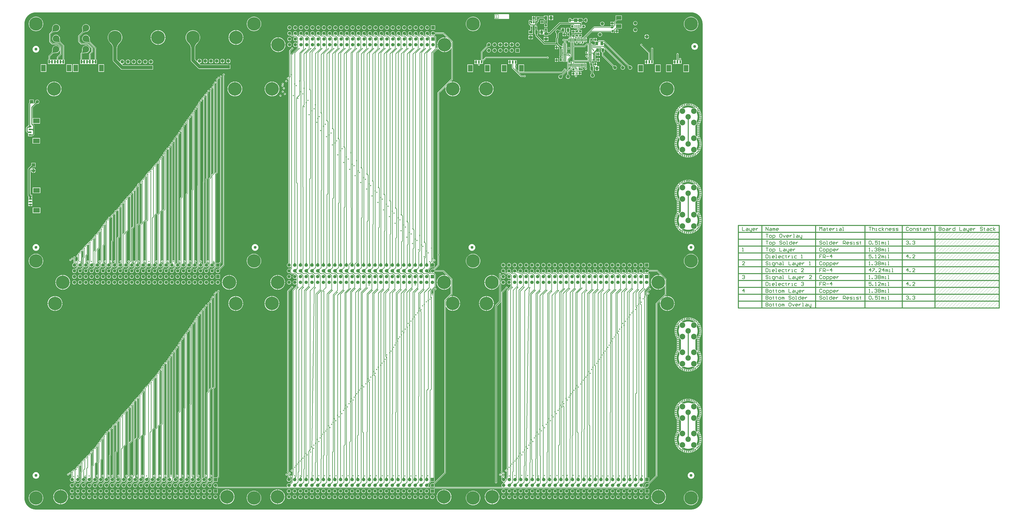
<source format=gtl>
G04*
G04 #@! TF.GenerationSoftware,Altium Limited,Altium Designer,20.2.6 (244)*
G04*
G04 Layer_Physical_Order=1*
G04 Layer_Color=255*
%FSLAX25Y25*%
%MOIN*%
G70*
G04*
G04 #@! TF.SameCoordinates,78A2C6BB-1FC3-406C-8345-49C289C49674*
G04*
G04*
G04 #@! TF.FilePolarity,Positive*
G04*
G01*
G75*
%ADD11C,0.00787*%
%ADD15C,0.01000*%
%ADD19C,0.01575*%
%ADD22C,0.01500*%
%ADD23C,0.00100*%
%ADD24R,0.03150X0.05118*%
%ADD25R,0.08268X0.11811*%
%ADD26C,0.05118*%
%ADD27R,0.05118X0.05906*%
%ADD28R,0.05906X0.05906*%
%ADD29R,0.01575X0.05315*%
%ADD30O,0.01181X0.06496*%
%ADD31O,0.06496X0.01181*%
%ADD32R,0.03937X0.03543*%
%ADD33R,0.02559X0.04331*%
%ADD34R,0.03543X0.03937*%
%ADD35R,0.05906X0.05118*%
%ADD36R,0.09449X0.06693*%
%ADD37R,0.11811X0.08268*%
%ADD38R,0.05118X0.03150*%
%ADD39R,0.03150X0.06299*%
%ADD67C,0.01512*%
%ADD68C,0.01512*%
%ADD69C,0.01063*%
%ADD70C,0.02000*%
%ADD71C,0.02756*%
%ADD72C,0.05906*%
%ADD73C,0.05906*%
%ADD74C,0.23622*%
%ADD75C,0.09843*%
%ADD76C,0.09449*%
%ADD77O,0.04921X0.03740*%
%ADD78O,0.03543X0.06299*%
%ADD79C,0.11811*%
%ADD80R,0.06000X0.06000*%
%ADD81C,0.06000*%
%ADD82C,0.02000*%
%ADD83C,0.02362*%
%ADD84C,0.03150*%
G36*
X1161417Y866142D02*
X1161417Y866142D01*
X1162708D01*
X1165266Y865805D01*
X1167758Y865137D01*
X1170142Y864149D01*
X1172377Y862859D01*
X1174424Y861288D01*
X1176249Y859464D01*
X1177820Y857417D01*
X1179110Y855182D01*
X1180098Y852798D01*
X1180766Y850305D01*
X1181102Y847747D01*
Y846457D01*
X1181102Y846457D01*
X1181102Y846457D01*
Y19685D01*
X1181102Y19685D01*
X1181102Y19685D01*
Y18395D01*
X1180766Y15836D01*
X1180098Y13344D01*
X1179110Y10960D01*
X1177820Y8725D01*
X1176249Y6678D01*
X1174424Y4853D01*
X1172377Y3282D01*
X1170142Y1992D01*
X1167758Y1005D01*
X1165266Y337D01*
X1162708Y0D01*
X18395D01*
X15836Y337D01*
X13344Y1005D01*
X10960Y1992D01*
X8725Y3282D01*
X6678Y4853D01*
X4853Y6678D01*
X3282Y8725D01*
X1992Y10960D01*
X1005Y13344D01*
X337Y15836D01*
X0Y18395D01*
Y19685D01*
Y846457D01*
Y847747D01*
X337Y850305D01*
X1005Y852798D01*
X1992Y855182D01*
X3282Y857417D01*
X4853Y859464D01*
X6678Y861288D01*
X8725Y862859D01*
X10960Y864149D01*
X13344Y865137D01*
X15836Y865805D01*
X18395Y866142D01*
X19685D01*
Y866142D01*
X19685Y866142D01*
X1161417D01*
X1161417Y866142D01*
D02*
G37*
%LPC*%
G36*
X920887Y861018D02*
X917828D01*
Y857566D01*
X920887D01*
Y861018D01*
D02*
G37*
G36*
X916828D02*
X913769D01*
Y857566D01*
X916828D01*
Y861018D01*
D02*
G37*
G36*
X889947Y859739D02*
X887675D01*
Y857270D01*
X889947D01*
Y859739D01*
D02*
G37*
G36*
X886675D02*
X884404D01*
Y857270D01*
X886675D01*
Y859739D01*
D02*
G37*
G36*
X843307Y863529D02*
X819685D01*
X819258Y863445D01*
X818896Y863203D01*
X818654Y862841D01*
X818569Y862414D01*
Y856115D01*
X818654Y855688D01*
X818896Y855326D01*
X819258Y855085D01*
X819685Y855000D01*
X843307D01*
X843733Y855085D01*
X844095Y855326D01*
X844337Y855688D01*
X844422Y856115D01*
Y862414D01*
X844337Y862841D01*
X844095Y863203D01*
X843733Y863445D01*
X843307Y863529D01*
D02*
G37*
G36*
X978051Y856752D02*
X977087Y856561D01*
X976269Y856014D01*
X975723Y855197D01*
X975642Y854788D01*
X975575Y854751D01*
X975431Y854696D01*
X975226Y854644D01*
X974962Y854603D01*
X974771Y854588D01*
X972689D01*
X972515Y854603D01*
X972274Y854643D01*
X972089Y854692D01*
X971962Y854744D01*
X971891Y854787D01*
X971864Y854812D01*
X971861Y854816D01*
Y856507D01*
X964556D01*
Y855087D01*
X964272Y854913D01*
X963987Y855087D01*
Y856507D01*
X956682D01*
Y854422D01*
X956634Y854403D01*
X956514Y854370D01*
X956349Y854343D01*
X956232Y854333D01*
X953600D01*
X953470Y854307D01*
X952944Y854578D01*
X952820Y855197D01*
X952274Y856014D01*
X951457Y856561D01*
X950492Y856752D01*
X949528Y856561D01*
X948710Y856014D01*
X948164Y855197D01*
X947972Y854232D01*
Y851476D01*
X948164Y850512D01*
X948658Y849773D01*
X948510Y849273D01*
X932909D01*
X932245Y849141D01*
X931683Y848765D01*
X913933Y831015D01*
X913097D01*
X912922Y831031D01*
X912682Y831071D01*
X912497Y831120D01*
X912370Y831172D01*
X912298Y831215D01*
X912272Y831240D01*
X912269Y831244D01*
Y832541D01*
X910680D01*
X910676Y832544D01*
X910651Y832571D01*
X910608Y832642D01*
X910556Y832769D01*
X910507Y832954D01*
X910467Y833195D01*
X910455Y833330D01*
X910477Y833570D01*
X910510Y833784D01*
X910542Y833925D01*
X910989D01*
Y834626D01*
X910991Y834634D01*
X910989Y834643D01*
Y838868D01*
X905652D01*
Y833925D01*
X906755D01*
X906760Y833921D01*
X906785Y833894D01*
X906829Y833822D01*
X906880Y833695D01*
X906930Y833510D01*
X906970Y833270D01*
X906973Y833232D01*
X906970Y833195D01*
X906930Y832954D01*
X906880Y832769D01*
X906829Y832642D01*
X906785Y832571D01*
X906761Y832544D01*
X906757Y832541D01*
X904968D01*
X904963Y832541D01*
X904468Y832552D01*
Y836018D01*
X901409D01*
Y832066D01*
Y828113D01*
X904463D01*
X904468Y828113D01*
X904963Y828102D01*
Y826023D01*
X912269D01*
Y827320D01*
X912272Y827325D01*
X912298Y827349D01*
X912370Y827393D01*
X912497Y827444D01*
X912682Y827494D01*
X912922Y827534D01*
X913097Y827549D01*
X914651D01*
X915315Y827681D01*
X915877Y828057D01*
X933627Y845806D01*
X957366D01*
Y844210D01*
X956866Y844040D01*
X956853Y844057D01*
X956316Y844469D01*
X955691Y844728D01*
X955020Y844817D01*
X953839D01*
X953168Y844728D01*
X952542Y844469D01*
X952006Y844057D01*
X951594Y843521D01*
X951335Y842895D01*
X951246Y842224D01*
X951335Y841553D01*
X951594Y840928D01*
X952006Y840391D01*
X952542Y839979D01*
X953168Y839721D01*
X953839Y839632D01*
X955020D01*
X955691Y839721D01*
X956316Y839979D01*
X956853Y840391D01*
X956866Y840409D01*
X957366Y840239D01*
Y838567D01*
X958654D01*
Y842224D01*
X959654D01*
Y838567D01*
X960941D01*
Y838867D01*
X962866D01*
X963084Y838367D01*
X963064Y838338D01*
X962969Y837857D01*
Y836034D01*
X962963Y835969D01*
X962954Y835914D01*
X959635D01*
Y830970D01*
X964972D01*
Y833574D01*
X965256Y833738D01*
X965540Y833574D01*
Y830970D01*
X970877D01*
Y835914D01*
X967558D01*
X967549Y835969D01*
X967543Y836034D01*
Y836518D01*
X967743Y836817D01*
X967838Y837298D01*
X967838Y837298D01*
Y838756D01*
X967843Y838815D01*
X967851Y838867D01*
X970877D01*
Y840642D01*
X971377Y840800D01*
X971691Y840391D01*
X972227Y839979D01*
X972853Y839721D01*
X973524Y839632D01*
X974705D01*
X975376Y839721D01*
X976001Y839979D01*
X976538Y840391D01*
X976950Y840928D01*
X977209Y841553D01*
X977297Y842224D01*
X977209Y842895D01*
X976950Y843521D01*
X976538Y844057D01*
X976001Y844469D01*
X975376Y844728D01*
X974705Y844817D01*
X973524D01*
X972853Y844728D01*
X972227Y844469D01*
X971691Y844057D01*
X971623Y843969D01*
X971123Y844139D01*
Y846368D01*
X970991Y847031D01*
X970615Y847593D01*
X969507Y848702D01*
X969553Y848959D01*
X969690Y849202D01*
X971861D01*
Y850893D01*
X971864Y850897D01*
X971891Y850922D01*
X971962Y850965D01*
X972089Y851017D01*
X972274Y851066D01*
X972515Y851106D01*
X972689Y851121D01*
X974771D01*
X974962Y851105D01*
X975226Y851064D01*
X975431Y851013D01*
X975575Y850958D01*
X975642Y850920D01*
X975723Y850512D01*
X976269Y849695D01*
X977087Y849148D01*
X978051Y848956D01*
X979016Y849148D01*
X979833Y849695D01*
X980379Y850512D01*
X980571Y851476D01*
Y854232D01*
X980379Y855197D01*
X979833Y856014D01*
X979016Y856561D01*
X978051Y856752D01*
D02*
G37*
G36*
X889947Y856270D02*
X887675D01*
Y853802D01*
X889947D01*
Y856270D01*
D02*
G37*
G36*
X886675D02*
X884404D01*
Y853802D01*
X886675D01*
Y856270D01*
D02*
G37*
G36*
X920887Y856566D02*
X917828D01*
Y853113D01*
X920887D01*
Y856566D01*
D02*
G37*
G36*
X916828D02*
X913769D01*
Y853113D01*
X916828D01*
Y856566D01*
D02*
G37*
G36*
X904443Y852652D02*
X902171D01*
Y850184D01*
X904443D01*
Y852652D01*
D02*
G37*
G36*
X901171D02*
X898900D01*
Y850184D01*
X901171D01*
Y852652D01*
D02*
G37*
G36*
X1026777Y850192D02*
X1024308D01*
Y847920D01*
X1026777D01*
Y850192D01*
D02*
G37*
G36*
X1023308D02*
X1020840D01*
Y847920D01*
X1023308D01*
Y850192D01*
D02*
G37*
G36*
X904443Y849184D02*
X902171D01*
Y846715D01*
X904443D01*
Y849184D01*
D02*
G37*
G36*
X901171D02*
X898900D01*
Y846715D01*
X901171D01*
Y849184D01*
D02*
G37*
G36*
X1023308Y846920D02*
X1020840D01*
Y844648D01*
X1023308D01*
Y846920D01*
D02*
G37*
G36*
X1064272Y851390D02*
X1063318Y851264D01*
X1062430Y850896D01*
X1061666Y850311D01*
X1061081Y849548D01*
X1060713Y848659D01*
X1060587Y847706D01*
X1060713Y846752D01*
X1061081Y845863D01*
X1061666Y845100D01*
X1062430Y844515D01*
X1063318Y844147D01*
X1064272Y844021D01*
X1065225Y844147D01*
X1066114Y844515D01*
X1066877Y845100D01*
X1067462Y845863D01*
X1067830Y846752D01*
X1067956Y847706D01*
X1067830Y848659D01*
X1067462Y849548D01*
X1066877Y850311D01*
X1066114Y850896D01*
X1065225Y851264D01*
X1064272Y851390D01*
D02*
G37*
G36*
X1006693Y850436D02*
X1005739Y850311D01*
X1004851Y849943D01*
X1004088Y849357D01*
X1003502Y848594D01*
X1003134Y847706D01*
X1003008Y846752D01*
X1003134Y845798D01*
X1003502Y844910D01*
X1004088Y844147D01*
X1004851Y843561D01*
X1005739Y843193D01*
X1006693Y843068D01*
X1007646Y843193D01*
X1008535Y843561D01*
X1009298Y844147D01*
X1009883Y844910D01*
X1010252Y845798D01*
X1010377Y846752D01*
X1010252Y847706D01*
X1009883Y848594D01*
X1009298Y849357D01*
X1008535Y849943D01*
X1007646Y850311D01*
X1006693Y850436D01*
D02*
G37*
G36*
X1040695Y861112D02*
X1029847D01*
Y853175D01*
X1027884Y851213D01*
X1027619Y850816D01*
X1027526Y850348D01*
Y844949D01*
X1027246Y844734D01*
X1026777Y844971D01*
X1026777Y845082D01*
Y846920D01*
X1024308D01*
Y844648D01*
X1026307D01*
X1026617Y844648D01*
X1026857Y844182D01*
X1025649Y842974D01*
X1025600Y842927D01*
X1025558Y842892D01*
X1021140D01*
Y841683D01*
X1021127Y841681D01*
X1021068Y841676D01*
X992385D01*
X991917Y841583D01*
X991520Y841318D01*
X973299Y823097D01*
X973065Y822747D01*
X972987Y822679D01*
X972474Y822451D01*
X972161Y822513D01*
X971657Y822413D01*
X971505Y822311D01*
X971339Y822344D01*
X970813Y822696D01*
X970692Y822720D01*
Y818540D01*
X969692D01*
Y822720D01*
X969572Y822696D01*
X969046Y822344D01*
X968880Y822311D01*
X968727Y822413D01*
X968224Y822513D01*
X968012Y822471D01*
X967512Y822830D01*
Y823969D01*
X967513Y823970D01*
X970877D01*
Y828914D01*
X965540D01*
Y826085D01*
X965256Y825917D01*
X964972Y826085D01*
Y828914D01*
X959635D01*
Y823970D01*
X962999D01*
X963000Y823969D01*
Y822850D01*
X962500Y822477D01*
X962318Y822513D01*
X961815Y822413D01*
X961662Y822311D01*
X961496Y822344D01*
X960970Y822696D01*
X960850Y822720D01*
Y818540D01*
X959850D01*
Y822720D01*
X959729Y822696D01*
X959365Y822453D01*
X959002Y822696D01*
X958494Y822797D01*
X958543Y823297D01*
X958673D01*
Y828240D01*
X953335D01*
Y824325D01*
X952835Y824118D01*
X950136Y826817D01*
X949977Y826988D01*
X949865Y827127D01*
X949812Y827203D01*
Y830748D01*
X948310D01*
X948308Y830761D01*
X948303Y830820D01*
Y831942D01*
X948308Y832001D01*
X948310Y832014D01*
X950338D01*
Y839319D01*
X943820D01*
Y832014D01*
X945848D01*
X945851Y832001D01*
X945856Y831942D01*
Y830820D01*
X945851Y830761D01*
X945848Y830748D01*
X944868D01*
Y825411D01*
X948020D01*
X948088Y825363D01*
X948364Y825129D01*
X950220Y823272D01*
X950056Y822730D01*
X949887Y822696D01*
X949360Y822344D01*
X949195Y822311D01*
X949042Y822413D01*
X948539Y822513D01*
X948035Y822413D01*
X947608Y822128D01*
X947323Y821701D01*
X947223Y821198D01*
Y819670D01*
X947165Y819665D01*
X940926D01*
X940876Y819673D01*
X940828Y819685D01*
X940790Y819697D01*
X940761Y819709D01*
X940738Y819722D01*
X940720Y819734D01*
X940705Y819746D01*
X940705Y819746D01*
X940633Y819855D01*
X940010Y820270D01*
X939276Y820416D01*
X938542Y820270D01*
X937920Y819855D01*
X937504Y819232D01*
X937358Y818498D01*
X937504Y817764D01*
X937920Y817142D01*
X938542Y816726D01*
X939276Y816580D01*
X940010Y816726D01*
X940633Y817142D01*
X940645Y817161D01*
X940666Y817171D01*
X940705Y817186D01*
X940752Y817199D01*
X940808Y817211D01*
X940861Y817218D01*
X947165D01*
X947223Y817213D01*
Y815883D01*
X947323Y815379D01*
X947608Y814952D01*
X948035Y814667D01*
X948539Y814567D01*
X949042Y814667D01*
X949195Y814769D01*
X949360Y814736D01*
X949887Y814384D01*
X950007Y814361D01*
Y818540D01*
X951007D01*
Y814107D01*
X951252Y813912D01*
Y793287D01*
X950752Y793064D01*
X950575Y793099D01*
X950181Y793683D01*
X950193Y793740D01*
X950047Y794474D01*
X949631Y795096D01*
X949009Y795511D01*
X948275Y795657D01*
X947541Y795511D01*
X946918Y795096D01*
X946843Y794983D01*
X946836Y794975D01*
X946822Y794964D01*
X946805Y794952D01*
X946783Y794940D01*
X946754Y794928D01*
X946717Y794916D01*
X946670Y794905D01*
X946620Y794897D01*
X946001D01*
X945829Y795107D01*
X941354D01*
X937174D01*
X937198Y794987D01*
X937549Y794460D01*
X937582Y794295D01*
X937481Y794142D01*
X937380Y793639D01*
X937481Y793135D01*
X937538Y793050D01*
X937738Y792654D01*
X937538Y792259D01*
X937481Y792174D01*
X937380Y791670D01*
X937481Y791167D01*
X937538Y791081D01*
X937738Y790686D01*
X937538Y790291D01*
X937481Y790205D01*
X937380Y789702D01*
X937481Y789198D01*
X937538Y789113D01*
X937738Y788717D01*
X937538Y788322D01*
X937481Y788237D01*
X937380Y787733D01*
X937481Y787230D01*
X937538Y787144D01*
X937738Y786749D01*
X937538Y786354D01*
X937481Y786268D01*
X937380Y785765D01*
X937391Y785712D01*
X937059Y785242D01*
X936964Y785229D01*
X936503Y785630D01*
Y786028D01*
X935916D01*
X935896Y786071D01*
X935852Y786212D01*
X935814Y786400D01*
X935773Y786841D01*
Y788142D01*
X935779Y788198D01*
X936190Y788814D01*
X936367Y789702D01*
X936190Y790589D01*
X935798Y791176D01*
X935781Y791435D01*
Y802028D01*
X935789Y802144D01*
X935820Y802397D01*
X935861Y802595D01*
X935905Y802736D01*
X935926Y802781D01*
X936519D01*
Y803485D01*
X936521Y803493D01*
X936519Y803502D01*
Y804219D01*
X936532Y804221D01*
X936591Y804226D01*
X937086D01*
X937429Y803726D01*
X937380Y803481D01*
X937481Y802978D01*
X937538Y802892D01*
X937738Y802497D01*
X937538Y802102D01*
X937481Y802016D01*
X937380Y801513D01*
X937481Y801009D01*
X937538Y800924D01*
X937738Y800528D01*
X937538Y800133D01*
X937481Y800048D01*
X937380Y799544D01*
X937481Y799041D01*
X937538Y798955D01*
X937738Y798560D01*
X937538Y798165D01*
X937481Y798079D01*
X937380Y797576D01*
X937481Y797072D01*
X937582Y796920D01*
X937549Y796754D01*
X937198Y796228D01*
X937174Y796107D01*
X941354D01*
X945533D01*
X945509Y796228D01*
X945158Y796754D01*
X945125Y796920D01*
X945227Y797072D01*
X945327Y797576D01*
X945227Y798079D01*
X945170Y798165D01*
X944969Y798560D01*
X945170Y798955D01*
X945227Y799041D01*
X945327Y799544D01*
X945227Y800048D01*
X945170Y800133D01*
X944969Y800528D01*
X945170Y800924D01*
X945227Y801009D01*
X945327Y801513D01*
X945227Y802016D01*
X945170Y802102D01*
X944969Y802497D01*
X945170Y802892D01*
X945227Y802978D01*
X945327Y803481D01*
X945227Y803985D01*
X945170Y804070D01*
X944969Y804465D01*
X945170Y804861D01*
X945227Y804946D01*
X945327Y805450D01*
X945227Y805953D01*
X945170Y806039D01*
X944969Y806434D01*
X945170Y806829D01*
X945227Y806915D01*
X945327Y807418D01*
X945227Y807922D01*
X945170Y808007D01*
X944969Y808402D01*
X945170Y808798D01*
X945227Y808883D01*
X945327Y809387D01*
X945227Y809890D01*
X945170Y809976D01*
X944969Y810371D01*
X945170Y810766D01*
X945227Y810852D01*
X945327Y811355D01*
X945227Y811859D01*
X944942Y812286D01*
X944515Y812571D01*
X944011Y812671D01*
X943093D01*
X942941Y813171D01*
X943202Y813345D01*
X943618Y813968D01*
X943764Y814702D01*
X943618Y815436D01*
X943202Y816058D01*
X942580Y816473D01*
X941846Y816619D01*
X941112Y816473D01*
X940490Y816058D01*
X940074Y815436D01*
X939928Y814702D01*
X940074Y813968D01*
X940103Y813925D01*
X940106Y813905D01*
X940130Y813572D01*
Y812729D01*
X940125Y812671D01*
X938696D01*
X938193Y812571D01*
X937766Y812286D01*
X937481Y811859D01*
X937380Y811355D01*
X937481Y810852D01*
X937538Y810766D01*
X937738Y810371D01*
X937538Y809976D01*
X937481Y809890D01*
X937380Y809387D01*
X937481Y808883D01*
X937538Y808798D01*
X937738Y808402D01*
X937538Y808007D01*
X937481Y807922D01*
X937380Y807418D01*
X937429Y807173D01*
X937105Y806700D01*
X937057Y806673D01*
X936591D01*
X936532Y806678D01*
X936519Y806680D01*
Y808118D01*
X935125D01*
X935116Y808120D01*
X935108Y808118D01*
X934248D01*
X934140Y808180D01*
X933869Y808369D01*
X933270Y808875D01*
X931608Y810537D01*
X931608Y810537D01*
X930136Y812009D01*
X929969Y812218D01*
X929789Y812483D01*
X929634Y812757D01*
X929503Y813039D01*
X929396Y813331D01*
X929312Y813634D01*
X929252Y813949D01*
X929222Y814215D01*
Y820864D01*
X929769Y821411D01*
X930145Y821973D01*
X930277Y822637D01*
Y828829D01*
X930291Y828951D01*
X930333Y829155D01*
X930390Y829352D01*
X930465Y829543D01*
X930556Y829731D01*
X930665Y829915D01*
X930794Y830096D01*
X930942Y830276D01*
X931054Y830393D01*
X931148Y830466D01*
X931734Y831229D01*
X931773Y831324D01*
X931836Y831423D01*
X931953Y831571D01*
X932075Y831697D01*
X932204Y831804D01*
X932342Y831892D01*
X932491Y831965D01*
X932655Y832024D01*
X932836Y832067D01*
X932966Y832085D01*
X934796D01*
X934820Y832084D01*
Y832014D01*
X935521D01*
X935529Y832012D01*
X935538Y832014D01*
X935576D01*
X935578Y832013D01*
X935579Y832014D01*
X941338D01*
Y839319D01*
X934820D01*
Y835782D01*
X934816Y835776D01*
X934789Y835751D01*
X934717Y835708D01*
X934590Y835656D01*
X934406Y835606D01*
X934165Y835567D01*
X933992Y835551D01*
X932331D01*
X932251Y835559D01*
X932028Y835592D01*
X931804Y835638D01*
X931579Y835699D01*
X931352Y835773D01*
X931132Y835859D01*
X930654Y836088D01*
X930492Y836179D01*
X930385Y836261D01*
X929497Y836629D01*
X928543Y836755D01*
X927590Y836629D01*
X926701Y836261D01*
X925938Y835676D01*
X925352Y834913D01*
X924984Y834024D01*
X924859Y833071D01*
X924984Y832117D01*
X925352Y831229D01*
X925938Y830466D01*
X926033Y830393D01*
X926145Y830275D01*
X926293Y830096D01*
X926421Y829914D01*
X926531Y829730D01*
X926622Y829543D01*
X926696Y829351D01*
X926754Y829154D01*
X926795Y828951D01*
X926810Y828829D01*
Y823354D01*
X926264Y822808D01*
X925888Y822246D01*
X925756Y821582D01*
Y814890D01*
X925716Y814661D01*
X925652Y814469D01*
X925573Y814324D01*
X925482Y814212D01*
X925370Y814121D01*
X925225Y814042D01*
X925033Y813978D01*
X924804Y813938D01*
X906535D01*
X893642Y826831D01*
Y827585D01*
X893658Y827760D01*
X893697Y828000D01*
X893747Y828185D01*
X893799Y828312D01*
X893842Y828384D01*
X893866Y828410D01*
X893871Y828413D01*
X895168D01*
Y835719D01*
X893159D01*
X893153Y835722D01*
X893128Y835749D01*
X893085Y835821D01*
X893033Y835948D01*
X892983Y836133D01*
X892943Y836373D01*
X892928Y836547D01*
Y839857D01*
X892928Y839857D01*
X892895Y840024D01*
Y843002D01*
X890019D01*
X889969Y843502D01*
X890131Y843534D01*
X890611Y843855D01*
X891961Y845205D01*
X892281Y845684D01*
X892394Y846250D01*
Y846611D01*
X892407Y846720D01*
X892895D01*
Y848897D01*
X893092D01*
X893756Y849029D01*
X894318Y849405D01*
X895489Y850576D01*
X895865Y851139D01*
X895997Y851802D01*
Y853326D01*
X896003Y853481D01*
X896031Y853731D01*
X896068Y853936D01*
X896108Y854083D01*
X896116Y854102D01*
X896647D01*
Y854805D01*
X896649Y854814D01*
X896647Y854823D01*
Y855102D01*
X896651Y855108D01*
X896678Y855133D01*
X896749Y855176D01*
X896876Y855228D01*
X897061Y855277D01*
X897301Y855317D01*
X897475Y855332D01*
X904241D01*
X904416Y855317D01*
X904656Y855277D01*
X904841Y855228D01*
X904968Y855176D01*
X905039Y855133D01*
X905066Y855108D01*
X905069Y855104D01*
Y853413D01*
X906798D01*
X906802Y853410D01*
X906827Y853384D01*
X906870Y853312D01*
X906922Y853185D01*
X906971Y853000D01*
X906996Y852854D01*
X906981Y852750D01*
X906937Y852557D01*
X906890Y852423D01*
X906854Y852352D01*
X906854Y852352D01*
X906200D01*
Y851649D01*
X906198Y851640D01*
X906200Y851632D01*
Y847734D01*
X906198Y847725D01*
X906200Y847716D01*
Y847015D01*
X906600D01*
X906622Y846906D01*
X906656Y846497D01*
X906621Y846288D01*
X906572Y846105D01*
X906520Y845979D01*
X906478Y845909D01*
X906454Y845883D01*
X906448Y845879D01*
X906441Y845877D01*
X906356Y845868D01*
X905652D01*
Y840925D01*
X910989D01*
Y845148D01*
X910991Y845156D01*
X910989Y845165D01*
Y845868D01*
X910334D01*
X910321Y845870D01*
X910320Y845871D01*
X910281Y845944D01*
X910234Y846077D01*
X910190Y846269D01*
X910168Y846419D01*
X910198Y846601D01*
X910247Y846786D01*
X910299Y846913D01*
X910343Y846984D01*
X910367Y847011D01*
X910373Y847015D01*
X911143D01*
Y851632D01*
X911145Y851640D01*
X911143Y851649D01*
Y852352D01*
X910612D01*
X910604Y852371D01*
X910564Y852518D01*
X910529Y852714D01*
X910519Y852825D01*
X910548Y853000D01*
X910598Y853185D01*
X910649Y853312D01*
X910693Y853384D01*
X910717Y853410D01*
X910722Y853413D01*
X911587D01*
Y860719D01*
X905069D01*
Y859028D01*
X905066Y859023D01*
X905039Y858999D01*
X904968Y858955D01*
X904841Y858904D01*
X904656Y858854D01*
X904416Y858814D01*
X904241Y858799D01*
X897414D01*
X897267Y858805D01*
X897017Y858832D01*
X896811Y858869D01*
X896663Y858909D01*
X896647Y858915D01*
Y859439D01*
X895946D01*
X895937Y859441D01*
X895928Y859439D01*
X891704D01*
Y854823D01*
X891702Y854814D01*
X891704Y854805D01*
Y854102D01*
X892358D01*
X892358Y854102D01*
X892394Y854031D01*
X892441Y853897D01*
X892485Y853704D01*
X892520Y853457D01*
X892531Y853316D01*
Y852520D01*
X892461Y852451D01*
X889455D01*
Y852751D01*
X887675D01*
Y849585D01*
X886675D01*
Y852751D01*
X884896D01*
Y852451D01*
X883324D01*
X883156Y852484D01*
X883156Y852484D01*
X883156Y852484D01*
X881710D01*
X881316Y852878D01*
X880754Y853254D01*
X880091Y853386D01*
X879428Y853254D01*
X878865Y852878D01*
X878489Y852316D01*
X878357Y851653D01*
X878489Y850989D01*
X878612Y850805D01*
Y846659D01*
X878725Y846094D01*
X879045Y845614D01*
X880805Y843855D01*
X881284Y843534D01*
X881452Y843501D01*
X881456Y843002D01*
X881456Y842990D01*
Y837992D01*
X881454Y837983D01*
X881456Y837975D01*
Y837271D01*
X881735D01*
X881790Y836546D01*
Y836322D01*
X881775Y836149D01*
X881735Y835909D01*
X881686Y835724D01*
X881634Y835597D01*
X881590Y835525D01*
X881566Y835498D01*
X881560Y835494D01*
X878207D01*
Y828976D01*
X885513D01*
Y834776D01*
X885515Y834785D01*
X885513Y834793D01*
Y834795D01*
X885514Y834803D01*
X885513Y834809D01*
Y835494D01*
X885310D01*
X885257Y836203D01*
Y836944D01*
X885273Y837271D01*
X885415D01*
Y837975D01*
X885416Y837983D01*
X885415Y837992D01*
Y842922D01*
X885415Y843002D01*
X885608Y843422D01*
X888742D01*
X888936Y843002D01*
X888936Y842922D01*
Y837992D01*
X888934Y837983D01*
X888936Y837975D01*
Y837271D01*
X889374D01*
X889405Y837133D01*
X889435Y836927D01*
X889462Y836545D01*
Y836500D01*
X889452Y836362D01*
X889417Y836114D01*
X889374Y835920D01*
X889328Y835785D01*
X889294Y835719D01*
X888650D01*
Y835017D01*
X888648Y835009D01*
X888650Y835000D01*
Y828413D01*
X889947D01*
X889952Y828410D01*
X889976Y828384D01*
X890019Y828312D01*
X890071Y828185D01*
X890121Y828000D01*
X890160Y827760D01*
X890176Y827585D01*
Y826113D01*
X890308Y825450D01*
X890683Y824887D01*
X904592Y810979D01*
X905154Y810603D01*
X905817Y810472D01*
X925479D01*
X925745Y810442D01*
X926060Y810382D01*
X926363Y810298D01*
X926655Y810191D01*
X926937Y810061D01*
X927211Y809905D01*
X927476Y809725D01*
X927685Y809558D01*
X928363Y808880D01*
X928171Y808418D01*
X927547D01*
Y805950D01*
X929819D01*
Y806770D01*
X930281Y806962D01*
X930720Y806523D01*
X931068Y806148D01*
X931320Y805833D01*
X931514Y805554D01*
X931576Y805446D01*
Y804586D01*
X931574Y804578D01*
X931576Y804569D01*
Y803502D01*
X931574Y803493D01*
X931576Y803485D01*
Y802781D01*
X932169D01*
X932190Y802736D01*
X932234Y802595D01*
X932272Y802407D01*
X932314Y801966D01*
Y791250D01*
X932308Y791194D01*
X931905Y790589D01*
X931728Y789702D01*
X931905Y788814D01*
X932289Y788238D01*
X932306Y787981D01*
Y786784D01*
X932298Y786665D01*
X932266Y786413D01*
X932225Y786215D01*
X932181Y786075D01*
X932159Y786028D01*
X931560D01*
Y785324D01*
X931558Y785316D01*
X931560Y785307D01*
Y780691D01*
X936503D01*
Y782565D01*
X936516Y782568D01*
X936575Y782573D01*
X937086D01*
X937429Y782073D01*
X937380Y781828D01*
X937481Y781324D01*
X937766Y780897D01*
X938193Y780612D01*
X938696Y780512D01*
X944011D01*
X944515Y780612D01*
X944942Y780897D01*
X945024Y781021D01*
X945525Y780870D01*
Y767723D01*
X936253Y758452D01*
X936249Y758448D01*
X936134Y758373D01*
X935983Y758298D01*
X935796Y758228D01*
X935571Y758164D01*
X935311Y758110D01*
X935022Y758069D01*
X934310Y758020D01*
X934013Y758018D01*
X933883Y758035D01*
X932929Y757910D01*
X932041Y757542D01*
X931278Y756956D01*
X930692Y756193D01*
X930324Y755305D01*
X930198Y754351D01*
X930324Y753398D01*
X930692Y752509D01*
X931278Y751746D01*
X932041Y751160D01*
X932929Y750792D01*
X933883Y750667D01*
X934836Y750792D01*
X935725Y751160D01*
X936488Y751746D01*
X937074Y752509D01*
X937442Y753398D01*
X937567Y754351D01*
X937550Y754482D01*
X937552Y754778D01*
X937601Y755490D01*
X937642Y755779D01*
X937696Y756040D01*
X937759Y756264D01*
X937830Y756452D01*
X937905Y756602D01*
X937980Y756717D01*
X937983Y756721D01*
X947613Y766351D01*
X947878Y766748D01*
X947972Y767216D01*
Y770272D01*
X948472Y770683D01*
X948539Y770669D01*
X949042Y770769D01*
X949128Y770827D01*
X949523Y771027D01*
X949918Y770827D01*
X950004Y770769D01*
X950507Y770669D01*
X951011Y770769D01*
X951163Y770871D01*
X951329Y770838D01*
X951855Y770487D01*
X952062Y770446D01*
X952226Y769903D01*
X946047Y763724D01*
X945782Y763328D01*
X945689Y762859D01*
Y758926D01*
X945689Y758921D01*
X945660Y758787D01*
X945607Y758628D01*
X945524Y758445D01*
X945410Y758242D01*
X945264Y758019D01*
X945090Y757786D01*
X944620Y757248D01*
X944412Y757036D01*
X944308Y756956D01*
X943722Y756193D01*
X943354Y755305D01*
X943228Y754351D01*
X943354Y753398D01*
X943722Y752509D01*
X944308Y751746D01*
X945070Y751161D01*
X945959Y750793D01*
X946913Y750667D01*
X947866Y750793D01*
X948755Y751161D01*
X949518Y751746D01*
X950103Y752509D01*
X950471Y753398D01*
X950597Y754351D01*
X950471Y755305D01*
X950103Y756193D01*
X949518Y756956D01*
X949413Y757036D01*
X949205Y757248D01*
X948736Y757786D01*
X948561Y758019D01*
X948415Y758242D01*
X948301Y758445D01*
X948219Y758628D01*
X948165Y758787D01*
X948137Y758921D01*
X948136Y758926D01*
Y762353D01*
X953184Y767400D01*
X953646Y767209D01*
Y764352D01*
X958983D01*
Y764352D01*
X959470Y764320D01*
Y763018D01*
X959283Y762595D01*
X958970Y762595D01*
X956814D01*
Y759824D01*
Y757052D01*
X959142Y757052D01*
X959432Y756683D01*
X959465Y756627D01*
X959461Y756600D01*
X959453Y756566D01*
X959453Y756565D01*
X959127Y756077D01*
X958995Y755413D01*
X959127Y754750D01*
X959503Y754188D01*
X960065Y753812D01*
X960728Y753680D01*
X961392Y753812D01*
X961954Y754188D01*
X962330Y754750D01*
X962462Y755413D01*
X962330Y756077D01*
X961954Y756639D01*
X961926Y756658D01*
X961920Y756690D01*
X961917Y756734D01*
Y757475D01*
X962417Y757698D01*
X963074Y757567D01*
X963771Y757706D01*
X964271Y757682D01*
X964271Y757682D01*
X964271Y757682D01*
X966739D01*
Y760454D01*
Y763225D01*
X964298D01*
Y764595D01*
X964571Y764982D01*
X969187D01*
X969196Y764980D01*
X969205Y764982D01*
X969908D01*
Y764982D01*
X970408Y765236D01*
X970584Y765118D01*
X971472Y764941D01*
X972359Y765118D01*
X973112Y765621D01*
X973615Y766373D01*
X973791Y767261D01*
X973615Y768148D01*
X973112Y768901D01*
X972359Y769403D01*
X971472Y769580D01*
X970584Y769403D01*
X970397Y769278D01*
X969908Y769481D01*
Y769925D01*
X969205D01*
X969196Y769927D01*
X969187Y769925D01*
X967583D01*
X967552Y770425D01*
X967979Y770718D01*
X968224Y770669D01*
X968727Y770769D01*
X969154Y771055D01*
X969262D01*
X969689Y770769D01*
X970192Y770669D01*
X970696Y770769D01*
X970781Y770827D01*
X971177Y771027D01*
X971572Y770827D01*
X971657Y770769D01*
X972161Y770669D01*
X972664Y770769D01*
X973091Y771055D01*
X973199D01*
X973626Y770769D01*
X974129Y770669D01*
X974633Y770769D01*
X974785Y770871D01*
X974951Y770838D01*
X975477Y770487D01*
X975598Y770463D01*
Y774643D01*
Y778822D01*
X975477Y778798D01*
X974951Y778447D01*
X974785Y778414D01*
X974633Y778516D01*
X974129Y778616D01*
X973626Y778516D01*
X973199Y778230D01*
X973091D01*
X972664Y778516D01*
X972161Y778616D01*
X971657Y778516D01*
X971572Y778458D01*
X971177Y778258D01*
X970781Y778458D01*
X970696Y778516D01*
X970192Y778616D01*
X969689Y778516D01*
X969262Y778230D01*
X969154D01*
X968727Y778516D01*
X968224Y778616D01*
X967720Y778516D01*
X967635Y778458D01*
X967239Y778258D01*
X966844Y778458D01*
X966759Y778516D01*
X966255Y778616D01*
X965752Y778516D01*
X965666Y778458D01*
X965271Y778258D01*
X964876Y778458D01*
X964790Y778516D01*
X964287Y778616D01*
X963783Y778516D01*
X963356Y778230D01*
X963249D01*
X962822Y778516D01*
X962318Y778616D01*
X961815Y778516D01*
X961729Y778458D01*
X961334Y778258D01*
X960939Y778458D01*
X960853Y778516D01*
X960350Y778616D01*
X959846Y778516D01*
X959419Y778230D01*
X959312D01*
X958885Y778516D01*
X958381Y778616D01*
X958136Y778567D01*
X957663Y778891D01*
X957636Y778939D01*
Y780454D01*
X957646Y780512D01*
X957660Y780553D01*
X957668Y780569D01*
X957670Y780570D01*
X957671Y780572D01*
X957687Y780580D01*
X957728Y780594D01*
X957786Y780604D01*
X981985D01*
X982179Y780594D01*
X982594Y780512D01*
X984023D01*
X984028Y780454D01*
Y778437D01*
X984028Y778437D01*
X984028Y778437D01*
X984078Y778182D01*
X984121Y777968D01*
X984121Y777968D01*
X984121Y777968D01*
X984254Y777769D01*
X984386Y777571D01*
X984386Y777571D01*
X984386Y777571D01*
X984813Y777145D01*
X984883Y777072D01*
X984999Y776935D01*
Y773352D01*
X985991D01*
X985997Y773348D01*
X986022Y773321D01*
X986065Y773249D01*
X986117Y773122D01*
X986166Y772938D01*
X986169Y772919D01*
X986166Y772901D01*
X986117Y772716D01*
X986065Y772589D01*
X986022Y772518D01*
X985997Y772491D01*
X985993Y772488D01*
X985180D01*
Y765183D01*
X987075D01*
X987080Y765179D01*
X987105Y765152D01*
X987148Y765080D01*
X987200Y764953D01*
X987250Y764768D01*
X987290Y764528D01*
X987305Y764354D01*
Y760496D01*
X987296Y760402D01*
X987260Y760183D01*
X987211Y759964D01*
X987146Y759744D01*
X987067Y759524D01*
X986976Y759312D01*
X986730Y758849D01*
X986583Y758618D01*
X986577Y758601D01*
X986447Y758432D01*
X986079Y757543D01*
X985953Y756590D01*
X986079Y755636D01*
X986447Y754747D01*
X987032Y753984D01*
X987795Y753399D01*
X988684Y753031D01*
X989637Y752905D01*
X990591Y753031D01*
X991479Y753399D01*
X992243Y753984D01*
X992828Y754747D01*
X993196Y755636D01*
X993322Y756590D01*
X993196Y757543D01*
X992828Y758432D01*
X992243Y759195D01*
X991658Y759643D01*
X991645Y759657D01*
X991586Y759699D01*
X991479Y759780D01*
X991457Y759789D01*
X991445Y759798D01*
X991294Y759927D01*
X991166Y760062D01*
X991057Y760202D01*
X990966Y760351D01*
X990891Y760509D01*
X990832Y760679D01*
X990789Y760864D01*
X990771Y760995D01*
Y764366D01*
X990785Y764529D01*
X990823Y764770D01*
X990871Y764957D01*
X990921Y765085D01*
X990962Y765156D01*
X990979Y765176D01*
X991041Y765183D01*
X991698D01*
Y765884D01*
X991700Y765893D01*
X991698Y765901D01*
Y772488D01*
X990069D01*
X989783Y772912D01*
X989942Y773352D01*
X989942Y773352D01*
X989942Y773352D01*
Y774038D01*
X989944Y774044D01*
X989942Y774053D01*
Y774053D01*
X989944Y774061D01*
X989942Y774070D01*
Y778689D01*
X986768D01*
X986475Y778946D01*
Y780454D01*
X986480Y780512D01*
X987909D01*
X988412Y780612D01*
X988839Y780897D01*
X989124Y781324D01*
X989225Y781828D01*
X989176Y782073D01*
X989500Y782546D01*
X989508Y782550D01*
X990008Y782413D01*
Y781128D01*
X994951D01*
Y785744D01*
X994953Y785753D01*
X994951Y785761D01*
Y786465D01*
X994328D01*
X994300Y786523D01*
X994254Y786660D01*
X994215Y786844D01*
X994171Y787280D01*
X994175Y787324D01*
X994579Y787928D01*
X994756Y788816D01*
X994579Y789703D01*
X994187Y790290D01*
X994178Y790421D01*
X994179Y790428D01*
X994212Y790677D01*
X994254Y790873D01*
X994300Y791011D01*
X994328Y791069D01*
X994951D01*
Y791772D01*
X994953Y791781D01*
X994951Y791789D01*
Y796332D01*
X995656Y797037D01*
X995923Y797269D01*
X995982D01*
X995991Y797267D01*
X996000Y797269D01*
X1001799D01*
Y804226D01*
X1002899D01*
X1003956Y803169D01*
X1004116Y802998D01*
X1004228Y802858D01*
X1004281Y802783D01*
Y797269D01*
X1006309D01*
X1006311Y797257D01*
X1006316Y797198D01*
Y791265D01*
X1006409Y790797D01*
X1006675Y790400D01*
X1024475Y772600D01*
X1024478Y772596D01*
X1024553Y772481D01*
X1024628Y772331D01*
X1024698Y772143D01*
X1024762Y771919D01*
X1024816Y771658D01*
X1024857Y771370D01*
X1024906Y770657D01*
X1024908Y770361D01*
X1024891Y770230D01*
X1025016Y769277D01*
X1025384Y768388D01*
X1025970Y767625D01*
X1026733Y767039D01*
X1027621Y766672D01*
X1028575Y766546D01*
X1029528Y766672D01*
X1030417Y767039D01*
X1031180Y767625D01*
X1031765Y768388D01*
X1032134Y769277D01*
X1032259Y770230D01*
X1032134Y771184D01*
X1031765Y772072D01*
X1031180Y772835D01*
X1030417Y773421D01*
X1029528Y773789D01*
X1028575Y773914D01*
X1028444Y773897D01*
X1028148Y773900D01*
X1027436Y773948D01*
X1027147Y773989D01*
X1026886Y774043D01*
X1026662Y774107D01*
X1026474Y774178D01*
X1026324Y774252D01*
X1026209Y774327D01*
X1026205Y774331D01*
X1008763Y791772D01*
Y797198D01*
X1008768Y797257D01*
X1008771Y797269D01*
X1010799D01*
Y802488D01*
X1011261Y802680D01*
X1040241Y773699D01*
X1040232Y773640D01*
X1040197Y773488D01*
X1040153Y773348D01*
X1040102Y773220D01*
X1040043Y773103D01*
X1039976Y772995D01*
X1039900Y772894D01*
X1039894Y772887D01*
X1039826Y772835D01*
X1039241Y772072D01*
X1038873Y771184D01*
X1038747Y770230D01*
X1038873Y769277D01*
X1039241Y768388D01*
X1039826Y767625D01*
X1040590Y767039D01*
X1041478Y766672D01*
X1042432Y766546D01*
X1043385Y766672D01*
X1044274Y767039D01*
X1045037Y767625D01*
X1045622Y768388D01*
X1045990Y769277D01*
X1046116Y770230D01*
X1045990Y771184D01*
X1045622Y772072D01*
X1045037Y772835D01*
X1044274Y773421D01*
X1043385Y773789D01*
X1043047Y773833D01*
X1043006Y773851D01*
X1042882Y773876D01*
X1042821Y773896D01*
X1042785Y773914D01*
X1042766Y773927D01*
X1042757Y773936D01*
X1042749Y773948D01*
X1042737Y773971D01*
X1042724Y774014D01*
X1042717Y774059D01*
Y774178D01*
X1042624Y774646D01*
X1042358Y775043D01*
X1009416Y807985D01*
X1009623Y808485D01*
X1009677D01*
Y811938D01*
X1006118D01*
Y812938D01*
X1009677D01*
Y813704D01*
X1010139Y813895D01*
X1051190Y772844D01*
X1051198Y772835D01*
X1051272Y772720D01*
X1051340Y772577D01*
X1051401Y772400D01*
X1051452Y772190D01*
X1051489Y771944D01*
X1051510Y771675D01*
X1051502Y771001D01*
X1051470Y770620D01*
X1051476Y770571D01*
X1051434Y770253D01*
X1051560Y769299D01*
X1051928Y768411D01*
X1052513Y767648D01*
X1053276Y767062D01*
X1054165Y766694D01*
X1055118Y766569D01*
X1056072Y766694D01*
X1056960Y767062D01*
X1057723Y767648D01*
X1058309Y768411D01*
X1058677Y769299D01*
X1058803Y770253D01*
X1058677Y771206D01*
X1058309Y772095D01*
X1057723Y772858D01*
X1056960Y773444D01*
X1056072Y773811D01*
X1055497Y773887D01*
X1055437Y773905D01*
X1055126Y773936D01*
X1055118Y773937D01*
X1055117Y773937D01*
X1055008Y773948D01*
X1054630Y773997D01*
X1053954Y774124D01*
X1053687Y774195D01*
X1053451Y774273D01*
X1053255Y774353D01*
X1053100Y774434D01*
X1052987Y774508D01*
X1010040Y817456D01*
X1009643Y817721D01*
X1009174Y817814D01*
X1000877D01*
X1000409Y817721D01*
X1000012Y817456D01*
X998971Y816415D01*
X998800Y816256D01*
X998661Y816144D01*
X998585Y816090D01*
X996965D01*
Y818237D01*
X994193D01*
X991421D01*
Y815769D01*
X993859D01*
Y810610D01*
X989519D01*
X989176Y811110D01*
X989225Y811355D01*
X989124Y811859D01*
X988839Y812286D01*
X988412Y812571D01*
X987909Y812671D01*
X986480D01*
X986475Y812729D01*
Y816068D01*
X989665D01*
Y821406D01*
X984721D01*
Y817799D01*
X984386Y817464D01*
X984386Y817464D01*
X984121Y817067D01*
X984121Y817067D01*
X984121Y817067D01*
X984028Y816599D01*
X984028Y816599D01*
X984028Y816599D01*
Y812729D01*
X984023Y812671D01*
X982594D01*
X982294Y812611D01*
X981518Y812579D01*
X979977D01*
X979508Y812486D01*
X979111Y812220D01*
X975533Y808642D01*
X957786D01*
X957728Y808652D01*
X957687Y808666D01*
X957671Y808674D01*
X957670Y808675D01*
X957668Y808677D01*
X957660Y808692D01*
X957646Y808734D01*
X957636Y808792D01*
Y813912D01*
X957881Y814107D01*
Y818540D01*
X958881D01*
Y814361D01*
X959002Y814384D01*
X959365Y814627D01*
X959729Y814384D01*
X960164Y814298D01*
X960010Y813521D01*
X960186Y812633D01*
X960689Y811881D01*
X961442Y811378D01*
X962329Y811201D01*
X963217Y811378D01*
X963969Y811881D01*
X964472Y812633D01*
X964649Y813521D01*
X964532Y814106D01*
X964790Y814667D01*
X964876Y814724D01*
X965271Y814925D01*
X965666Y814724D01*
X965752Y814667D01*
X965995Y814619D01*
X966082Y814531D01*
X966313Y814129D01*
X966319Y814083D01*
X966207Y813521D01*
X966353Y812787D01*
X966769Y812164D01*
X967391Y811749D01*
X968125Y811603D01*
X968859Y811749D01*
X969481Y812164D01*
X969606Y812350D01*
X970207Y812350D01*
X970521Y811881D01*
X971273Y811378D01*
X972161Y811201D01*
X973048Y811378D01*
X973801Y811881D01*
X974304Y812633D01*
X974480Y813521D01*
X974364Y814104D01*
X974633Y814667D01*
X974718Y814724D01*
X975113Y814925D01*
X975509Y814724D01*
X975594Y814667D01*
X976098Y814567D01*
X976601Y814667D01*
X976754Y814769D01*
X976919Y814736D01*
X977446Y814384D01*
X977566Y814361D01*
Y818540D01*
X978066D01*
Y819040D01*
X979688D01*
Y821198D01*
X979564Y821818D01*
X979213Y822344D01*
X979060Y822447D01*
X979011Y822944D01*
X988505Y832438D01*
X1022303D01*
X1022362Y832433D01*
X1022375Y832431D01*
Y830993D01*
X1027318D01*
Y834195D01*
X1027320Y834204D01*
X1027318Y834212D01*
Y834534D01*
X1027371Y834610D01*
X1027603Y834885D01*
X1028575Y835856D01*
X1029075Y835649D01*
Y834161D01*
X1031346D01*
Y836630D01*
X1030408D01*
X1030216Y837092D01*
X1031250Y838126D01*
X1031424Y838287D01*
X1031563Y838399D01*
X1031639Y838452D01*
X1040695D01*
Y846545D01*
X1029973D01*
Y849841D01*
X1032809Y852677D01*
X1032868Y852727D01*
X1032975Y852808D01*
X1033075Y852874D01*
X1033170Y852927D01*
X1033257Y852967D01*
X1033338Y852995D01*
X1033412Y853015D01*
X1033443Y853019D01*
X1040695D01*
Y861112D01*
D02*
G37*
G36*
X715239Y843771D02*
X707934D01*
Y836465D01*
X715239D01*
Y843771D01*
D02*
G37*
G36*
X701587Y843802D02*
X700633Y843677D01*
X699745Y843309D01*
X698981Y842723D01*
X698396Y841960D01*
X698028Y841072D01*
X697902Y840118D01*
X698028Y839165D01*
X698396Y838276D01*
X698981Y837513D01*
X699745Y836927D01*
X700633Y836559D01*
X701587Y836434D01*
X702540Y836559D01*
X703429Y836927D01*
X704192Y837513D01*
X704777Y838276D01*
X705145Y839165D01*
X705271Y840118D01*
X705145Y841072D01*
X704777Y841960D01*
X704192Y842723D01*
X703429Y843309D01*
X702540Y843677D01*
X701587Y843802D01*
D02*
G37*
G36*
X691587D02*
X690633Y843677D01*
X689745Y843309D01*
X688981Y842723D01*
X688396Y841960D01*
X688028Y841072D01*
X687902Y840118D01*
X688028Y839165D01*
X688396Y838276D01*
X688981Y837513D01*
X689745Y836927D01*
X690633Y836559D01*
X691587Y836434D01*
X692540Y836559D01*
X693429Y836927D01*
X694192Y837513D01*
X694777Y838276D01*
X695145Y839165D01*
X695271Y840118D01*
X695145Y841072D01*
X694777Y841960D01*
X694192Y842723D01*
X693429Y843309D01*
X692540Y843677D01*
X691587Y843802D01*
D02*
G37*
G36*
X681587D02*
X680633Y843677D01*
X679744Y843309D01*
X678981Y842723D01*
X678396Y841960D01*
X678028Y841072D01*
X677902Y840118D01*
X678028Y839165D01*
X678396Y838276D01*
X678981Y837513D01*
X679744Y836927D01*
X680633Y836559D01*
X681587Y836434D01*
X682540Y836559D01*
X683429Y836927D01*
X684192Y837513D01*
X684777Y838276D01*
X685145Y839165D01*
X685271Y840118D01*
X685145Y841072D01*
X684777Y841960D01*
X684192Y842723D01*
X683429Y843309D01*
X682540Y843677D01*
X681587Y843802D01*
D02*
G37*
G36*
X671587D02*
X670633Y843677D01*
X669744Y843309D01*
X668981Y842723D01*
X668396Y841960D01*
X668028Y841072D01*
X667902Y840118D01*
X668028Y839165D01*
X668396Y838276D01*
X668981Y837513D01*
X669744Y836927D01*
X670633Y836559D01*
X671587Y836434D01*
X672540Y836559D01*
X673429Y836927D01*
X674192Y837513D01*
X674777Y838276D01*
X675145Y839165D01*
X675271Y840118D01*
X675145Y841072D01*
X674777Y841960D01*
X674192Y842723D01*
X673429Y843309D01*
X672540Y843677D01*
X671587Y843802D01*
D02*
G37*
G36*
X661587D02*
X660633Y843677D01*
X659745Y843309D01*
X658981Y842723D01*
X658396Y841960D01*
X658028Y841072D01*
X657902Y840118D01*
X658028Y839165D01*
X658396Y838276D01*
X658981Y837513D01*
X659745Y836927D01*
X660633Y836559D01*
X661587Y836434D01*
X662540Y836559D01*
X663429Y836927D01*
X664192Y837513D01*
X664777Y838276D01*
X665145Y839165D01*
X665271Y840118D01*
X665145Y841072D01*
X664777Y841960D01*
X664192Y842723D01*
X663429Y843309D01*
X662540Y843677D01*
X661587Y843802D01*
D02*
G37*
G36*
X651587D02*
X650633Y843677D01*
X649745Y843309D01*
X648981Y842723D01*
X648396Y841960D01*
X648028Y841072D01*
X647902Y840118D01*
X648028Y839165D01*
X648396Y838276D01*
X648981Y837513D01*
X649745Y836927D01*
X650633Y836559D01*
X651587Y836434D01*
X652540Y836559D01*
X653429Y836927D01*
X654192Y837513D01*
X654777Y838276D01*
X655145Y839165D01*
X655271Y840118D01*
X655145Y841072D01*
X654777Y841960D01*
X654192Y842723D01*
X653429Y843309D01*
X652540Y843677D01*
X651587Y843802D01*
D02*
G37*
G36*
X641587D02*
X640633Y843677D01*
X639745Y843309D01*
X638981Y842723D01*
X638396Y841960D01*
X638028Y841072D01*
X637902Y840118D01*
X638028Y839165D01*
X638396Y838276D01*
X638981Y837513D01*
X639745Y836927D01*
X640633Y836559D01*
X641587Y836434D01*
X642540Y836559D01*
X643429Y836927D01*
X644192Y837513D01*
X644777Y838276D01*
X645145Y839165D01*
X645271Y840118D01*
X645145Y841072D01*
X644777Y841960D01*
X644192Y842723D01*
X643429Y843309D01*
X642540Y843677D01*
X641587Y843802D01*
D02*
G37*
G36*
X631488D02*
X630535Y843677D01*
X629646Y843309D01*
X628883Y842723D01*
X628298Y841960D01*
X627929Y841072D01*
X627804Y840118D01*
X627929Y839165D01*
X628298Y838276D01*
X628883Y837513D01*
X629646Y836927D01*
X630535Y836559D01*
X631488Y836434D01*
X632442Y836559D01*
X633330Y836927D01*
X634093Y837513D01*
X634679Y838276D01*
X635047Y839165D01*
X635173Y840118D01*
X635047Y841072D01*
X634679Y841960D01*
X634093Y842723D01*
X633330Y843309D01*
X632442Y843677D01*
X631488Y843802D01*
D02*
G37*
G36*
X621587D02*
X620633Y843677D01*
X619744Y843309D01*
X618981Y842723D01*
X618396Y841960D01*
X618028Y841072D01*
X617902Y840118D01*
X618028Y839165D01*
X618396Y838276D01*
X618981Y837513D01*
X619744Y836927D01*
X620633Y836559D01*
X621587Y836434D01*
X622540Y836559D01*
X623429Y836927D01*
X624192Y837513D01*
X624777Y838276D01*
X625145Y839165D01*
X625271Y840118D01*
X625145Y841072D01*
X624777Y841960D01*
X624192Y842723D01*
X623429Y843309D01*
X622540Y843677D01*
X621587Y843802D01*
D02*
G37*
G36*
X611587D02*
X610633Y843677D01*
X609745Y843309D01*
X608981Y842723D01*
X608396Y841960D01*
X608028Y841072D01*
X607902Y840118D01*
X608028Y839165D01*
X608396Y838276D01*
X608981Y837513D01*
X609745Y836927D01*
X610633Y836559D01*
X611587Y836434D01*
X612540Y836559D01*
X613429Y836927D01*
X614192Y837513D01*
X614777Y838276D01*
X615145Y839165D01*
X615271Y840118D01*
X615145Y841072D01*
X614777Y841960D01*
X614192Y842723D01*
X613429Y843309D01*
X612540Y843677D01*
X611587Y843802D01*
D02*
G37*
G36*
X601587D02*
X600633Y843677D01*
X599745Y843309D01*
X598981Y842723D01*
X598396Y841960D01*
X598028Y841072D01*
X597902Y840118D01*
X598028Y839165D01*
X598396Y838276D01*
X598981Y837513D01*
X599745Y836927D01*
X600633Y836559D01*
X601587Y836434D01*
X602540Y836559D01*
X603429Y836927D01*
X604192Y837513D01*
X604777Y838276D01*
X605145Y839165D01*
X605271Y840118D01*
X605145Y841072D01*
X604777Y841960D01*
X604192Y842723D01*
X603429Y843309D01*
X602540Y843677D01*
X601587Y843802D01*
D02*
G37*
G36*
X591587D02*
X590633Y843677D01*
X589745Y843309D01*
X588981Y842723D01*
X588396Y841960D01*
X588028Y841072D01*
X587902Y840118D01*
X588028Y839165D01*
X588396Y838276D01*
X588981Y837513D01*
X589745Y836927D01*
X590633Y836559D01*
X591587Y836434D01*
X592540Y836559D01*
X593429Y836927D01*
X594192Y837513D01*
X594777Y838276D01*
X595145Y839165D01*
X595271Y840118D01*
X595145Y841072D01*
X594777Y841960D01*
X594192Y842723D01*
X593429Y843309D01*
X592540Y843677D01*
X591587Y843802D01*
D02*
G37*
G36*
X581587D02*
X580633Y843677D01*
X579744Y843309D01*
X578981Y842723D01*
X578396Y841960D01*
X578028Y841072D01*
X577902Y840118D01*
X578028Y839165D01*
X578396Y838276D01*
X578981Y837513D01*
X579744Y836927D01*
X580633Y836559D01*
X581587Y836434D01*
X582540Y836559D01*
X583429Y836927D01*
X584192Y837513D01*
X584777Y838276D01*
X585145Y839165D01*
X585271Y840118D01*
X585145Y841072D01*
X584777Y841960D01*
X584192Y842723D01*
X583429Y843309D01*
X582540Y843677D01*
X581587Y843802D01*
D02*
G37*
G36*
X571587D02*
X570633Y843677D01*
X569744Y843309D01*
X568981Y842723D01*
X568396Y841960D01*
X568028Y841072D01*
X567902Y840118D01*
X568028Y839165D01*
X568396Y838276D01*
X568981Y837513D01*
X569744Y836927D01*
X570633Y836559D01*
X571587Y836434D01*
X572540Y836559D01*
X573429Y836927D01*
X574192Y837513D01*
X574777Y838276D01*
X575145Y839165D01*
X575271Y840118D01*
X575145Y841072D01*
X574777Y841960D01*
X574192Y842723D01*
X573429Y843309D01*
X572540Y843677D01*
X571587Y843802D01*
D02*
G37*
G36*
X561587D02*
X560633Y843677D01*
X559745Y843309D01*
X558981Y842723D01*
X558396Y841960D01*
X558028Y841072D01*
X557902Y840118D01*
X558028Y839165D01*
X558396Y838276D01*
X558981Y837513D01*
X559745Y836927D01*
X560633Y836559D01*
X561587Y836434D01*
X562540Y836559D01*
X563429Y836927D01*
X564192Y837513D01*
X564777Y838276D01*
X565145Y839165D01*
X565271Y840118D01*
X565145Y841072D01*
X564777Y841960D01*
X564192Y842723D01*
X563429Y843309D01*
X562540Y843677D01*
X561587Y843802D01*
D02*
G37*
G36*
X551587D02*
X550633Y843677D01*
X549745Y843309D01*
X548981Y842723D01*
X548396Y841960D01*
X548028Y841072D01*
X547902Y840118D01*
X548028Y839165D01*
X548396Y838276D01*
X548981Y837513D01*
X549745Y836927D01*
X550633Y836559D01*
X551587Y836434D01*
X552540Y836559D01*
X553429Y836927D01*
X554192Y837513D01*
X554777Y838276D01*
X555145Y839165D01*
X555271Y840118D01*
X555145Y841072D01*
X554777Y841960D01*
X554192Y842723D01*
X553429Y843309D01*
X552540Y843677D01*
X551587Y843802D01*
D02*
G37*
G36*
X541587D02*
X540633Y843677D01*
X539745Y843309D01*
X538981Y842723D01*
X538396Y841960D01*
X538028Y841072D01*
X537902Y840118D01*
X538028Y839165D01*
X538396Y838276D01*
X538981Y837513D01*
X539745Y836927D01*
X540633Y836559D01*
X541587Y836434D01*
X542540Y836559D01*
X543429Y836927D01*
X544192Y837513D01*
X544777Y838276D01*
X545145Y839165D01*
X545271Y840118D01*
X545145Y841072D01*
X544777Y841960D01*
X544192Y842723D01*
X543429Y843309D01*
X542540Y843677D01*
X541587Y843802D01*
D02*
G37*
G36*
X531587D02*
X530633Y843677D01*
X529744Y843309D01*
X528981Y842723D01*
X528396Y841960D01*
X528028Y841072D01*
X527902Y840118D01*
X528028Y839165D01*
X528396Y838276D01*
X528981Y837513D01*
X529744Y836927D01*
X530633Y836559D01*
X531587Y836434D01*
X532540Y836559D01*
X533429Y836927D01*
X534192Y837513D01*
X534777Y838276D01*
X535145Y839165D01*
X535271Y840118D01*
X535145Y841072D01*
X534777Y841960D01*
X534192Y842723D01*
X533429Y843309D01*
X532540Y843677D01*
X531587Y843802D01*
D02*
G37*
G36*
X521587D02*
X520633Y843677D01*
X519744Y843309D01*
X518981Y842723D01*
X518396Y841960D01*
X518028Y841072D01*
X517902Y840118D01*
X518028Y839165D01*
X518396Y838276D01*
X518981Y837513D01*
X519744Y836927D01*
X520633Y836559D01*
X521587Y836434D01*
X522540Y836559D01*
X523429Y836927D01*
X524192Y837513D01*
X524777Y838276D01*
X525145Y839165D01*
X525271Y840118D01*
X525145Y841072D01*
X524777Y841960D01*
X524192Y842723D01*
X523429Y843309D01*
X522540Y843677D01*
X521587Y843802D01*
D02*
G37*
G36*
X511587D02*
X510633Y843677D01*
X509745Y843309D01*
X508981Y842723D01*
X508396Y841960D01*
X508028Y841072D01*
X507902Y840118D01*
X508028Y839165D01*
X508396Y838276D01*
X508981Y837513D01*
X509745Y836927D01*
X510633Y836559D01*
X511587Y836434D01*
X512540Y836559D01*
X513429Y836927D01*
X514192Y837513D01*
X514777Y838276D01*
X515145Y839165D01*
X515271Y840118D01*
X515145Y841072D01*
X514777Y841960D01*
X514192Y842723D01*
X513429Y843309D01*
X512540Y843677D01*
X511587Y843802D01*
D02*
G37*
G36*
X501587D02*
X500633Y843677D01*
X499745Y843309D01*
X498981Y842723D01*
X498396Y841960D01*
X498028Y841072D01*
X497902Y840118D01*
X498028Y839165D01*
X498396Y838276D01*
X498981Y837513D01*
X499745Y836927D01*
X500633Y836559D01*
X501587Y836434D01*
X502540Y836559D01*
X503429Y836927D01*
X504192Y837513D01*
X504777Y838276D01*
X505145Y839165D01*
X505271Y840118D01*
X505145Y841072D01*
X504777Y841960D01*
X504192Y842723D01*
X503429Y843309D01*
X502540Y843677D01*
X501587Y843802D01*
D02*
G37*
G36*
X491587D02*
X490633Y843677D01*
X489745Y843309D01*
X488981Y842723D01*
X488396Y841960D01*
X488028Y841072D01*
X487902Y840118D01*
X488028Y839165D01*
X488396Y838276D01*
X488981Y837513D01*
X489745Y836927D01*
X490633Y836559D01*
X491587Y836434D01*
X492540Y836559D01*
X493429Y836927D01*
X494192Y837513D01*
X494777Y838276D01*
X495145Y839165D01*
X495271Y840118D01*
X495145Y841072D01*
X494777Y841960D01*
X494192Y842723D01*
X493429Y843309D01*
X492540Y843677D01*
X491587Y843802D01*
D02*
G37*
G36*
X481587D02*
X480633Y843677D01*
X479744Y843309D01*
X478981Y842723D01*
X478396Y841960D01*
X478028Y841072D01*
X477902Y840118D01*
X478028Y839165D01*
X478396Y838276D01*
X478981Y837513D01*
X479744Y836927D01*
X480633Y836559D01*
X481587Y836434D01*
X482540Y836559D01*
X483429Y836927D01*
X484192Y837513D01*
X484777Y838276D01*
X485145Y839165D01*
X485271Y840118D01*
X485145Y841072D01*
X484777Y841960D01*
X484192Y842723D01*
X483429Y843309D01*
X482540Y843677D01*
X481587Y843802D01*
D02*
G37*
G36*
X471587D02*
X470633Y843677D01*
X469744Y843309D01*
X468981Y842723D01*
X468396Y841960D01*
X468028Y841072D01*
X467902Y840118D01*
X468028Y839165D01*
X468396Y838276D01*
X468981Y837513D01*
X469744Y836927D01*
X470633Y836559D01*
X471587Y836434D01*
X472540Y836559D01*
X473429Y836927D01*
X474192Y837513D01*
X474777Y838276D01*
X475145Y839165D01*
X475271Y840118D01*
X475145Y841072D01*
X474777Y841960D01*
X474192Y842723D01*
X473429Y843309D01*
X472540Y843677D01*
X471587Y843802D01*
D02*
G37*
G36*
X461587D02*
X460633Y843677D01*
X459745Y843309D01*
X458981Y842723D01*
X458396Y841960D01*
X458028Y841072D01*
X457902Y840118D01*
X458028Y839165D01*
X458396Y838276D01*
X458981Y837513D01*
X459745Y836927D01*
X460633Y836559D01*
X461587Y836434D01*
X462540Y836559D01*
X463429Y836927D01*
X464192Y837513D01*
X464777Y838276D01*
X465145Y839165D01*
X465271Y840118D01*
X465145Y841072D01*
X464777Y841960D01*
X464192Y842723D01*
X463429Y843309D01*
X462540Y843677D01*
X461587Y843802D01*
D02*
G37*
G36*
X1034618Y836630D02*
X1032346D01*
Y834161D01*
X1034618D01*
Y836630D01*
D02*
G37*
G36*
X1161417Y859006D02*
X1159454Y858852D01*
X1157539Y858392D01*
X1155720Y857638D01*
X1154041Y856610D01*
X1152543Y855331D01*
X1151264Y853833D01*
X1150235Y852154D01*
X1149482Y850335D01*
X1149022Y848420D01*
X1148868Y846457D01*
X1149022Y844493D01*
X1149482Y842579D01*
X1150235Y840759D01*
X1151264Y839080D01*
X1152543Y837583D01*
X1154041Y836304D01*
X1155720Y835275D01*
X1157539Y834521D01*
X1159454Y834061D01*
X1161417Y833907D01*
X1163381Y834061D01*
X1165295Y834521D01*
X1167115Y835275D01*
X1168794Y836304D01*
X1170291Y837583D01*
X1171570Y839080D01*
X1172599Y840759D01*
X1173353Y842579D01*
X1173812Y844493D01*
X1173967Y846457D01*
X1173812Y848420D01*
X1173353Y850335D01*
X1172599Y852154D01*
X1171570Y853833D01*
X1170291Y855331D01*
X1168794Y856610D01*
X1167115Y857638D01*
X1165295Y858392D01*
X1163381Y858852D01*
X1161417Y859006D01*
D02*
G37*
G36*
X781496D02*
X779533Y858852D01*
X777618Y858392D01*
X775799Y857638D01*
X774120Y856610D01*
X772622Y855331D01*
X771343Y853833D01*
X770314Y852154D01*
X769560Y850335D01*
X769101Y848420D01*
X768946Y846457D01*
X769101Y844493D01*
X769560Y842579D01*
X770314Y840759D01*
X771343Y839080D01*
X772622Y837583D01*
X774120Y836304D01*
X775799Y835275D01*
X777618Y834521D01*
X779533Y834061D01*
X781496Y833907D01*
X783459Y834061D01*
X785374Y834521D01*
X787193Y835275D01*
X788872Y836304D01*
X790370Y837583D01*
X791649Y839080D01*
X792678Y840759D01*
X793432Y842579D01*
X793891Y844493D01*
X794046Y846457D01*
X793891Y848420D01*
X793432Y850335D01*
X792678Y852154D01*
X791649Y853833D01*
X790370Y855331D01*
X788872Y856610D01*
X787193Y857638D01*
X785374Y858392D01*
X783459Y858852D01*
X781496Y859006D01*
D02*
G37*
G36*
X399606D02*
X397643Y858852D01*
X395728Y858392D01*
X393909Y857638D01*
X392230Y856610D01*
X390732Y855331D01*
X389454Y853833D01*
X388424Y852154D01*
X387671Y850335D01*
X387211Y848420D01*
X387057Y846457D01*
X387211Y844493D01*
X387671Y842579D01*
X388424Y840759D01*
X389454Y839080D01*
X390732Y837583D01*
X392230Y836304D01*
X393909Y835275D01*
X395728Y834521D01*
X397643Y834061D01*
X399606Y833907D01*
X401570Y834061D01*
X403484Y834521D01*
X405304Y835275D01*
X406983Y836304D01*
X408480Y837583D01*
X409759Y839080D01*
X410788Y840759D01*
X411542Y842579D01*
X412002Y844493D01*
X412156Y846457D01*
X412002Y848420D01*
X411542Y850335D01*
X410788Y852154D01*
X409759Y853833D01*
X408480Y855331D01*
X406983Y856610D01*
X405304Y857638D01*
X403484Y858392D01*
X401570Y858852D01*
X399606Y859006D01*
D02*
G37*
G36*
X19685D02*
X17722Y858852D01*
X15807Y858392D01*
X13987Y857638D01*
X12308Y856610D01*
X10811Y855331D01*
X9532Y853833D01*
X8503Y852154D01*
X7750Y850335D01*
X7290Y848420D01*
X7135Y846457D01*
X7290Y844493D01*
X7750Y842579D01*
X8503Y840759D01*
X9532Y839080D01*
X10811Y837583D01*
X12308Y836304D01*
X13987Y835275D01*
X15807Y834521D01*
X17722Y834061D01*
X19685Y833907D01*
X21648Y834061D01*
X23563Y834521D01*
X25383Y835275D01*
X27062Y836304D01*
X28559Y837583D01*
X29838Y839080D01*
X30867Y840759D01*
X31620Y842579D01*
X32080Y844493D01*
X32235Y846457D01*
X32080Y848420D01*
X31620Y850335D01*
X30867Y852154D01*
X29838Y853833D01*
X28559Y855331D01*
X27062Y856610D01*
X25383Y857638D01*
X23563Y858392D01*
X21648Y858852D01*
X19685Y859006D01*
D02*
G37*
G36*
X958972Y835540D02*
X956504D01*
Y833269D01*
X958972D01*
Y835540D01*
D02*
G37*
G36*
X955504D02*
X953036D01*
Y833269D01*
X955504D01*
Y835540D01*
D02*
G37*
G36*
X54724Y846008D02*
X53430Y845880D01*
X52184Y845502D01*
X51037Y844889D01*
X50031Y844064D01*
X49205Y843058D01*
X48592Y841910D01*
X48215Y840665D01*
X48087Y839370D01*
X48104Y839200D01*
X48078Y837467D01*
X47956Y835950D01*
X47863Y835330D01*
X47750Y834791D01*
X47619Y834343D01*
X47477Y833989D01*
X47333Y833732D01*
X47233Y833609D01*
X43328Y829704D01*
X43063Y829307D01*
X42970Y828839D01*
Y815846D01*
X43063Y815378D01*
X43328Y814981D01*
X47462Y810847D01*
X47859Y810582D01*
X48327Y810489D01*
X57564D01*
X61966Y806088D01*
Y794503D01*
X56713Y789251D01*
X56448Y788854D01*
X56355Y788386D01*
Y784335D01*
X56350Y784276D01*
X56348Y784263D01*
X55304D01*
Y784263D01*
X54932D01*
Y784263D01*
X50511D01*
X50383Y784263D01*
X50011D01*
X49883Y784263D01*
X45461D01*
Y784263D01*
X45090D01*
Y784263D01*
X44045D01*
X44043Y784276D01*
X44038Y784335D01*
Y789946D01*
X48963Y794871D01*
X49086Y794971D01*
X49343Y795115D01*
X49697Y795257D01*
X50145Y795387D01*
X50684Y795501D01*
X51297Y795593D01*
X53710Y795741D01*
X54539Y795743D01*
X54724Y795725D01*
X56019Y795852D01*
X57264Y796230D01*
X58412Y796843D01*
X59418Y797669D01*
X60243Y798675D01*
X60857Y799822D01*
X61234Y801067D01*
X61362Y802362D01*
X61234Y803657D01*
X60857Y804902D01*
X60243Y806050D01*
X59418Y807056D01*
X58412Y807881D01*
X57264Y808494D01*
X56019Y808872D01*
X54724Y809000D01*
X53430Y808872D01*
X52184Y808494D01*
X51037Y807881D01*
X50031Y807056D01*
X49205Y806050D01*
X48592Y804902D01*
X48215Y803657D01*
X48087Y802362D01*
X48104Y802192D01*
X48078Y800459D01*
X47956Y798942D01*
X47863Y798322D01*
X47750Y797783D01*
X47619Y797335D01*
X47477Y796981D01*
X47333Y796724D01*
X47233Y796601D01*
X41950Y791318D01*
X41684Y790921D01*
X41591Y790453D01*
Y784335D01*
X41586Y784276D01*
X41584Y784263D01*
X40540D01*
Y776564D01*
X45090D01*
Y776564D01*
X45461D01*
Y776564D01*
X49883D01*
X50011Y776564D01*
X50383D01*
X50511Y776564D01*
X54932D01*
Y776564D01*
X55304D01*
Y776564D01*
X59725D01*
X59853Y776564D01*
X60225D01*
X60353Y776564D01*
X64775D01*
Y776564D01*
X65146D01*
Y776564D01*
X69696D01*
Y784263D01*
X68652D01*
X68650Y784276D01*
X68645Y784335D01*
Y808169D01*
X68552Y808638D01*
X68286Y809035D01*
X62216Y815105D01*
X62116Y815228D01*
X61972Y815485D01*
X61830Y815839D01*
X61699Y816287D01*
X61586Y816826D01*
X61494Y817439D01*
X61345Y819851D01*
X61344Y820681D01*
X61362Y820866D01*
X61234Y822161D01*
X60857Y823406D01*
X60243Y824554D01*
X59418Y825560D01*
X58412Y826385D01*
X57264Y826998D01*
X56019Y827376D01*
X54724Y827504D01*
X53430Y827376D01*
X52184Y826998D01*
X51037Y826385D01*
X50031Y825560D01*
X49205Y824554D01*
X48592Y823406D01*
X48215Y822161D01*
X48087Y820866D01*
X48215Y819571D01*
X48592Y818326D01*
X49205Y817179D01*
X50031Y816173D01*
X51037Y815347D01*
X52184Y814734D01*
X53430Y814356D01*
X54724Y814229D01*
X54895Y814246D01*
X56628Y814219D01*
X58145Y814098D01*
X58764Y814005D01*
X59303Y813891D01*
X59751Y813761D01*
X60105Y813619D01*
X60363Y813474D01*
X60485Y813375D01*
X66198Y807663D01*
Y784335D01*
X66193Y784276D01*
X66190Y784263D01*
X65146D01*
Y784263D01*
X64775D01*
Y784263D01*
X60353D01*
X60225Y784263D01*
X59853D01*
X59725Y784263D01*
X58809D01*
X58807Y784276D01*
X58802Y784335D01*
Y787879D01*
X64054Y793131D01*
X64319Y793528D01*
X64412Y793996D01*
Y806594D01*
X64319Y807063D01*
X64054Y807460D01*
X58936Y812578D01*
X58539Y812843D01*
X58071Y812936D01*
X48834D01*
X45417Y816353D01*
Y828332D01*
X48963Y831879D01*
X49086Y831979D01*
X49343Y832123D01*
X49697Y832265D01*
X50145Y832395D01*
X50684Y832509D01*
X51297Y832601D01*
X53710Y832749D01*
X54539Y832751D01*
X54724Y832733D01*
X56019Y832860D01*
X57264Y833238D01*
X58412Y833851D01*
X59418Y834677D01*
X60243Y835683D01*
X60857Y836830D01*
X61234Y838075D01*
X61362Y839370D01*
X61234Y840665D01*
X60857Y841910D01*
X60243Y843058D01*
X59418Y844064D01*
X58412Y844889D01*
X57264Y845502D01*
X56019Y845880D01*
X54724Y846008D01*
D02*
G37*
G36*
X900409Y836018D02*
X897350D01*
Y832566D01*
X900409D01*
Y836018D01*
D02*
G37*
G36*
X1064272Y839708D02*
X1063318Y839583D01*
X1062430Y839214D01*
X1061666Y838629D01*
X1061081Y837866D01*
X1060713Y836977D01*
X1060587Y836024D01*
X1060713Y835070D01*
X1061081Y834182D01*
X1061666Y833418D01*
X1062430Y832833D01*
X1063318Y832465D01*
X1064272Y832339D01*
X1065225Y832465D01*
X1066114Y832833D01*
X1066877Y833418D01*
X1067462Y834182D01*
X1067830Y835070D01*
X1067956Y836024D01*
X1067830Y836977D01*
X1067462Y837866D01*
X1066877Y838629D01*
X1066114Y839214D01*
X1065225Y839583D01*
X1064272Y839708D01*
D02*
G37*
G36*
X1034618Y833161D02*
X1032346D01*
Y830693D01*
X1034618D01*
Y833161D01*
D02*
G37*
G36*
X1031346D02*
X1029075D01*
Y830693D01*
X1031346D01*
Y833161D01*
D02*
G37*
G36*
X958972Y832269D02*
X956504D01*
Y829997D01*
X958972D01*
Y832269D01*
D02*
G37*
G36*
X955504D02*
X953036D01*
Y829997D01*
X955504D01*
Y832269D01*
D02*
G37*
G36*
X943112Y831048D02*
X940840D01*
Y828580D01*
X943112D01*
Y831048D01*
D02*
G37*
G36*
X939840D02*
X937568D01*
Y828580D01*
X939840D01*
Y831048D01*
D02*
G37*
G36*
X900409Y831566D02*
X897350D01*
Y828113D01*
X900409D01*
Y831566D01*
D02*
G37*
G36*
X711587Y833802D02*
X710633Y833677D01*
X709745Y833309D01*
X708981Y832723D01*
X708396Y831960D01*
X708028Y831072D01*
X707902Y830118D01*
X708028Y829165D01*
X708396Y828276D01*
X708846Y827689D01*
X708619Y827189D01*
X706247D01*
X705688Y827749D01*
X705684Y827753D01*
X705609Y827868D01*
X705534Y828018D01*
X705464Y828206D01*
X705400Y828430D01*
X705346Y828691D01*
X705305Y828980D01*
X705256Y829692D01*
X705254Y829988D01*
X705271Y830118D01*
X705145Y831072D01*
X704777Y831960D01*
X704192Y832723D01*
X703429Y833309D01*
X702540Y833677D01*
X701587Y833802D01*
X700633Y833677D01*
X699745Y833309D01*
X698981Y832723D01*
X698396Y831960D01*
X698028Y831072D01*
X697902Y830118D01*
X698028Y829165D01*
X698396Y828276D01*
X698981Y827513D01*
X699347Y827232D01*
X699177Y826732D01*
X696704D01*
X695687Y827749D01*
X695684Y827753D01*
X695609Y827868D01*
X695534Y828018D01*
X695464Y828206D01*
X695400Y828430D01*
X695346Y828691D01*
X695305Y828980D01*
X695256Y829692D01*
X695254Y829988D01*
X695271Y830118D01*
X695145Y831072D01*
X694777Y831960D01*
X694192Y832723D01*
X693429Y833309D01*
X692540Y833677D01*
X691587Y833802D01*
X690633Y833677D01*
X689745Y833309D01*
X688981Y832723D01*
X688396Y831960D01*
X688028Y831072D01*
X687902Y830118D01*
X688028Y829165D01*
X688396Y828276D01*
X688981Y827513D01*
X689347Y827232D01*
X689177Y826732D01*
X686704D01*
X685687Y827749D01*
X685684Y827753D01*
X685609Y827868D01*
X685534Y828018D01*
X685464Y828206D01*
X685400Y828430D01*
X685346Y828691D01*
X685305Y828980D01*
X685256Y829692D01*
X685254Y829988D01*
X685271Y830118D01*
X685145Y831072D01*
X684777Y831960D01*
X684192Y832723D01*
X683429Y833309D01*
X682540Y833677D01*
X681587Y833802D01*
X680633Y833677D01*
X679744Y833309D01*
X678981Y832723D01*
X678396Y831960D01*
X678028Y831072D01*
X677902Y830118D01*
X678028Y829165D01*
X678396Y828276D01*
X678981Y827513D01*
X679347Y827232D01*
X679177Y826732D01*
X676704D01*
X675687Y827749D01*
X675684Y827753D01*
X675609Y827868D01*
X675534Y828018D01*
X675464Y828206D01*
X675400Y828430D01*
X675346Y828691D01*
X675305Y828980D01*
X675256Y829692D01*
X675254Y829988D01*
X675271Y830118D01*
X675145Y831072D01*
X674777Y831960D01*
X674192Y832723D01*
X673429Y833309D01*
X672540Y833677D01*
X671587Y833802D01*
X670633Y833677D01*
X669744Y833309D01*
X668981Y832723D01*
X668396Y831960D01*
X668028Y831072D01*
X667902Y830118D01*
X668028Y829165D01*
X668396Y828276D01*
X668981Y827513D01*
X669347Y827232D01*
X669177Y826732D01*
X666704D01*
X665687Y827749D01*
X665684Y827753D01*
X665609Y827868D01*
X665534Y828018D01*
X665464Y828206D01*
X665400Y828430D01*
X665346Y828691D01*
X665305Y828980D01*
X665256Y829692D01*
X665254Y829988D01*
X665271Y830118D01*
X665145Y831072D01*
X664777Y831960D01*
X664192Y832723D01*
X663429Y833309D01*
X662540Y833677D01*
X661587Y833802D01*
X660633Y833677D01*
X659745Y833309D01*
X658981Y832723D01*
X658396Y831960D01*
X658028Y831072D01*
X657902Y830118D01*
X658028Y829165D01*
X658396Y828276D01*
X658981Y827513D01*
X659347Y827232D01*
X659177Y826732D01*
X656704D01*
X655687Y827749D01*
X655684Y827753D01*
X655609Y827868D01*
X655534Y828018D01*
X655464Y828206D01*
X655400Y828430D01*
X655346Y828691D01*
X655305Y828980D01*
X655256Y829692D01*
X655254Y829988D01*
X655271Y830118D01*
X655145Y831072D01*
X654777Y831960D01*
X654192Y832723D01*
X653429Y833309D01*
X652540Y833677D01*
X651587Y833802D01*
X650633Y833677D01*
X649745Y833309D01*
X648981Y832723D01*
X648396Y831960D01*
X648028Y831072D01*
X647902Y830118D01*
X648028Y829165D01*
X648396Y828276D01*
X648981Y827513D01*
X649347Y827232D01*
X649177Y826732D01*
X646704D01*
X645687Y827749D01*
X645684Y827753D01*
X645609Y827868D01*
X645534Y828018D01*
X645464Y828206D01*
X645400Y828430D01*
X645346Y828691D01*
X645305Y828980D01*
X645256Y829692D01*
X645254Y829988D01*
X645271Y830118D01*
X645145Y831072D01*
X644777Y831960D01*
X644192Y832723D01*
X643429Y833309D01*
X642540Y833677D01*
X641587Y833802D01*
X640633Y833677D01*
X639745Y833309D01*
X638981Y832723D01*
X638396Y831960D01*
X638028Y831072D01*
X637902Y830118D01*
X638028Y829165D01*
X638396Y828276D01*
X638981Y827513D01*
X639347Y827232D01*
X639177Y826732D01*
X636704D01*
X635687Y827749D01*
X635684Y827753D01*
X635609Y827868D01*
X635534Y828018D01*
X635464Y828206D01*
X635400Y828430D01*
X635346Y828691D01*
X635305Y828980D01*
X635256Y829692D01*
X635254Y829988D01*
X635271Y830118D01*
X635145Y831072D01*
X634777Y831960D01*
X634192Y832723D01*
X633429Y833309D01*
X632540Y833677D01*
X631587Y833802D01*
X630633Y833677D01*
X629744Y833309D01*
X628981Y832723D01*
X628396Y831960D01*
X628028Y831072D01*
X627902Y830118D01*
X628028Y829165D01*
X628396Y828276D01*
X628981Y827513D01*
X629411Y827183D01*
X629242Y826683D01*
X626753D01*
X625687Y827749D01*
X625684Y827753D01*
X625609Y827868D01*
X625534Y828018D01*
X625464Y828206D01*
X625400Y828430D01*
X625346Y828691D01*
X625305Y828980D01*
X625256Y829692D01*
X625254Y829988D01*
X625271Y830118D01*
X625145Y831072D01*
X624777Y831960D01*
X624192Y832723D01*
X623429Y833309D01*
X622540Y833677D01*
X621587Y833802D01*
X620633Y833677D01*
X619744Y833309D01*
X618981Y832723D01*
X618396Y831960D01*
X618028Y831072D01*
X617902Y830118D01*
X618028Y829165D01*
X618396Y828276D01*
X618981Y827513D01*
X619347Y827232D01*
X619177Y826732D01*
X616704D01*
X615687Y827749D01*
X615684Y827753D01*
X615609Y827868D01*
X615534Y828018D01*
X615464Y828206D01*
X615400Y828430D01*
X615346Y828691D01*
X615305Y828980D01*
X615256Y829692D01*
X615254Y829988D01*
X615271Y830118D01*
X615145Y831072D01*
X614777Y831960D01*
X614192Y832723D01*
X613429Y833309D01*
X612540Y833677D01*
X611587Y833802D01*
X610633Y833677D01*
X609745Y833309D01*
X608981Y832723D01*
X608396Y831960D01*
X608028Y831072D01*
X607902Y830118D01*
X608028Y829165D01*
X608396Y828276D01*
X608981Y827513D01*
X609347Y827232D01*
X609177Y826732D01*
X606704D01*
X605687Y827749D01*
X605684Y827753D01*
X605609Y827868D01*
X605534Y828018D01*
X605464Y828206D01*
X605400Y828430D01*
X605346Y828691D01*
X605305Y828980D01*
X605256Y829692D01*
X605254Y829988D01*
X605271Y830118D01*
X605145Y831072D01*
X604777Y831960D01*
X604192Y832723D01*
X603429Y833309D01*
X602540Y833677D01*
X601587Y833802D01*
X600633Y833677D01*
X599745Y833309D01*
X598981Y832723D01*
X598396Y831960D01*
X598028Y831072D01*
X597902Y830118D01*
X598028Y829165D01*
X598396Y828276D01*
X598981Y827513D01*
X599347Y827232D01*
X599177Y826732D01*
X596704D01*
X595687Y827749D01*
X595684Y827753D01*
X595609Y827868D01*
X595534Y828018D01*
X595464Y828206D01*
X595400Y828430D01*
X595346Y828691D01*
X595305Y828980D01*
X595256Y829692D01*
X595254Y829988D01*
X595271Y830118D01*
X595145Y831072D01*
X594777Y831960D01*
X594192Y832723D01*
X593429Y833309D01*
X592540Y833677D01*
X591587Y833802D01*
X590633Y833677D01*
X589745Y833309D01*
X588981Y832723D01*
X588396Y831960D01*
X588028Y831072D01*
X587902Y830118D01*
X588028Y829165D01*
X588396Y828276D01*
X588981Y827513D01*
X589347Y827232D01*
X589177Y826732D01*
X586704D01*
X584890Y828547D01*
X585145Y829165D01*
X585271Y830118D01*
X585145Y831072D01*
X584777Y831960D01*
X584192Y832723D01*
X583429Y833309D01*
X582540Y833677D01*
X581587Y833802D01*
X580633Y833677D01*
X579744Y833309D01*
X578981Y832723D01*
X578396Y831960D01*
X578028Y831072D01*
X577902Y830118D01*
X578028Y829165D01*
X578396Y828276D01*
X578981Y827513D01*
X579347Y827232D01*
X579177Y826732D01*
X576704D01*
X574890Y828547D01*
X575145Y829165D01*
X575271Y830118D01*
X575145Y831072D01*
X574777Y831960D01*
X574192Y832723D01*
X573429Y833309D01*
X572540Y833677D01*
X571587Y833802D01*
X570633Y833677D01*
X569744Y833309D01*
X568981Y832723D01*
X568396Y831960D01*
X568028Y831072D01*
X567902Y830118D01*
X568028Y829165D01*
X568396Y828276D01*
X568981Y827513D01*
X569347Y827232D01*
X569177Y826732D01*
X566704D01*
X564889Y828547D01*
X565145Y829165D01*
X565271Y830118D01*
X565145Y831072D01*
X564777Y831960D01*
X564192Y832723D01*
X563429Y833309D01*
X562540Y833677D01*
X561587Y833802D01*
X560633Y833677D01*
X559745Y833309D01*
X558981Y832723D01*
X558396Y831960D01*
X558028Y831072D01*
X557902Y830118D01*
X558028Y829165D01*
X558396Y828276D01*
X558981Y827513D01*
X559347Y827232D01*
X559177Y826732D01*
X556704D01*
X554889Y828547D01*
X555145Y829165D01*
X555271Y830118D01*
X555145Y831072D01*
X554777Y831960D01*
X554192Y832723D01*
X553429Y833309D01*
X552540Y833677D01*
X551587Y833802D01*
X550633Y833677D01*
X549745Y833309D01*
X548981Y832723D01*
X548396Y831960D01*
X548028Y831072D01*
X547902Y830118D01*
X548028Y829165D01*
X548396Y828276D01*
X548981Y827513D01*
X549347Y827232D01*
X549177Y826732D01*
X546704D01*
X544889Y828547D01*
X545145Y829165D01*
X545271Y830118D01*
X545145Y831072D01*
X544777Y831960D01*
X544192Y832723D01*
X543429Y833309D01*
X542540Y833677D01*
X541587Y833802D01*
X540633Y833677D01*
X539745Y833309D01*
X538981Y832723D01*
X538396Y831960D01*
X538028Y831072D01*
X537902Y830118D01*
X538028Y829165D01*
X538396Y828276D01*
X538981Y827513D01*
X539347Y827232D01*
X539177Y826732D01*
X536704D01*
X534890Y828547D01*
X535145Y829165D01*
X535271Y830118D01*
X535145Y831072D01*
X534777Y831960D01*
X534192Y832723D01*
X533429Y833309D01*
X532540Y833677D01*
X531587Y833802D01*
X530633Y833677D01*
X529744Y833309D01*
X528981Y832723D01*
X528396Y831960D01*
X528028Y831072D01*
X527902Y830118D01*
X528028Y829165D01*
X528396Y828276D01*
X528981Y827513D01*
X529347Y827232D01*
X529177Y826732D01*
X526704D01*
X524890Y828547D01*
X525145Y829165D01*
X525271Y830118D01*
X525145Y831072D01*
X524777Y831960D01*
X524192Y832723D01*
X523429Y833309D01*
X522540Y833677D01*
X521587Y833802D01*
X520633Y833677D01*
X519744Y833309D01*
X518981Y832723D01*
X518396Y831960D01*
X518028Y831072D01*
X517902Y830118D01*
X518028Y829165D01*
X518396Y828276D01*
X518981Y827513D01*
X519347Y827232D01*
X519177Y826732D01*
X516704D01*
X514889Y828547D01*
X515145Y829165D01*
X515271Y830118D01*
X515145Y831072D01*
X514777Y831960D01*
X514192Y832723D01*
X513429Y833309D01*
X512540Y833677D01*
X511587Y833802D01*
X510633Y833677D01*
X509745Y833309D01*
X508981Y832723D01*
X508396Y831960D01*
X508028Y831072D01*
X507902Y830118D01*
X508028Y829165D01*
X508396Y828276D01*
X508981Y827513D01*
X509347Y827232D01*
X509177Y826732D01*
X506704D01*
X504889Y828547D01*
X505145Y829165D01*
X505271Y830118D01*
X505145Y831072D01*
X504777Y831960D01*
X504192Y832723D01*
X503429Y833309D01*
X502540Y833677D01*
X501587Y833802D01*
X500633Y833677D01*
X499745Y833309D01*
X498981Y832723D01*
X498396Y831960D01*
X498028Y831072D01*
X497902Y830118D01*
X498028Y829165D01*
X498396Y828276D01*
X498981Y827513D01*
X499347Y827232D01*
X499177Y826732D01*
X496704D01*
X494889Y828547D01*
X495145Y829165D01*
X495271Y830118D01*
X495145Y831072D01*
X494777Y831960D01*
X494192Y832723D01*
X493429Y833309D01*
X492540Y833677D01*
X491587Y833802D01*
X490633Y833677D01*
X489745Y833309D01*
X488981Y832723D01*
X488396Y831960D01*
X488028Y831072D01*
X487902Y830118D01*
X488028Y829165D01*
X488396Y828276D01*
X488981Y827513D01*
X489347Y827232D01*
X489177Y826732D01*
X486704D01*
X484890Y828547D01*
X485145Y829165D01*
X485271Y830118D01*
X485145Y831072D01*
X484777Y831960D01*
X484192Y832723D01*
X483429Y833309D01*
X482540Y833677D01*
X481587Y833802D01*
X480633Y833677D01*
X479744Y833309D01*
X478981Y832723D01*
X478396Y831960D01*
X478028Y831072D01*
X477902Y830118D01*
X478028Y829165D01*
X478396Y828276D01*
X478981Y827513D01*
X479347Y827232D01*
X479177Y826732D01*
X476704D01*
X474890Y828547D01*
X475145Y829165D01*
X475271Y830118D01*
X475145Y831072D01*
X474777Y831960D01*
X474192Y832723D01*
X473429Y833309D01*
X472540Y833677D01*
X471587Y833802D01*
X470633Y833677D01*
X469744Y833309D01*
X468981Y832723D01*
X468396Y831960D01*
X468028Y831072D01*
X467902Y830118D01*
X468028Y829165D01*
X468396Y828276D01*
X468981Y827513D01*
X469347Y827232D01*
X469177Y826732D01*
X466704D01*
X464889Y828547D01*
X465145Y829165D01*
X465271Y830118D01*
X465145Y831072D01*
X464777Y831960D01*
X464192Y832723D01*
X463429Y833309D01*
X462540Y833677D01*
X461587Y833802D01*
X460633Y833677D01*
X459745Y833309D01*
X458981Y832723D01*
X458396Y831960D01*
X458028Y831072D01*
X457902Y830118D01*
X458028Y829165D01*
X458396Y828276D01*
X458981Y827513D01*
X459745Y826927D01*
X460633Y826559D01*
X461587Y826434D01*
X462540Y826559D01*
X463160Y826816D01*
X465332Y824644D01*
X465729Y824378D01*
X466197Y824285D01*
X471103D01*
X471124Y824246D01*
X470848Y823705D01*
X470633Y823677D01*
X469744Y823309D01*
X468981Y822723D01*
X468396Y821960D01*
X468028Y821072D01*
X467902Y820118D01*
X468028Y819164D01*
X468396Y818276D01*
X468981Y817513D01*
X469744Y816927D01*
X470633Y816559D01*
X471587Y816434D01*
X472540Y816559D01*
X473429Y816927D01*
X474017Y817379D01*
X474517Y817153D01*
Y813084D01*
X474017Y812857D01*
X473429Y813309D01*
X472540Y813677D01*
X471587Y813802D01*
X470633Y813677D01*
X469744Y813309D01*
X468981Y812723D01*
X468396Y811960D01*
X468028Y811072D01*
X467902Y810118D01*
X468028Y809165D01*
X468396Y808276D01*
X468981Y807513D01*
X469744Y806927D01*
X470633Y806559D01*
X471587Y806434D01*
X472540Y806559D01*
X473429Y806927D01*
X474017Y807379D01*
X474517Y807152D01*
Y803868D01*
X464292Y793643D01*
X464027Y793246D01*
X464027Y793245D01*
X463527Y793294D01*
Y799100D01*
X466299Y801872D01*
X466314Y801884D01*
X466351Y801910D01*
X466352Y801911D01*
X467002Y802040D01*
X467564Y802416D01*
X467940Y802978D01*
X468072Y803642D01*
X467940Y804305D01*
X467564Y804867D01*
X467002Y805243D01*
X466338Y805375D01*
X465675Y805243D01*
X465113Y804867D01*
X464737Y804305D01*
X464608Y803655D01*
X464607Y803654D01*
X464586Y803624D01*
X464559Y803592D01*
X461438Y800472D01*
X461173Y800075D01*
X461080Y799606D01*
Y755709D01*
X461078Y755689D01*
X461070Y755645D01*
X461070Y755644D01*
X460702Y755092D01*
X460570Y754429D01*
X460614Y754209D01*
X460608Y754201D01*
X460578Y754164D01*
X460095Y753680D01*
X459829Y753283D01*
X459316Y753267D01*
X458760Y753377D01*
X458097Y753245D01*
X457534Y752870D01*
X457158Y752307D01*
X457026Y751644D01*
X457158Y750981D01*
X457534Y750418D01*
X458097Y750043D01*
X458760Y749911D01*
X459236Y750005D01*
X459736Y749696D01*
Y429277D01*
X458996Y428970D01*
X458233Y428385D01*
X457648Y427622D01*
X457280Y426733D01*
X457154Y425779D01*
X457280Y424826D01*
X457648Y423937D01*
X458233Y423174D01*
X458996Y422589D01*
X459885Y422221D01*
X460839Y422095D01*
X461792Y422221D01*
X462681Y422589D01*
X463434Y423167D01*
X463621Y423142D01*
X463934Y423035D01*
Y420550D01*
X462450Y419066D01*
X461792Y419338D01*
X460839Y419464D01*
X459885Y419338D01*
X458996Y418970D01*
X458233Y418385D01*
X457648Y417622D01*
X457280Y416733D01*
X457154Y415779D01*
X457280Y414826D01*
X457648Y413937D01*
X458233Y413174D01*
X458996Y412589D01*
X459885Y412221D01*
X460839Y412095D01*
X461792Y412221D01*
X462372Y412461D01*
X464583Y410250D01*
X464980Y409985D01*
X465448Y409892D01*
X470352D01*
X470373Y409852D01*
X470098Y409311D01*
X469885Y409283D01*
X468996Y408915D01*
X468233Y408330D01*
X467648Y407566D01*
X467280Y406678D01*
X467154Y405724D01*
X467280Y404771D01*
X467648Y403882D01*
X468233Y403119D01*
X468996Y402534D01*
X469885Y402166D01*
X470839Y402040D01*
X471792Y402166D01*
X472681Y402534D01*
X473268Y402984D01*
X473768Y402757D01*
Y398692D01*
X473268Y398465D01*
X472681Y398915D01*
X471792Y399283D01*
X470839Y399409D01*
X469885Y399283D01*
X468996Y398915D01*
X468233Y398330D01*
X467648Y397567D01*
X467280Y396678D01*
X467154Y395724D01*
X467280Y394771D01*
X467648Y393882D01*
X468233Y393119D01*
X468996Y392534D01*
X469885Y392166D01*
X470839Y392040D01*
X471792Y392166D01*
X472681Y392534D01*
X473268Y392984D01*
X473768Y392757D01*
Y389431D01*
X466918Y382582D01*
X466653Y382185D01*
X466560Y381717D01*
Y71492D01*
X466558Y71473D01*
X466551Y71428D01*
X466550Y71427D01*
X466182Y70876D01*
X466050Y70212D01*
X466182Y69549D01*
X466250Y69447D01*
X466161Y69284D01*
X465919Y69042D01*
X465354Y69155D01*
X464691Y69023D01*
X464129Y68647D01*
X463753Y68085D01*
X463621Y67421D01*
X463753Y66758D01*
X464129Y66196D01*
X464691Y65820D01*
X465354Y65688D01*
X466018Y65820D01*
X466119Y65888D01*
X466560Y65652D01*
Y60572D01*
X465612Y59624D01*
X465347Y59227D01*
X465254Y58759D01*
Y58221D01*
X465001Y58140D01*
X464754Y58138D01*
X464420Y58637D01*
X463858Y59013D01*
X463195Y59145D01*
X462532Y59013D01*
X461969Y58637D01*
X461728Y58277D01*
X461228Y58428D01*
Y60952D01*
X461728Y61261D01*
X462205Y61166D01*
X462868Y61298D01*
X463430Y61674D01*
X463806Y62236D01*
X463938Y62899D01*
X463806Y63563D01*
X463430Y64125D01*
X462868Y64501D01*
X462205Y64632D01*
X461627Y64518D01*
X461135Y64427D01*
X460870Y64824D01*
X460735Y64959D01*
X460723Y64974D01*
X460715Y64987D01*
X460759Y65209D01*
X460627Y65872D01*
X460259Y66423D01*
X460258Y66425D01*
X460253Y66461D01*
X460249Y66502D01*
Y379697D01*
X466065Y385513D01*
X466080Y385525D01*
X466117Y385551D01*
X466118Y385552D01*
X466768Y385681D01*
X467330Y386057D01*
X467706Y386619D01*
X467838Y387283D01*
X467706Y387946D01*
X467330Y388508D01*
X466768Y388884D01*
X466105Y389016D01*
X465442Y388884D01*
X464879Y388508D01*
X464503Y387946D01*
X464374Y387296D01*
X464373Y387295D01*
X464352Y387265D01*
X464325Y387233D01*
X458160Y381069D01*
X457895Y380672D01*
X457802Y380204D01*
Y66488D01*
X457800Y66469D01*
X457793Y66425D01*
X457793Y66423D01*
X457424Y65872D01*
X457292Y65209D01*
X457424Y64546D01*
X457800Y63983D01*
X458362Y63607D01*
X458632Y63554D01*
X458646Y63545D01*
X458658Y63541D01*
X458713Y63506D01*
X458732Y63492D01*
X458781Y63449D01*
Y56118D01*
X458757Y55997D01*
X458707Y55824D01*
X458628Y55614D01*
X458530Y55388D01*
X457806Y54095D01*
X457563Y53718D01*
X457563Y53718D01*
X457563Y53718D01*
X457559Y53706D01*
X457439Y53551D01*
X457071Y52662D01*
X456946Y51709D01*
X457071Y50755D01*
X457439Y49867D01*
X458025Y49103D01*
X458788Y48518D01*
X459676Y48150D01*
X460630Y48024D01*
X461584Y48150D01*
X462472Y48518D01*
X463235Y49103D01*
X463821Y49867D01*
X464189Y50755D01*
X464314Y51709D01*
X464189Y52662D01*
X463821Y53551D01*
X463235Y54314D01*
X462472Y54899D01*
X462418Y54922D01*
X462293Y55005D01*
X462039Y55196D01*
X461822Y55381D01*
X461642Y55560D01*
X461498Y55731D01*
X461388Y55891D01*
X461375Y55917D01*
X461419Y56109D01*
X461862Y56209D01*
X461968Y56186D01*
X461976Y56181D01*
X462532Y55810D01*
X463195Y55678D01*
X463858Y55810D01*
X464420Y56186D01*
X464754Y56684D01*
X465001Y56682D01*
X465254Y56601D01*
Y48063D01*
X462202Y45011D01*
X461584Y45267D01*
X460630Y45393D01*
X459676Y45267D01*
X458788Y44899D01*
X458025Y44314D01*
X457439Y43551D01*
X457071Y42662D01*
X456946Y41709D01*
X457071Y40755D01*
X457439Y39867D01*
X457890Y39279D01*
X457662Y38779D01*
X337203D01*
X335885Y40097D01*
X336157Y40755D01*
X336283Y41709D01*
X336157Y42662D01*
X335789Y43551D01*
X335204Y44314D01*
X334441Y44899D01*
X333552Y45267D01*
X332598Y45393D01*
X331645Y45267D01*
X330756Y44899D01*
X329993Y44314D01*
X329408Y43551D01*
X329040Y42662D01*
X328914Y41709D01*
X329040Y40755D01*
X329408Y39867D01*
X329993Y39103D01*
X330756Y38518D01*
X331645Y38150D01*
X332598Y38024D01*
X333552Y38150D01*
X334132Y38390D01*
X335831Y36691D01*
X336228Y36425D01*
X336696Y36332D01*
X706477D01*
X706945Y36425D01*
X707342Y36691D01*
X709058Y38406D01*
X709676Y38150D01*
X710630Y38024D01*
X711584Y38150D01*
X712202Y38406D01*
X713973Y36636D01*
X714370Y36370D01*
X714838Y36277D01*
X1080414D01*
X1080882Y36370D01*
X1081279Y36636D01*
X1082197Y37553D01*
X1082201Y37557D01*
X1082316Y37632D01*
X1082467Y37706D01*
X1082654Y37777D01*
X1082878Y37840D01*
X1083139Y37894D01*
X1083428Y37936D01*
X1084140Y37984D01*
X1084436Y37986D01*
X1084567Y37969D01*
X1085520Y38095D01*
X1086409Y38463D01*
X1087172Y39048D01*
X1087758Y39811D01*
X1088126Y40700D01*
X1088251Y41653D01*
X1088234Y41784D01*
X1088236Y42080D01*
X1088285Y42793D01*
X1088326Y43081D01*
X1088380Y43342D01*
X1088444Y43567D01*
X1088514Y43754D01*
X1088589Y43904D01*
X1088664Y44019D01*
X1088667Y44024D01*
X1102257Y57613D01*
X1102522Y58010D01*
X1102615Y58478D01*
Y358352D01*
X1107142Y362879D01*
X1107596Y362625D01*
X1107197Y360967D01*
X1107078Y359457D01*
X1119390D01*
Y371768D01*
X1117879Y371649D01*
X1116221Y371251D01*
X1115967Y371704D01*
X1118142Y373879D01*
X1118408Y374276D01*
X1118501Y374744D01*
Y401224D01*
X1118408Y401692D01*
X1118142Y402089D01*
X1103587Y416645D01*
X1103190Y416910D01*
X1102722Y417003D01*
X1088642D01*
X1088637Y417003D01*
X1088502Y417032D01*
X1088343Y417086D01*
X1088161Y417168D01*
X1087957Y417282D01*
X1087735Y417428D01*
X1087501Y417603D01*
X1086963Y418072D01*
X1086752Y418280D01*
X1086672Y418385D01*
X1085909Y418970D01*
X1085021Y419338D01*
X1084067Y419464D01*
X1083113Y419338D01*
X1082225Y418970D01*
X1081462Y418385D01*
X1080876Y417622D01*
X1080508Y416733D01*
X1080383Y415779D01*
X1080508Y414826D01*
X1080876Y413937D01*
X1081327Y413350D01*
X1081099Y412850D01*
X1078727D01*
X1078167Y413410D01*
X1078164Y413414D01*
X1078089Y413529D01*
X1078014Y413679D01*
X1077944Y413867D01*
X1077880Y414091D01*
X1077826Y414352D01*
X1077785Y414640D01*
X1077736Y415353D01*
X1077734Y415649D01*
X1077751Y415779D01*
X1077626Y416733D01*
X1077258Y417622D01*
X1076672Y418385D01*
X1075909Y418970D01*
X1075021Y419338D01*
X1074067Y419464D01*
X1073113Y419338D01*
X1072225Y418970D01*
X1071462Y418385D01*
X1070876Y417622D01*
X1070508Y416733D01*
X1070383Y415779D01*
X1070508Y414826D01*
X1070876Y413937D01*
X1071462Y413174D01*
X1071827Y412894D01*
X1071657Y412394D01*
X1069183D01*
X1068167Y413410D01*
X1068164Y413414D01*
X1068089Y413529D01*
X1068014Y413679D01*
X1067944Y413867D01*
X1067880Y414091D01*
X1067826Y414352D01*
X1067785Y414640D01*
X1067736Y415353D01*
X1067734Y415649D01*
X1067751Y415779D01*
X1067626Y416733D01*
X1067258Y417622D01*
X1066672Y418385D01*
X1065909Y418970D01*
X1065020Y419338D01*
X1064067Y419464D01*
X1063113Y419338D01*
X1062225Y418970D01*
X1061462Y418385D01*
X1060876Y417622D01*
X1060508Y416733D01*
X1060383Y415779D01*
X1060508Y414826D01*
X1060876Y413937D01*
X1061462Y413174D01*
X1061827Y412894D01*
X1061658Y412394D01*
X1059183D01*
X1058167Y413410D01*
X1058164Y413414D01*
X1058089Y413529D01*
X1058014Y413679D01*
X1057944Y413867D01*
X1057880Y414091D01*
X1057826Y414352D01*
X1057785Y414640D01*
X1057736Y415353D01*
X1057734Y415649D01*
X1057751Y415779D01*
X1057626Y416733D01*
X1057258Y417622D01*
X1056672Y418385D01*
X1055909Y418970D01*
X1055021Y419338D01*
X1054067Y419464D01*
X1053113Y419338D01*
X1052225Y418970D01*
X1051462Y418385D01*
X1050876Y417622D01*
X1050508Y416733D01*
X1050383Y415779D01*
X1050508Y414826D01*
X1050876Y413937D01*
X1051462Y413174D01*
X1051827Y412894D01*
X1051657Y412394D01*
X1049183D01*
X1048167Y413410D01*
X1048164Y413414D01*
X1048089Y413529D01*
X1048014Y413679D01*
X1047944Y413867D01*
X1047880Y414091D01*
X1047826Y414352D01*
X1047785Y414640D01*
X1047736Y415353D01*
X1047734Y415649D01*
X1047751Y415779D01*
X1047626Y416733D01*
X1047258Y417622D01*
X1046672Y418385D01*
X1045909Y418970D01*
X1045020Y419338D01*
X1044067Y419464D01*
X1043113Y419338D01*
X1042225Y418970D01*
X1041462Y418385D01*
X1040876Y417622D01*
X1040508Y416733D01*
X1040383Y415779D01*
X1040508Y414826D01*
X1040876Y413937D01*
X1041462Y413174D01*
X1041827Y412894D01*
X1041658Y412394D01*
X1039183D01*
X1038167Y413410D01*
X1038164Y413414D01*
X1038089Y413529D01*
X1038014Y413679D01*
X1037944Y413867D01*
X1037880Y414091D01*
X1037826Y414352D01*
X1037785Y414640D01*
X1037736Y415353D01*
X1037734Y415649D01*
X1037751Y415779D01*
X1037626Y416733D01*
X1037258Y417622D01*
X1036672Y418385D01*
X1035909Y418970D01*
X1035021Y419338D01*
X1034067Y419464D01*
X1033113Y419338D01*
X1032225Y418970D01*
X1031462Y418385D01*
X1030876Y417622D01*
X1030508Y416733D01*
X1030383Y415779D01*
X1030508Y414826D01*
X1030876Y413937D01*
X1031462Y413174D01*
X1031827Y412894D01*
X1031658Y412394D01*
X1029183D01*
X1028167Y413410D01*
X1028164Y413414D01*
X1028089Y413529D01*
X1028014Y413679D01*
X1027944Y413867D01*
X1027880Y414091D01*
X1027826Y414352D01*
X1027785Y414640D01*
X1027736Y415353D01*
X1027734Y415649D01*
X1027751Y415779D01*
X1027626Y416733D01*
X1027258Y417622D01*
X1026672Y418385D01*
X1025909Y418970D01*
X1025021Y419338D01*
X1024067Y419464D01*
X1023113Y419338D01*
X1022225Y418970D01*
X1021462Y418385D01*
X1020876Y417622D01*
X1020508Y416733D01*
X1020383Y415779D01*
X1020508Y414826D01*
X1020876Y413937D01*
X1021462Y413174D01*
X1021827Y412894D01*
X1021657Y412394D01*
X1019183D01*
X1018167Y413410D01*
X1018164Y413414D01*
X1018089Y413529D01*
X1018014Y413679D01*
X1017944Y413867D01*
X1017880Y414091D01*
X1017826Y414352D01*
X1017785Y414640D01*
X1017736Y415353D01*
X1017734Y415649D01*
X1017751Y415779D01*
X1017626Y416733D01*
X1017258Y417622D01*
X1016672Y418385D01*
X1015909Y418970D01*
X1015020Y419338D01*
X1014067Y419464D01*
X1013113Y419338D01*
X1012225Y418970D01*
X1011462Y418385D01*
X1010876Y417622D01*
X1010508Y416733D01*
X1010383Y415779D01*
X1010508Y414826D01*
X1010876Y413937D01*
X1011462Y413174D01*
X1011827Y412894D01*
X1011658Y412394D01*
X1009183D01*
X1008167Y413410D01*
X1008164Y413414D01*
X1008089Y413529D01*
X1008014Y413679D01*
X1007944Y413867D01*
X1007880Y414091D01*
X1007826Y414352D01*
X1007785Y414640D01*
X1007736Y415353D01*
X1007734Y415649D01*
X1007751Y415779D01*
X1007626Y416733D01*
X1007258Y417622D01*
X1006672Y418385D01*
X1005909Y418970D01*
X1005021Y419338D01*
X1004067Y419464D01*
X1003113Y419338D01*
X1002225Y418970D01*
X1001462Y418385D01*
X1000876Y417622D01*
X1000508Y416733D01*
X1000383Y415779D01*
X1000508Y414826D01*
X1000876Y413937D01*
X1001462Y413174D01*
X1001891Y412845D01*
X1001722Y412345D01*
X999232D01*
X998167Y413410D01*
X998164Y413414D01*
X998089Y413529D01*
X998014Y413679D01*
X997944Y413867D01*
X997880Y414091D01*
X997826Y414352D01*
X997785Y414640D01*
X997736Y415353D01*
X997734Y415649D01*
X997751Y415779D01*
X997626Y416733D01*
X997258Y417622D01*
X996672Y418385D01*
X995909Y418970D01*
X995020Y419338D01*
X994067Y419464D01*
X993113Y419338D01*
X992225Y418970D01*
X991462Y418385D01*
X990876Y417622D01*
X990508Y416733D01*
X990383Y415779D01*
X990508Y414826D01*
X990876Y413937D01*
X991462Y413174D01*
X991827Y412894D01*
X991658Y412394D01*
X989183D01*
X988167Y413410D01*
X988164Y413414D01*
X988089Y413529D01*
X988014Y413679D01*
X987944Y413867D01*
X987880Y414091D01*
X987826Y414352D01*
X987785Y414640D01*
X987736Y415353D01*
X987734Y415649D01*
X987751Y415779D01*
X987626Y416733D01*
X987258Y417622D01*
X986672Y418385D01*
X985909Y418970D01*
X985021Y419338D01*
X984067Y419464D01*
X983113Y419338D01*
X982225Y418970D01*
X981462Y418385D01*
X980876Y417622D01*
X980508Y416733D01*
X980383Y415779D01*
X980508Y414826D01*
X980876Y413937D01*
X981462Y413174D01*
X981827Y412894D01*
X981658Y412394D01*
X979183D01*
X978167Y413410D01*
X978164Y413414D01*
X978089Y413529D01*
X978014Y413679D01*
X977944Y413867D01*
X977880Y414091D01*
X977826Y414352D01*
X977785Y414640D01*
X977736Y415353D01*
X977734Y415649D01*
X977751Y415779D01*
X977626Y416733D01*
X977258Y417622D01*
X976672Y418385D01*
X975909Y418970D01*
X975021Y419338D01*
X974067Y419464D01*
X973113Y419338D01*
X972225Y418970D01*
X971462Y418385D01*
X970876Y417622D01*
X970508Y416733D01*
X970383Y415779D01*
X970508Y414826D01*
X970876Y413937D01*
X971462Y413174D01*
X971827Y412894D01*
X971657Y412394D01*
X969183D01*
X968167Y413410D01*
X968164Y413414D01*
X968089Y413529D01*
X968014Y413679D01*
X967944Y413867D01*
X967880Y414091D01*
X967826Y414352D01*
X967785Y414640D01*
X967736Y415353D01*
X967734Y415649D01*
X967751Y415779D01*
X967626Y416733D01*
X967258Y417622D01*
X966672Y418385D01*
X965909Y418970D01*
X965020Y419338D01*
X964067Y419464D01*
X963113Y419338D01*
X962225Y418970D01*
X961462Y418385D01*
X960876Y417622D01*
X960508Y416733D01*
X960383Y415779D01*
X960508Y414826D01*
X960876Y413937D01*
X961462Y413174D01*
X961827Y412894D01*
X961658Y412394D01*
X959183D01*
X957370Y414207D01*
X957626Y414826D01*
X957751Y415779D01*
X957626Y416733D01*
X957258Y417622D01*
X956672Y418385D01*
X955909Y418970D01*
X955021Y419338D01*
X954067Y419464D01*
X953113Y419338D01*
X952225Y418970D01*
X951462Y418385D01*
X950876Y417622D01*
X950508Y416733D01*
X950383Y415779D01*
X950508Y414826D01*
X950876Y413937D01*
X951462Y413174D01*
X951827Y412894D01*
X951657Y412394D01*
X949183D01*
X947369Y414207D01*
X947626Y414826D01*
X947751Y415779D01*
X947626Y416733D01*
X947258Y417622D01*
X946672Y418385D01*
X945909Y418970D01*
X945020Y419338D01*
X944067Y419464D01*
X943113Y419338D01*
X942225Y418970D01*
X941462Y418385D01*
X940876Y417622D01*
X940508Y416733D01*
X940383Y415779D01*
X940508Y414826D01*
X940876Y413937D01*
X941462Y413174D01*
X941827Y412894D01*
X941658Y412394D01*
X939183D01*
X937370Y414207D01*
X937626Y414826D01*
X937751Y415779D01*
X937626Y416733D01*
X937258Y417622D01*
X936672Y418385D01*
X935909Y418970D01*
X935021Y419338D01*
X934067Y419464D01*
X933113Y419338D01*
X932225Y418970D01*
X931462Y418385D01*
X930876Y417622D01*
X930508Y416733D01*
X930383Y415779D01*
X930508Y414826D01*
X930876Y413937D01*
X931462Y413174D01*
X931827Y412894D01*
X931658Y412394D01*
X929183D01*
X927369Y414207D01*
X927626Y414826D01*
X927751Y415779D01*
X927626Y416733D01*
X927258Y417622D01*
X926672Y418385D01*
X925909Y418970D01*
X925021Y419338D01*
X924067Y419464D01*
X923113Y419338D01*
X922225Y418970D01*
X921462Y418385D01*
X920876Y417622D01*
X920508Y416733D01*
X920383Y415779D01*
X920508Y414826D01*
X920876Y413937D01*
X921462Y413174D01*
X921827Y412894D01*
X921657Y412394D01*
X919183D01*
X917369Y414207D01*
X917626Y414826D01*
X917751Y415779D01*
X917626Y416733D01*
X917258Y417622D01*
X916672Y418385D01*
X915909Y418970D01*
X915020Y419338D01*
X914067Y419464D01*
X913113Y419338D01*
X912225Y418970D01*
X911462Y418385D01*
X910876Y417622D01*
X910508Y416733D01*
X910383Y415779D01*
X910508Y414826D01*
X910876Y413937D01*
X911462Y413174D01*
X911827Y412894D01*
X911658Y412394D01*
X909183D01*
X907370Y414207D01*
X907626Y414826D01*
X907751Y415779D01*
X907626Y416733D01*
X907258Y417622D01*
X906672Y418385D01*
X905909Y418970D01*
X905021Y419338D01*
X904067Y419464D01*
X903113Y419338D01*
X902225Y418970D01*
X901462Y418385D01*
X900876Y417622D01*
X900508Y416733D01*
X900383Y415779D01*
X900508Y414826D01*
X900876Y413937D01*
X901462Y413174D01*
X901827Y412894D01*
X901657Y412394D01*
X899183D01*
X897369Y414207D01*
X897626Y414826D01*
X897751Y415779D01*
X897626Y416733D01*
X897258Y417622D01*
X896672Y418385D01*
X895909Y418970D01*
X895020Y419338D01*
X894067Y419464D01*
X893113Y419338D01*
X892225Y418970D01*
X891462Y418385D01*
X890876Y417622D01*
X890508Y416733D01*
X890383Y415779D01*
X890508Y414826D01*
X890876Y413937D01*
X891462Y413174D01*
X891827Y412894D01*
X891658Y412394D01*
X889183D01*
X887370Y414207D01*
X887626Y414826D01*
X887751Y415779D01*
X887626Y416733D01*
X887258Y417622D01*
X886672Y418385D01*
X885909Y418970D01*
X885021Y419338D01*
X884067Y419464D01*
X883113Y419338D01*
X882225Y418970D01*
X881462Y418385D01*
X880876Y417622D01*
X880508Y416733D01*
X880383Y415779D01*
X880508Y414826D01*
X880876Y413937D01*
X881462Y413174D01*
X881827Y412894D01*
X881658Y412394D01*
X879183D01*
X877369Y414207D01*
X877626Y414826D01*
X877751Y415779D01*
X877626Y416733D01*
X877258Y417622D01*
X876672Y418385D01*
X875909Y418970D01*
X875021Y419338D01*
X874067Y419464D01*
X873113Y419338D01*
X872225Y418970D01*
X871462Y418385D01*
X870876Y417622D01*
X870508Y416733D01*
X870383Y415779D01*
X870508Y414826D01*
X870876Y413937D01*
X871462Y413174D01*
X871827Y412894D01*
X871657Y412394D01*
X869183D01*
X867369Y414207D01*
X867626Y414826D01*
X867751Y415779D01*
X867626Y416733D01*
X867258Y417622D01*
X866672Y418385D01*
X865909Y418970D01*
X865020Y419338D01*
X864067Y419464D01*
X863113Y419338D01*
X862225Y418970D01*
X861462Y418385D01*
X860876Y417622D01*
X860508Y416733D01*
X860383Y415779D01*
X860508Y414826D01*
X860626Y414541D01*
X860241Y414165D01*
X857687Y415288D01*
X857751Y415779D01*
X857626Y416733D01*
X857258Y417622D01*
X856672Y418385D01*
X855909Y418970D01*
X855021Y419338D01*
X854067Y419464D01*
X853113Y419338D01*
X852225Y418970D01*
X851462Y418385D01*
X850876Y417622D01*
X850508Y416733D01*
X850383Y415779D01*
X850508Y414826D01*
X850876Y413937D01*
X851462Y413174D01*
X851827Y412894D01*
X851657Y412394D01*
X849183D01*
X847369Y414207D01*
X847626Y414826D01*
X847751Y415779D01*
X847626Y416733D01*
X847258Y417622D01*
X846672Y418385D01*
X845909Y418970D01*
X845020Y419338D01*
X844067Y419464D01*
X843113Y419338D01*
X842225Y418970D01*
X841462Y418385D01*
X840876Y417622D01*
X840508Y416733D01*
X840383Y415779D01*
X840508Y414826D01*
X840876Y413937D01*
X841462Y413174D01*
X841827Y412894D01*
X841658Y412394D01*
X839183D01*
X837370Y414207D01*
X837626Y414826D01*
X837751Y415779D01*
X837626Y416733D01*
X837258Y417622D01*
X836672Y418385D01*
X835909Y418970D01*
X835021Y419338D01*
X834067Y419464D01*
X833113Y419338D01*
X832225Y418970D01*
X831462Y418385D01*
X830876Y417622D01*
X830508Y416733D01*
X830383Y415779D01*
X830508Y414826D01*
X830876Y413937D01*
X831462Y413174D01*
X832225Y412589D01*
X833113Y412221D01*
X834067Y412095D01*
X835021Y412221D01*
X835639Y412477D01*
X837811Y410305D01*
X838208Y410040D01*
X838676Y409947D01*
X843580D01*
X843602Y409907D01*
X843326Y409366D01*
X843113Y409338D01*
X842225Y408970D01*
X841462Y408385D01*
X840876Y407622D01*
X840508Y406733D01*
X840383Y405780D01*
X840508Y404826D01*
X840876Y403937D01*
X841462Y403174D01*
X842225Y402589D01*
X843113Y402221D01*
X844067Y402095D01*
X845020Y402221D01*
X845909Y402589D01*
X846496Y403040D01*
X846996Y402812D01*
Y398747D01*
X846496Y398520D01*
X845909Y398970D01*
X845020Y399338D01*
X844067Y399464D01*
X843113Y399338D01*
X842225Y398970D01*
X841462Y398385D01*
X840876Y397622D01*
X840508Y396733D01*
X840383Y395780D01*
X840508Y394826D01*
X840876Y393937D01*
X841462Y393174D01*
X842225Y392589D01*
X843113Y392221D01*
X844067Y392095D01*
X845020Y392221D01*
X845909Y392589D01*
X846496Y393039D01*
X846996Y392812D01*
Y388668D01*
X840667Y382338D01*
X840401Y381941D01*
X840308Y381473D01*
Y71457D01*
X840306Y71438D01*
X840299Y71393D01*
X840299Y71392D01*
X839930Y70841D01*
X839799Y70177D01*
X839930Y69514D01*
X840020Y69381D01*
X839659Y69020D01*
X839568Y69081D01*
X838904Y69213D01*
X838241Y69081D01*
X837679Y68705D01*
X837303Y68143D01*
X837171Y67480D01*
X837303Y66817D01*
X837679Y66254D01*
X838241Y65878D01*
X838904Y65746D01*
X839568Y65878D01*
X839808Y66039D01*
X840308Y65772D01*
Y57779D01*
X840277Y57748D01*
X840277Y57748D01*
X840277Y57748D01*
X840011Y57350D01*
X839918Y56882D01*
X839918D01*
X839891Y56394D01*
X839750Y54968D01*
X839192Y53127D01*
X838686Y52181D01*
X838169Y52275D01*
X838126Y52607D01*
X837758Y53496D01*
X837172Y54259D01*
X836409Y54844D01*
X835520Y55212D01*
X835442Y55223D01*
X835194Y55301D01*
X835244Y55814D01*
X835427Y55851D01*
X835990Y56227D01*
X836365Y56789D01*
X836497Y57452D01*
X836365Y58116D01*
X835990Y58678D01*
X835427Y59054D01*
X834764Y59185D01*
X834101Y59054D01*
X833591Y58713D01*
X833354Y58772D01*
X833090Y58908D01*
Y61156D01*
X833591Y61308D01*
X833667Y61193D01*
X834230Y60817D01*
X834893Y60685D01*
X835556Y60817D01*
X836119Y61193D01*
X836494Y61755D01*
X836626Y62418D01*
X836494Y63082D01*
X836119Y63644D01*
X835556Y64020D01*
X834893Y64152D01*
X834230Y64020D01*
X833815Y63743D01*
X833358Y63855D01*
X833256Y63925D01*
X833200Y64156D01*
X833468Y64558D01*
X833600Y65221D01*
X833468Y65885D01*
X833100Y66436D01*
X833100Y66437D01*
X833094Y66473D01*
X833090Y66515D01*
Y377868D01*
X840002Y384779D01*
X840017Y384791D01*
X840054Y384818D01*
X840055Y384819D01*
X840705Y384948D01*
X841267Y385324D01*
X841643Y385886D01*
X841775Y386549D01*
X841643Y387212D01*
X841267Y387775D01*
X840705Y388151D01*
X840042Y388282D01*
X839379Y388151D01*
X838816Y387775D01*
X838440Y387212D01*
X838311Y386562D01*
X838310Y386561D01*
X838289Y386532D01*
X838262Y386500D01*
X831002Y379240D01*
X830737Y378843D01*
X830643Y378375D01*
Y66501D01*
X830641Y66482D01*
X830634Y66437D01*
X830634Y66436D01*
X830266Y65885D01*
X830134Y65221D01*
X830266Y64558D01*
X830634Y64007D01*
X830634Y64005D01*
X830640Y63969D01*
X830643Y63928D01*
Y61628D01*
X830144Y61477D01*
X829966Y61743D01*
X829403Y62118D01*
X828740Y62250D01*
X828077Y62118D01*
X827515Y61743D01*
X827139Y61180D01*
X827007Y60517D01*
X827139Y59854D01*
X827515Y59291D01*
X828077Y58916D01*
X828740Y58784D01*
X829403Y58916D01*
X829966Y59291D01*
X830144Y59557D01*
X830643Y59406D01*
Y55633D01*
X830737Y55165D01*
X831002Y54768D01*
X831097Y54673D01*
X831111Y54656D01*
X831180Y54548D01*
X831234Y54425D01*
X831275Y54279D01*
X831300Y54107D01*
X831306Y53907D01*
X831291Y53676D01*
X831250Y53416D01*
X831183Y53127D01*
X831082Y52793D01*
X831081Y52784D01*
X831008Y52607D01*
X830883Y51653D01*
X831008Y50700D01*
X831376Y49811D01*
X831962Y49048D01*
X832725Y48463D01*
X833613Y48095D01*
X834333Y48000D01*
X834518Y47478D01*
X834012Y46972D01*
X833747Y46575D01*
X833654Y46106D01*
Y45968D01*
X833630Y45841D01*
X833591Y45717D01*
X833534Y45594D01*
X833458Y45468D01*
X833358Y45339D01*
X833234Y45208D01*
X833081Y45074D01*
X832900Y44938D01*
X832806Y44878D01*
X832725Y44844D01*
X831962Y44259D01*
X831376Y43496D01*
X831008Y42607D01*
X830883Y41653D01*
X831008Y40700D01*
X831376Y39811D01*
X831827Y39224D01*
X831599Y38724D01*
X715345D01*
X713933Y40136D01*
X714189Y40755D01*
X714314Y41709D01*
X714189Y42662D01*
X713933Y43281D01*
X733807Y63155D01*
X734072Y63552D01*
X734165Y64020D01*
Y352771D01*
X734665Y352912D01*
X735556Y351458D01*
X736866Y349925D01*
X738399Y348615D01*
X740119Y347562D01*
X741982Y346790D01*
X743942Y346319D01*
X745453Y346200D01*
Y359012D01*
Y371823D01*
X743942Y371704D01*
X742284Y371306D01*
X742030Y371759D01*
X744914Y374643D01*
X745179Y375040D01*
X745272Y375508D01*
Y401169D01*
X745179Y401637D01*
X744914Y402034D01*
X730359Y416590D01*
X729962Y416855D01*
X729493Y416948D01*
X715423D01*
X715416Y416948D01*
X715282Y416977D01*
X715124Y417031D01*
X714945Y417113D01*
X714745Y417227D01*
X714662Y417818D01*
X721830Y424985D01*
X722095Y425382D01*
X722188Y425850D01*
Y442520D01*
X722190Y442539D01*
X722197Y442583D01*
X722198Y442585D01*
X722566Y443136D01*
X722698Y443799D01*
X722566Y444462D01*
X722198Y445014D01*
X722197Y445015D01*
X722192Y445051D01*
X722188Y445093D01*
Y725724D01*
X733414Y736950D01*
X733867Y736696D01*
X733469Y735038D01*
X733350Y733528D01*
X745661D01*
Y745839D01*
X744151Y745720D01*
X742493Y745322D01*
X742239Y745775D01*
X745663Y749199D01*
X745928Y749596D01*
X746022Y750065D01*
Y815563D01*
X745928Y816031D01*
X745663Y816428D01*
X731108Y830983D01*
X730711Y831249D01*
X730242Y831342D01*
X716162D01*
X716156Y831342D01*
X716022Y831371D01*
X715863Y831424D01*
X715681Y831507D01*
X715477Y831620D01*
X715254Y831767D01*
X715021Y831941D01*
X714483Y832411D01*
X714272Y832619D01*
X714192Y832723D01*
X713429Y833309D01*
X712540Y833677D01*
X711587Y833802D01*
D02*
G37*
G36*
X943112Y827580D02*
X940840D01*
Y825111D01*
X943112D01*
Y827580D01*
D02*
G37*
G36*
X939840D02*
X937568D01*
Y825111D01*
X939840D01*
Y827580D01*
D02*
G37*
G36*
X1084752Y828134D02*
Y824713D01*
X1088173D01*
X1088103Y825245D01*
X1087705Y826206D01*
X1087071Y827032D01*
X1086245Y827665D01*
X1085284Y828064D01*
X1084752Y828134D01*
D02*
G37*
G36*
X1083752Y828134D02*
X1083220Y828064D01*
X1082259Y827665D01*
X1081433Y827032D01*
X1080799Y826206D01*
X1080401Y825245D01*
X1080331Y824713D01*
X1083752D01*
Y828134D01*
D02*
G37*
G36*
X1002658Y831637D02*
X1001704Y831511D01*
X1000815Y831143D01*
X1000052Y830558D01*
X999467Y829795D01*
X999099Y828906D01*
X998973Y827953D01*
X999099Y826999D01*
X999467Y826111D01*
X1000052Y825348D01*
X1000815Y824762D01*
X1001704Y824394D01*
X1002658Y824269D01*
X1003611Y824394D01*
X1004500Y824762D01*
X1005263Y825348D01*
X1005848Y826111D01*
X1006216Y826999D01*
X1006342Y827953D01*
X1006216Y828906D01*
X1005848Y829795D01*
X1005263Y830558D01*
X1004500Y831143D01*
X1003611Y831511D01*
X1002658Y831637D01*
D02*
G37*
G36*
X885813Y826794D02*
X882360D01*
Y823735D01*
X885813D01*
Y826794D01*
D02*
G37*
G36*
X881360D02*
X877907D01*
Y823735D01*
X881360D01*
Y826794D01*
D02*
G37*
G36*
X232980Y835646D02*
Y823335D01*
X245292D01*
X245173Y824845D01*
X244702Y826806D01*
X243930Y828669D01*
X242877Y830388D01*
X241567Y831921D01*
X240034Y833231D01*
X238314Y834285D01*
X236451Y835056D01*
X234491Y835527D01*
X232980Y835646D01*
D02*
G37*
G36*
X231980D02*
X230470Y835527D01*
X228509Y835056D01*
X226646Y834285D01*
X224927Y833231D01*
X223394Y831921D01*
X222084Y830388D01*
X221030Y828669D01*
X220259Y826806D01*
X219788Y824845D01*
X219669Y823335D01*
X231980D01*
Y835646D01*
D02*
G37*
G36*
X368709D02*
Y823335D01*
X381020D01*
X380901Y824845D01*
X380430Y826806D01*
X379659Y828669D01*
X378605Y830388D01*
X377295Y831921D01*
X375762Y833231D01*
X374043Y834285D01*
X372180Y835056D01*
X370219Y835527D01*
X368709Y835646D01*
D02*
G37*
G36*
X367709D02*
X366198Y835527D01*
X364238Y835056D01*
X362375Y834285D01*
X360655Y833231D01*
X359122Y831921D01*
X357812Y830388D01*
X356759Y828669D01*
X355987Y826806D01*
X355516Y824845D01*
X355397Y823335D01*
X367709D01*
Y835646D01*
D02*
G37*
G36*
X912569Y823841D02*
X909116D01*
Y820782D01*
X912569D01*
Y823841D01*
D02*
G37*
G36*
X908116D02*
X904663D01*
Y820782D01*
X908116D01*
Y823841D01*
D02*
G37*
G36*
X1083752Y823713D02*
X1080331D01*
X1080401Y823181D01*
X1080799Y822219D01*
X1081433Y821393D01*
X1082259Y820760D01*
X1083220Y820362D01*
X1083752Y820292D01*
Y823713D01*
D02*
G37*
G36*
X1088173D02*
X1084752D01*
Y820292D01*
X1085284Y820362D01*
X1086245Y820760D01*
X1087071Y821393D01*
X1087705Y822219D01*
X1088103Y823181D01*
X1088173Y823713D01*
D02*
G37*
G36*
X885813Y822735D02*
X882360D01*
Y819676D01*
X885813D01*
Y822735D01*
D02*
G37*
G36*
X881360D02*
X877907D01*
Y819676D01*
X881360D01*
Y822735D01*
D02*
G37*
G36*
X996965Y821706D02*
X994693D01*
Y819237D01*
X996965D01*
Y821706D01*
D02*
G37*
G36*
X993693D02*
X991421D01*
Y819237D01*
X993693D01*
Y821706D01*
D02*
G37*
G36*
X912569Y819782D02*
X909116D01*
Y816723D01*
X912569D01*
Y819782D01*
D02*
G37*
G36*
X908116D02*
X904663D01*
Y816723D01*
X908116D01*
Y819782D01*
D02*
G37*
G36*
X461587Y823802D02*
X460633Y823677D01*
X459745Y823309D01*
X458981Y822723D01*
X458396Y821960D01*
X458028Y821072D01*
X457902Y820118D01*
X458028Y819164D01*
X458396Y818276D01*
X458981Y817513D01*
X459745Y816927D01*
X460633Y816559D01*
X461587Y816434D01*
X462540Y816559D01*
X463429Y816927D01*
X464192Y817513D01*
X464777Y818276D01*
X465145Y819164D01*
X465271Y820118D01*
X465145Y821072D01*
X464777Y821960D01*
X464192Y822723D01*
X463429Y823309D01*
X462540Y823677D01*
X461587Y823802D01*
D02*
G37*
G36*
X979688Y818040D02*
X978566D01*
Y814361D01*
X978687Y814384D01*
X979213Y814736D01*
X979564Y815262D01*
X979688Y815883D01*
Y818040D01*
D02*
G37*
G36*
X839476Y814219D02*
Y810798D01*
X842897D01*
X842827Y811330D01*
X842429Y812292D01*
X841795Y813118D01*
X840969Y813751D01*
X840008Y814149D01*
X839476Y814219D01*
D02*
G37*
G36*
X829476D02*
Y810798D01*
X832897D01*
X832827Y811330D01*
X832429Y812292D01*
X831795Y813118D01*
X830969Y813751D01*
X830008Y814149D01*
X829476Y814219D01*
D02*
G37*
G36*
X849476D02*
Y810798D01*
X852897D01*
X852827Y811330D01*
X852429Y812292D01*
X851795Y813118D01*
X850969Y813751D01*
X850008Y814149D01*
X849476Y814219D01*
D02*
G37*
G36*
X838476Y814219D02*
X837944Y814149D01*
X836983Y813751D01*
X836157Y813118D01*
X835523Y812292D01*
X835125Y811330D01*
X835055Y810798D01*
X838476D01*
Y814219D01*
D02*
G37*
G36*
X848476D02*
X847944Y814149D01*
X846982Y813751D01*
X846157Y813118D01*
X845523Y812292D01*
X845125Y811330D01*
X845055Y810798D01*
X848476D01*
Y814219D01*
D02*
G37*
G36*
X828476D02*
X827944Y814149D01*
X826982Y813751D01*
X826157Y813118D01*
X825523Y812292D01*
X825125Y811330D01*
X825055Y810798D01*
X828476D01*
Y814219D01*
D02*
G37*
G36*
X442193Y822929D02*
Y810618D01*
X454504D01*
X454385Y812128D01*
X453915Y814089D01*
X453143Y815952D01*
X452089Y817671D01*
X450780Y819205D01*
X449246Y820514D01*
X447527Y821568D01*
X445664Y822340D01*
X443703Y822810D01*
X442193Y822929D01*
D02*
G37*
G36*
X441193D02*
X439683Y822810D01*
X437722Y822340D01*
X435859Y821568D01*
X434139Y820514D01*
X432606Y819205D01*
X431296Y817671D01*
X430243Y815952D01*
X429471Y814089D01*
X429001Y812128D01*
X428882Y810618D01*
X441193D01*
Y822929D01*
D02*
G37*
G36*
X245292Y822335D02*
X232980D01*
Y810023D01*
X234491Y810142D01*
X236451Y810613D01*
X238314Y811385D01*
X240034Y812438D01*
X241567Y813748D01*
X242877Y815281D01*
X243930Y817001D01*
X244702Y818864D01*
X245173Y820824D01*
X245292Y822335D01*
D02*
G37*
G36*
X367709Y822335D02*
X355397D01*
X355516Y820824D01*
X355987Y818864D01*
X356759Y817001D01*
X357812Y815281D01*
X359122Y813748D01*
X360655Y812438D01*
X362375Y811385D01*
X364238Y810613D01*
X366198Y810142D01*
X367709Y810023D01*
Y822335D01*
D02*
G37*
G36*
X381020D02*
X368709D01*
Y810023D01*
X370219Y810142D01*
X372180Y810613D01*
X374043Y811385D01*
X375762Y812438D01*
X377295Y813748D01*
X378605Y815281D01*
X379659Y817001D01*
X380430Y818864D01*
X380901Y820824D01*
X381020Y822335D01*
D02*
G37*
G36*
X231980Y822335D02*
X219669D01*
X219788Y820824D01*
X220259Y818864D01*
X221030Y817001D01*
X222084Y815281D01*
X223394Y813748D01*
X224927Y812438D01*
X226646Y811385D01*
X228509Y810613D01*
X230470Y810142D01*
X231980Y810023D01*
Y822335D01*
D02*
G37*
G36*
X858976Y813983D02*
X858022Y813857D01*
X857134Y813489D01*
X856371Y812903D01*
X855785Y812140D01*
X855417Y811252D01*
X855292Y810298D01*
X855417Y809345D01*
X855785Y808456D01*
X856371Y807693D01*
X857134Y807108D01*
X858022Y806740D01*
X858976Y806614D01*
X859929Y806740D01*
X860818Y807108D01*
X861581Y807693D01*
X862167Y808456D01*
X862535Y809345D01*
X862660Y810298D01*
X862535Y811252D01*
X862167Y812140D01*
X861581Y812903D01*
X860818Y813489D01*
X859929Y813857D01*
X858976Y813983D01*
D02*
G37*
G36*
X818976D02*
X818022Y813857D01*
X817134Y813489D01*
X816371Y812903D01*
X815785Y812140D01*
X815417Y811252D01*
X815292Y810298D01*
X815417Y809345D01*
X815785Y808456D01*
X816371Y807693D01*
X817134Y807108D01*
X818022Y806740D01*
X818976Y806614D01*
X819929Y806740D01*
X820818Y807108D01*
X821581Y807693D01*
X822167Y808456D01*
X822535Y809345D01*
X822660Y810298D01*
X822535Y811252D01*
X822167Y812140D01*
X821581Y812903D01*
X820818Y813489D01*
X819929Y813857D01*
X818976Y813983D01*
D02*
G37*
G36*
X808976D02*
X808022Y813857D01*
X807134Y813489D01*
X806371Y812903D01*
X805785Y812140D01*
X805417Y811252D01*
X805292Y810298D01*
X805309Y810168D01*
X805307Y809871D01*
X805258Y809159D01*
X805217Y808871D01*
X805163Y808610D01*
X805099Y808385D01*
X805029Y808198D01*
X804954Y808047D01*
X804879Y807932D01*
X804876Y807928D01*
X795592Y798644D01*
X795326Y798247D01*
X795233Y797779D01*
Y783776D01*
X794763Y783279D01*
X794310D01*
X794182Y783279D01*
X793810D01*
X793682Y783279D01*
X789565D01*
X789189Y783579D01*
X788885Y783579D01*
X787114D01*
Y780020D01*
Y776461D01*
X788885D01*
X789189Y776461D01*
X789514Y776720D01*
X790001Y776656D01*
X790216Y776223D01*
X790131Y776095D01*
X789999Y775432D01*
X790131Y774769D01*
X790507Y774206D01*
X791069Y773831D01*
X791732Y773699D01*
X792395Y773831D01*
X792958Y774206D01*
X793334Y774769D01*
X793466Y775432D01*
X793334Y776095D01*
X793223Y776261D01*
X793490Y776761D01*
X793810Y776761D01*
X794182D01*
X794310Y776761D01*
X798732D01*
Y780929D01*
X798830Y780948D01*
X799227Y781214D01*
X804388Y786375D01*
X910040D01*
X910059Y786373D01*
X910103Y786366D01*
X910105Y786365D01*
X910656Y785997D01*
X911319Y785865D01*
X911982Y785997D01*
X912545Y786373D01*
X912920Y786935D01*
X913052Y787598D01*
X912920Y788262D01*
X912545Y788824D01*
X911982Y789200D01*
X911319Y789332D01*
X910656Y789200D01*
X910105Y788832D01*
X910103Y788831D01*
X910067Y788825D01*
X910026Y788822D01*
X803881D01*
X803413Y788729D01*
X803016Y788464D01*
X798180Y783628D01*
X797680Y783835D01*
Y797272D01*
X806606Y806198D01*
X806610Y806201D01*
X806725Y806277D01*
X806876Y806351D01*
X807063Y806422D01*
X807287Y806485D01*
X807548Y806539D01*
X807837Y806581D01*
X808549Y806629D01*
X808845Y806631D01*
X808976Y806614D01*
X809929Y806740D01*
X810818Y807108D01*
X811581Y807693D01*
X812167Y808456D01*
X812535Y809345D01*
X812660Y810298D01*
X812535Y811252D01*
X812167Y812140D01*
X811581Y812903D01*
X810818Y813489D01*
X809929Y813857D01*
X808976Y813983D01*
D02*
G37*
G36*
X461587Y813802D02*
X460633Y813677D01*
X459745Y813309D01*
X458981Y812723D01*
X458396Y811960D01*
X458028Y811072D01*
X457902Y810118D01*
X458028Y809165D01*
X458396Y808276D01*
X458981Y807513D01*
X459745Y806927D01*
X460633Y806559D01*
X461587Y806434D01*
X462540Y806559D01*
X463429Y806927D01*
X464192Y807513D01*
X464777Y808276D01*
X465145Y809165D01*
X465271Y810118D01*
X465145Y811072D01*
X464777Y811960D01*
X464192Y812723D01*
X463429Y813309D01*
X462540Y813677D01*
X461587Y813802D01*
D02*
G37*
G36*
X852897Y809798D02*
X849476D01*
Y806377D01*
X850008Y806447D01*
X850969Y806846D01*
X851795Y807479D01*
X852429Y808305D01*
X852827Y809266D01*
X852897Y809798D01*
D02*
G37*
G36*
X842897D02*
X839476D01*
Y806377D01*
X840008Y806447D01*
X840969Y806846D01*
X841795Y807479D01*
X842429Y808305D01*
X842827Y809266D01*
X842897Y809798D01*
D02*
G37*
G36*
X832897D02*
X829476D01*
Y806377D01*
X830008Y806447D01*
X830969Y806846D01*
X831795Y807479D01*
X832429Y808305D01*
X832827Y809266D01*
X832897Y809798D01*
D02*
G37*
G36*
X848476D02*
X845055D01*
X845125Y809266D01*
X845523Y808305D01*
X846157Y807479D01*
X846982Y806846D01*
X847944Y806447D01*
X848476Y806377D01*
Y809798D01*
D02*
G37*
G36*
X838476D02*
X835055D01*
X835125Y809266D01*
X835523Y808305D01*
X836157Y807479D01*
X836983Y806846D01*
X837944Y806447D01*
X838476Y806377D01*
Y809798D01*
D02*
G37*
G36*
X828476D02*
X825055D01*
X825125Y809266D01*
X825523Y808305D01*
X826157Y807479D01*
X826982Y806846D01*
X827944Y806447D01*
X828476Y806377D01*
Y809798D01*
D02*
G37*
G36*
X926547Y808418D02*
X924276D01*
Y805950D01*
X926547D01*
Y808418D01*
D02*
G37*
G36*
X948814Y806109D02*
Y804485D01*
X950439D01*
X950369Y804836D01*
X949887Y805557D01*
X949165Y806039D01*
X948814Y806109D01*
D02*
G37*
G36*
X947814D02*
X947463Y806039D01*
X946742Y805557D01*
X946260Y804836D01*
X946190Y804485D01*
X947814D01*
Y806109D01*
D02*
G37*
G36*
X929819Y804950D02*
X927547D01*
Y802481D01*
X929819D01*
Y804950D01*
D02*
G37*
G36*
X926547D02*
X924276D01*
Y802481D01*
X926547D01*
Y804950D01*
D02*
G37*
G36*
X950439Y803485D02*
X948814D01*
Y801860D01*
X949165Y801930D01*
X949887Y802412D01*
X950369Y803134D01*
X950439Y803485D01*
D02*
G37*
G36*
X947814D02*
X946190D01*
X946260Y803134D01*
X946742Y802412D01*
X947463Y801930D01*
X947814Y801860D01*
Y803485D01*
D02*
G37*
G36*
X1167717Y812933D02*
X1166576Y812821D01*
X1165479Y812488D01*
X1164469Y811948D01*
X1163583Y811221D01*
X1162856Y810335D01*
X1162315Y809324D01*
X1161983Y808227D01*
X1161870Y807087D01*
X1161983Y805946D01*
X1162315Y804849D01*
X1162856Y803839D01*
X1163583Y802953D01*
X1164469Y802226D01*
X1165479Y801685D01*
X1166576Y801353D01*
X1167717Y801240D01*
X1168857Y801353D01*
X1169954Y801685D01*
X1170965Y802226D01*
X1171851Y802953D01*
X1172578Y803839D01*
X1173118Y804849D01*
X1173451Y805946D01*
X1173563Y807087D01*
X1173451Y808227D01*
X1173118Y809324D01*
X1172578Y810335D01*
X1171851Y811221D01*
X1170965Y811948D01*
X1169954Y812488D01*
X1168857Y812821D01*
X1167717Y812933D01*
D02*
G37*
G36*
X441193Y809618D02*
X428882D01*
X429001Y808108D01*
X429471Y806147D01*
X430243Y804284D01*
X431296Y802565D01*
X432606Y801031D01*
X434139Y799722D01*
X435859Y798668D01*
X437722Y797896D01*
X439683Y797426D01*
X441193Y797307D01*
Y809618D01*
D02*
G37*
G36*
X454504D02*
X442193D01*
Y797307D01*
X443703Y797426D01*
X445664Y797896D01*
X447527Y798668D01*
X449246Y799722D01*
X450780Y801031D01*
X452089Y802565D01*
X453143Y804284D01*
X453915Y806147D01*
X454385Y808108D01*
X454504Y809618D01*
D02*
G37*
G36*
X862629Y803951D02*
X855323D01*
Y796646D01*
X862629D01*
Y803951D01*
D02*
G37*
G36*
X848976Y803983D02*
X848022Y803857D01*
X847134Y803489D01*
X846371Y802903D01*
X845785Y802140D01*
X845417Y801252D01*
X845292Y800298D01*
X845417Y799345D01*
X845785Y798456D01*
X846371Y797693D01*
X847134Y797108D01*
X848022Y796740D01*
X848976Y796614D01*
X849929Y796740D01*
X850818Y797108D01*
X851581Y797693D01*
X852167Y798456D01*
X852535Y799345D01*
X852660Y800298D01*
X852535Y801252D01*
X852167Y802140D01*
X851581Y802903D01*
X850818Y803489D01*
X849929Y803857D01*
X848976Y803983D01*
D02*
G37*
G36*
X838976D02*
X838022Y803857D01*
X837134Y803489D01*
X836371Y802903D01*
X835785Y802140D01*
X835417Y801252D01*
X835292Y800298D01*
X835417Y799345D01*
X835785Y798456D01*
X836371Y797693D01*
X837134Y797108D01*
X838022Y796740D01*
X838976Y796614D01*
X839929Y796740D01*
X840818Y797108D01*
X841581Y797693D01*
X842167Y798456D01*
X842535Y799345D01*
X842660Y800298D01*
X842535Y801252D01*
X842167Y802140D01*
X841581Y802903D01*
X840818Y803489D01*
X839929Y803857D01*
X838976Y803983D01*
D02*
G37*
G36*
X828976D02*
X828022Y803857D01*
X827134Y803489D01*
X826371Y802903D01*
X825785Y802140D01*
X825417Y801252D01*
X825292Y800298D01*
X825417Y799345D01*
X825785Y798456D01*
X826371Y797693D01*
X827134Y797108D01*
X828022Y796740D01*
X828976Y796614D01*
X829929Y796740D01*
X830818Y797108D01*
X831581Y797693D01*
X832167Y798456D01*
X832535Y799345D01*
X832660Y800298D01*
X832535Y801252D01*
X832167Y802140D01*
X831581Y802903D01*
X830818Y803489D01*
X829929Y803857D01*
X828976Y803983D01*
D02*
G37*
G36*
X818976D02*
X818022Y803857D01*
X817134Y803489D01*
X816371Y802903D01*
X815785Y802140D01*
X815417Y801252D01*
X815292Y800298D01*
X815417Y799345D01*
X815785Y798456D01*
X816371Y797693D01*
X817134Y797108D01*
X818022Y796740D01*
X818976Y796614D01*
X819929Y796740D01*
X820818Y797108D01*
X821581Y797693D01*
X822167Y798456D01*
X822535Y799345D01*
X822660Y800298D01*
X822535Y801252D01*
X822167Y802140D01*
X821581Y802903D01*
X820818Y803489D01*
X819929Y803857D01*
X818976Y803983D01*
D02*
G37*
G36*
X808976D02*
X808022Y803857D01*
X807134Y803489D01*
X806371Y802903D01*
X805785Y802140D01*
X805417Y801252D01*
X805292Y800298D01*
X805417Y799345D01*
X805785Y798456D01*
X806371Y797693D01*
X807134Y797108D01*
X808022Y796740D01*
X808976Y796614D01*
X809929Y796740D01*
X810818Y797108D01*
X811581Y797693D01*
X812167Y798456D01*
X812535Y799345D01*
X812660Y800298D01*
X812535Y801252D01*
X812167Y802140D01*
X811581Y802903D01*
X810818Y803489D01*
X809929Y803857D01*
X808976Y803983D01*
D02*
G37*
G36*
X19685Y808208D02*
X18544Y808096D01*
X17448Y807763D01*
X16437Y807223D01*
X15551Y806496D01*
X14824Y805610D01*
X14284Y804599D01*
X13951Y803503D01*
X13839Y802362D01*
X13951Y801222D01*
X14284Y800125D01*
X14824Y799114D01*
X15551Y798228D01*
X16437Y797501D01*
X17448Y796961D01*
X18544Y796628D01*
X19685Y796516D01*
X20825Y796628D01*
X21922Y796961D01*
X22933Y797501D01*
X23819Y798228D01*
X24546Y799114D01*
X25086Y800125D01*
X25419Y801222D01*
X25531Y802362D01*
X25419Y803503D01*
X25086Y804599D01*
X24546Y805610D01*
X23819Y806496D01*
X22933Y807223D01*
X21922Y807763D01*
X20825Y808096D01*
X19685Y808208D01*
D02*
G37*
G36*
X106783Y846008D02*
X105489Y845880D01*
X104243Y845502D01*
X103096Y844889D01*
X102090Y844064D01*
X101265Y843058D01*
X100651Y841910D01*
X100274Y840665D01*
X100146Y839370D01*
X100274Y838075D01*
X100333Y837878D01*
X100634Y836277D01*
X100714Y835581D01*
X100748Y834948D01*
X100738Y834388D01*
X100686Y833902D01*
X100597Y833492D01*
X100476Y833159D01*
X100332Y832896D01*
X100207Y832744D01*
X93623Y826160D01*
X93358Y825763D01*
X93265Y825295D01*
Y816142D01*
X93358Y815673D01*
X93623Y815277D01*
X98052Y810847D01*
X98449Y810582D01*
X98917Y810489D01*
X110025D01*
X116395Y804119D01*
Y798046D01*
X112816Y794467D01*
X112551Y794070D01*
X112458Y793602D01*
Y784335D01*
X112452Y784276D01*
X112450Y784263D01*
X111406D01*
Y784263D01*
X111035D01*
Y784263D01*
X106613D01*
X106485Y784263D01*
X106113D01*
X105985Y784263D01*
X101564D01*
Y784263D01*
X101192D01*
Y784263D01*
X100148D01*
X100146Y784276D01*
X100141Y784335D01*
Y793989D01*
X101023Y794871D01*
X101145Y794971D01*
X101402Y795115D01*
X101756Y795257D01*
X102204Y795387D01*
X102743Y795501D01*
X103356Y795593D01*
X105769Y795741D01*
X106598Y795743D01*
X106783Y795725D01*
X108078Y795852D01*
X109324Y796230D01*
X110471Y796843D01*
X111477Y797669D01*
X112302Y798675D01*
X112916Y799822D01*
X113293Y801067D01*
X113421Y802362D01*
X113293Y803657D01*
X112916Y804902D01*
X112302Y806050D01*
X111477Y807056D01*
X110471Y807881D01*
X109324Y808494D01*
X108078Y808872D01*
X106783Y809000D01*
X105489Y808872D01*
X104243Y808494D01*
X103096Y807881D01*
X102090Y807056D01*
X101265Y806050D01*
X100651Y804902D01*
X100274Y803657D01*
X100146Y802362D01*
X100163Y802192D01*
X100137Y800459D01*
X100015Y798942D01*
X99922Y798322D01*
X99809Y797783D01*
X99678Y797335D01*
X99536Y796981D01*
X99392Y796724D01*
X99292Y796601D01*
X98052Y795361D01*
X97787Y794964D01*
X97694Y794496D01*
Y784335D01*
X97689Y784276D01*
X97686Y784263D01*
X96642D01*
Y776564D01*
X101192D01*
Y776564D01*
X101564D01*
Y776564D01*
X105985D01*
X106113Y776564D01*
X106485D01*
X106613Y776564D01*
X111035D01*
Y776564D01*
X111406D01*
Y776564D01*
X115827D01*
X115956Y776564D01*
X116327D01*
X116456Y776564D01*
X120877D01*
Y776564D01*
X121249D01*
Y776564D01*
X125798D01*
Y784263D01*
X124754D01*
X124752Y784276D01*
X124747Y784335D01*
Y804126D01*
X124654Y804594D01*
X124389Y804991D01*
X114275Y815105D01*
X114175Y815228D01*
X114031Y815485D01*
X113889Y815839D01*
X113758Y816287D01*
X113645Y816826D01*
X113553Y817439D01*
X113404Y819851D01*
X113403Y820681D01*
X113421Y820866D01*
X113293Y822161D01*
X112916Y823406D01*
X112302Y824554D01*
X111477Y825560D01*
X110471Y826385D01*
X109324Y826998D01*
X108078Y827376D01*
X106783Y827504D01*
X105489Y827376D01*
X104243Y826998D01*
X103096Y826385D01*
X102090Y825560D01*
X101265Y824554D01*
X100651Y823406D01*
X100274Y822161D01*
X100146Y820866D01*
X100274Y819571D01*
X100651Y818326D01*
X101265Y817179D01*
X102090Y816173D01*
X103096Y815347D01*
X104243Y814734D01*
X105489Y814356D01*
X106783Y814229D01*
X106954Y814246D01*
X108687Y814219D01*
X110204Y814098D01*
X110824Y814005D01*
X111362Y813891D01*
X111810Y813761D01*
X112164Y813619D01*
X112422Y813474D01*
X112544Y813375D01*
X122300Y803619D01*
Y784335D01*
X122295Y784276D01*
X122293Y784263D01*
X121249D01*
Y784263D01*
X120877D01*
Y784263D01*
X116456D01*
X116327Y784263D01*
X115956D01*
X115827Y784263D01*
X114912D01*
X114910Y784276D01*
X114904Y784335D01*
Y793095D01*
X118483Y796674D01*
X118749Y797071D01*
X118842Y797539D01*
Y804626D01*
X118749Y805094D01*
X118483Y805491D01*
X111397Y812578D01*
X111000Y812843D01*
X110531Y812936D01*
X99424D01*
X95712Y816648D01*
Y824788D01*
X102071Y831148D01*
X102134Y831196D01*
X102357Y831320D01*
X102679Y831461D01*
X107067Y832663D01*
X107921Y832845D01*
X108078Y832860D01*
X109324Y833238D01*
X110471Y833851D01*
X111477Y834677D01*
X112302Y835683D01*
X112916Y836830D01*
X113293Y838075D01*
X113421Y839370D01*
X113293Y840665D01*
X112916Y841910D01*
X112302Y843058D01*
X111477Y844064D01*
X110471Y844889D01*
X109324Y845502D01*
X108078Y845880D01*
X106783Y846008D01*
D02*
G37*
G36*
X1002251Y796705D02*
X999980D01*
Y794237D01*
X1002251D01*
Y796705D01*
D02*
G37*
G36*
X998980D02*
X996708D01*
Y794237D01*
X998980D01*
Y796705D01*
D02*
G37*
G36*
X1002251Y793237D02*
X999980D01*
Y790768D01*
X1002251D01*
Y793237D01*
D02*
G37*
G36*
X998980D02*
X996708D01*
Y790768D01*
X998980D01*
Y793237D01*
D02*
G37*
G36*
X1002251Y786765D02*
X999980D01*
Y784296D01*
X1002251D01*
Y786765D01*
D02*
G37*
G36*
X998980D02*
X996708D01*
Y784296D01*
X998980D01*
Y786765D01*
D02*
G37*
G36*
X929803Y786328D02*
X927532D01*
Y783859D01*
X929803D01*
Y786328D01*
D02*
G37*
G36*
X926532D02*
X924260D01*
Y783859D01*
X926532D01*
Y786328D01*
D02*
G37*
G36*
X1137795Y795333D02*
X1137132Y795201D01*
X1136570Y794826D01*
X1136194Y794263D01*
X1136062Y793600D01*
X1136194Y792937D01*
X1136317Y792753D01*
Y783742D01*
X1136230Y783413D01*
X1135846Y783326D01*
X1135766Y783326D01*
X1135449Y783579D01*
X1135145Y783579D01*
X1133374D01*
Y780020D01*
Y776461D01*
X1135145D01*
X1135449Y776461D01*
X1135825Y776761D01*
X1135949D01*
X1139942D01*
X1140070Y776761D01*
X1140442D01*
X1140570Y776761D01*
X1144991D01*
Y783279D01*
X1143628D01*
X1143626Y783291D01*
X1143620Y783350D01*
Y783957D01*
X1143622Y783976D01*
X1143630Y784020D01*
X1143630Y784022D01*
X1143998Y784573D01*
X1144130Y785236D01*
X1143998Y785899D01*
X1143622Y786462D01*
X1143060Y786838D01*
X1142397Y786970D01*
X1141734Y786838D01*
X1141171Y786462D01*
X1140796Y785899D01*
X1140664Y785236D01*
X1140796Y784573D01*
X1141164Y784022D01*
X1141164Y784020D01*
X1141170Y783984D01*
X1141173Y783943D01*
Y783776D01*
X1140703Y783279D01*
X1140070Y783279D01*
X1139942Y783279D01*
X1139363D01*
X1139343Y783326D01*
X1139311Y783446D01*
X1139284Y783612D01*
X1139274Y783728D01*
Y792753D01*
X1139397Y792937D01*
X1139529Y793600D01*
X1139397Y794263D01*
X1139021Y794826D01*
X1138459Y795201D01*
X1137795Y795333D01*
D02*
G37*
G36*
X1074683Y811733D02*
X1074019Y811601D01*
X1073457Y811226D01*
X1073081Y810663D01*
X1072949Y810000D01*
X1073081Y809337D01*
X1073457Y808774D01*
X1074019Y808399D01*
X1074669Y808269D01*
X1074671Y808269D01*
X1074700Y808247D01*
X1074732Y808220D01*
X1087359Y795593D01*
Y783776D01*
X1086889Y783279D01*
X1086612D01*
X1086236Y783579D01*
X1085932Y783579D01*
X1084161D01*
Y780020D01*
Y776461D01*
X1085932D01*
X1086236Y776461D01*
X1086612Y776761D01*
X1086736D01*
X1090729D01*
X1090858Y776761D01*
X1091229D01*
X1091358Y776761D01*
X1095779D01*
Y783279D01*
X1095071D01*
X1095052Y783326D01*
X1095020Y783446D01*
X1094992Y783612D01*
X1094982Y783728D01*
Y802353D01*
X1095105Y802537D01*
X1095237Y803200D01*
X1095105Y803863D01*
X1094729Y804426D01*
X1094167Y804801D01*
X1093504Y804933D01*
X1092840Y804801D01*
X1092278Y804426D01*
X1091902Y803863D01*
X1091770Y803200D01*
X1091902Y802537D01*
X1092025Y802353D01*
Y783742D01*
X1091904Y783279D01*
X1091358D01*
X1091229Y783279D01*
X1090858D01*
X1090729Y783279D01*
X1089813D01*
X1089811Y783291D01*
X1089806Y783350D01*
Y796100D01*
X1089713Y796568D01*
X1089448Y796965D01*
X1076453Y809960D01*
X1076441Y809975D01*
X1076414Y810012D01*
X1076413Y810013D01*
X1076284Y810663D01*
X1075908Y811226D01*
X1075346Y811601D01*
X1074683Y811733D01*
D02*
G37*
G36*
X355303Y785575D02*
Y782154D01*
X358724D01*
X358654Y782686D01*
X358256Y783647D01*
X357622Y784473D01*
X356797Y785106D01*
X355835Y785505D01*
X355303Y785575D01*
D02*
G37*
G36*
X305303D02*
Y782154D01*
X308724D01*
X308654Y782686D01*
X308256Y783647D01*
X307622Y784473D01*
X306797Y785106D01*
X305835Y785505D01*
X305303Y785575D01*
D02*
G37*
G36*
X345303D02*
Y782154D01*
X348724D01*
X348654Y782686D01*
X348256Y783647D01*
X347622Y784473D01*
X346797Y785106D01*
X345835Y785505D01*
X345303Y785575D01*
D02*
G37*
G36*
X315303D02*
Y782154D01*
X318724D01*
X318654Y782686D01*
X318256Y783647D01*
X317622Y784473D01*
X316797Y785106D01*
X315835Y785505D01*
X315303Y785575D01*
D02*
G37*
G36*
X335303D02*
Y782154D01*
X338724D01*
X338654Y782686D01*
X338256Y783647D01*
X337622Y784473D01*
X336797Y785106D01*
X335835Y785505D01*
X335303Y785575D01*
D02*
G37*
G36*
X325303D02*
Y782154D01*
X328724D01*
X328654Y782686D01*
X328256Y783647D01*
X327622Y784473D01*
X326797Y785106D01*
X325835Y785505D01*
X325303Y785575D01*
D02*
G37*
G36*
X354303D02*
X353771Y785505D01*
X352810Y785106D01*
X351984Y784473D01*
X351350Y783647D01*
X350952Y782686D01*
X350882Y782154D01*
X354303D01*
Y785575D01*
D02*
G37*
G36*
X344303D02*
X343771Y785505D01*
X342810Y785106D01*
X341984Y784473D01*
X341351Y783647D01*
X340952Y782686D01*
X340882Y782154D01*
X344303D01*
Y785575D01*
D02*
G37*
G36*
X314303D02*
X313771Y785505D01*
X312810Y785106D01*
X311984Y784473D01*
X311350Y783647D01*
X310952Y782686D01*
X310882Y782154D01*
X314303D01*
Y785575D01*
D02*
G37*
G36*
X334303D02*
X333771Y785505D01*
X332810Y785106D01*
X331984Y784473D01*
X331350Y783647D01*
X330952Y782686D01*
X330882Y782154D01*
X334303D01*
Y785575D01*
D02*
G37*
G36*
X324303D02*
X323771Y785505D01*
X322810Y785106D01*
X321984Y784473D01*
X321351Y783647D01*
X320952Y782686D01*
X320882Y782154D01*
X324303D01*
Y785575D01*
D02*
G37*
G36*
X220500Y784393D02*
Y780972D01*
X223921D01*
X223851Y781504D01*
X223453Y782466D01*
X222819Y783291D01*
X221993Y783925D01*
X221032Y784323D01*
X220500Y784393D01*
D02*
G37*
G36*
X170500D02*
Y780972D01*
X173921D01*
X173851Y781504D01*
X173453Y782466D01*
X172819Y783291D01*
X171993Y783925D01*
X171032Y784323D01*
X170500Y784393D01*
D02*
G37*
G36*
X210500D02*
Y780972D01*
X213921D01*
X213851Y781504D01*
X213453Y782466D01*
X212819Y783291D01*
X211993Y783925D01*
X211032Y784323D01*
X210500Y784393D01*
D02*
G37*
G36*
X200500D02*
Y780972D01*
X203921D01*
X203851Y781504D01*
X203453Y782466D01*
X202819Y783291D01*
X201993Y783925D01*
X201032Y784323D01*
X200500Y784393D01*
D02*
G37*
G36*
X180500D02*
Y780972D01*
X183921D01*
X183851Y781504D01*
X183453Y782466D01*
X182819Y783291D01*
X181993Y783925D01*
X181032Y784323D01*
X180500Y784393D01*
D02*
G37*
G36*
X190500D02*
Y780972D01*
X193921D01*
X193851Y781504D01*
X193453Y782466D01*
X192819Y783291D01*
X191993Y783925D01*
X191032Y784323D01*
X190500Y784393D01*
D02*
G37*
G36*
X219500D02*
X218968Y784323D01*
X218007Y783925D01*
X217181Y783291D01*
X216547Y782466D01*
X216149Y781504D01*
X216079Y780972D01*
X219500D01*
Y784393D01*
D02*
G37*
G36*
X209500D02*
X208968Y784323D01*
X208007Y783925D01*
X207181Y783291D01*
X206547Y782466D01*
X206149Y781504D01*
X206079Y780972D01*
X209500D01*
Y784393D01*
D02*
G37*
G36*
X179500D02*
X178968Y784323D01*
X178007Y783925D01*
X177181Y783291D01*
X176547Y782466D01*
X176149Y781504D01*
X176079Y780972D01*
X179500D01*
Y784393D01*
D02*
G37*
G36*
X199500D02*
X198968Y784323D01*
X198007Y783925D01*
X197181Y783291D01*
X196547Y782466D01*
X196149Y781504D01*
X196079Y780972D01*
X199500D01*
Y784393D01*
D02*
G37*
G36*
X189500D02*
X188968Y784323D01*
X188007Y783925D01*
X187181Y783291D01*
X186547Y782466D01*
X186149Y781504D01*
X186079Y780972D01*
X189500D01*
Y784393D01*
D02*
G37*
G36*
X1002251Y783296D02*
X999980D01*
Y780828D01*
X1002251D01*
Y783296D01*
D02*
G37*
G36*
X998980D02*
X996708D01*
Y780828D01*
X998980D01*
Y783296D01*
D02*
G37*
G36*
X1132374Y783579D02*
X1130299D01*
Y780520D01*
X1132374D01*
Y783579D01*
D02*
G37*
G36*
X1083161D02*
X1081087D01*
Y780520D01*
X1083161D01*
Y783579D01*
D02*
G37*
G36*
X845169D02*
X843095D01*
Y780520D01*
X845169D01*
Y783579D01*
D02*
G37*
G36*
X786114D02*
X784039D01*
Y780520D01*
X786114D01*
Y783579D01*
D02*
G37*
G36*
X929803Y782859D02*
X927532D01*
Y780391D01*
X929803D01*
Y782859D01*
D02*
G37*
G36*
X926532D02*
X924260D01*
Y780391D01*
X926532D01*
Y782859D01*
D02*
G37*
G36*
X358724Y781154D02*
X355303D01*
Y777733D01*
X355835Y777803D01*
X356797Y778201D01*
X357622Y778834D01*
X358256Y779660D01*
X358654Y780622D01*
X358724Y781154D01*
D02*
G37*
G36*
X348724D02*
X345303D01*
Y777733D01*
X345835Y777803D01*
X346797Y778201D01*
X347622Y778834D01*
X348256Y779660D01*
X348654Y780622D01*
X348724Y781154D01*
D02*
G37*
G36*
X338724D02*
X335303D01*
Y777733D01*
X335835Y777803D01*
X336797Y778201D01*
X337622Y778834D01*
X338256Y779660D01*
X338654Y780622D01*
X338724Y781154D01*
D02*
G37*
G36*
X328724D02*
X325303D01*
Y777733D01*
X325835Y777803D01*
X326797Y778201D01*
X327622Y778834D01*
X328256Y779660D01*
X328654Y780622D01*
X328724Y781154D01*
D02*
G37*
G36*
X318724D02*
X315303D01*
Y777733D01*
X315835Y777803D01*
X316797Y778201D01*
X317622Y778834D01*
X318256Y779660D01*
X318654Y780622D01*
X318724Y781154D01*
D02*
G37*
G36*
X354303D02*
X350882D01*
X350952Y780622D01*
X351350Y779660D01*
X351984Y778834D01*
X352810Y778201D01*
X353771Y777803D01*
X354303Y777733D01*
Y781154D01*
D02*
G37*
G36*
X344303D02*
X340882D01*
X340952Y780622D01*
X341351Y779660D01*
X341984Y778834D01*
X342810Y778201D01*
X343771Y777803D01*
X344303Y777733D01*
Y781154D01*
D02*
G37*
G36*
X334303D02*
X330882D01*
X330952Y780622D01*
X331350Y779660D01*
X331984Y778834D01*
X332810Y778201D01*
X333771Y777803D01*
X334303Y777733D01*
Y781154D01*
D02*
G37*
G36*
X324303D02*
X320882D01*
X320952Y780622D01*
X321351Y779660D01*
X321984Y778834D01*
X322810Y778201D01*
X323771Y777803D01*
X324303Y777733D01*
Y781154D01*
D02*
G37*
G36*
X314303D02*
X310882D01*
X310952Y780622D01*
X311350Y779660D01*
X311984Y778834D01*
X312810Y778201D01*
X313771Y777803D01*
X314303Y777733D01*
Y781154D01*
D02*
G37*
G36*
X293209Y835384D02*
X291245Y835230D01*
X289331Y834770D01*
X287511Y834017D01*
X285832Y832988D01*
X284335Y831709D01*
X283056Y830211D01*
X282027Y828532D01*
X281273Y826713D01*
X280814Y824798D01*
X280659Y822835D01*
X280814Y820871D01*
X281273Y818957D01*
X282027Y817137D01*
X283056Y815458D01*
X284335Y813961D01*
X284558Y813770D01*
X285426Y812877D01*
X286304Y811875D01*
X287074Y810884D01*
X287737Y809906D01*
X288295Y808941D01*
X288748Y807989D01*
X289097Y807051D01*
X289345Y806127D01*
X289492Y805215D01*
X289524Y804621D01*
Y783248D01*
X289650Y782295D01*
X290018Y781406D01*
X290603Y780643D01*
X302198Y769048D01*
X302961Y768463D01*
X303850Y768095D01*
X304803Y767969D01*
X354803D01*
X355043Y768001D01*
X358456D01*
Y771414D01*
X358488Y771654D01*
X358456Y771893D01*
Y775306D01*
X355043D01*
X354803Y775338D01*
X306329D01*
X304429Y777239D01*
X304650Y777687D01*
X304803Y777667D01*
X305835Y777803D01*
X306797Y778201D01*
X307622Y778834D01*
X308256Y779660D01*
X308654Y780622D01*
X308724Y781154D01*
X304803D01*
Y781654D01*
X304303D01*
Y785575D01*
X303771Y785505D01*
X302810Y785106D01*
X301984Y784473D01*
X301350Y783647D01*
X300952Y782686D01*
X300816Y781654D01*
X300836Y781500D01*
X300388Y781279D01*
X296893Y784774D01*
Y804621D01*
X296925Y805214D01*
X297073Y806127D01*
X297320Y807051D01*
X297670Y807989D01*
X298122Y808941D01*
X298680Y809906D01*
X299337Y810875D01*
X300998Y812884D01*
X301859Y813770D01*
X302083Y813961D01*
X303362Y815458D01*
X304391Y817137D01*
X305144Y818957D01*
X305604Y820871D01*
X305758Y822835D01*
X305604Y824798D01*
X305144Y826713D01*
X304391Y828532D01*
X303362Y830211D01*
X302083Y831709D01*
X300585Y832988D01*
X298906Y834017D01*
X297087Y834770D01*
X295172Y835230D01*
X293209Y835384D01*
D02*
G37*
G36*
X223921Y779972D02*
X220500D01*
Y776551D01*
X221032Y776621D01*
X221993Y777020D01*
X222819Y777653D01*
X223453Y778479D01*
X223851Y779440D01*
X223921Y779972D01*
D02*
G37*
G36*
X213921D02*
X210500D01*
Y776551D01*
X211032Y776621D01*
X211993Y777020D01*
X212819Y777653D01*
X213453Y778479D01*
X213851Y779440D01*
X213921Y779972D01*
D02*
G37*
G36*
X203921D02*
X200500D01*
Y776551D01*
X201032Y776621D01*
X201993Y777020D01*
X202819Y777653D01*
X203453Y778479D01*
X203851Y779440D01*
X203921Y779972D01*
D02*
G37*
G36*
X193921D02*
X190500D01*
Y776551D01*
X191032Y776621D01*
X191993Y777020D01*
X192819Y777653D01*
X193453Y778479D01*
X193851Y779440D01*
X193921Y779972D01*
D02*
G37*
G36*
X183921D02*
X180500D01*
Y776551D01*
X181032Y776621D01*
X181993Y777020D01*
X182819Y777653D01*
X183453Y778479D01*
X183851Y779440D01*
X183921Y779972D01*
D02*
G37*
G36*
X219500D02*
X216079D01*
X216149Y779440D01*
X216547Y778479D01*
X217181Y777653D01*
X218007Y777020D01*
X218968Y776621D01*
X219500Y776551D01*
Y779972D01*
D02*
G37*
G36*
X209500D02*
X206079D01*
X206149Y779440D01*
X206547Y778479D01*
X207181Y777653D01*
X208007Y777020D01*
X208968Y776621D01*
X209500Y776551D01*
Y779972D01*
D02*
G37*
G36*
X199500D02*
X196079D01*
X196149Y779440D01*
X196547Y778479D01*
X197181Y777653D01*
X198007Y777020D01*
X198968Y776621D01*
X199500Y776551D01*
Y779972D01*
D02*
G37*
G36*
X189500D02*
X186079D01*
X186149Y779440D01*
X186547Y778479D01*
X187181Y777653D01*
X188007Y777020D01*
X188968Y776621D01*
X189500Y776551D01*
Y779972D01*
D02*
G37*
G36*
X179500D02*
X176079D01*
X176149Y779440D01*
X176547Y778479D01*
X177181Y777653D01*
X178007Y777020D01*
X178968Y776621D01*
X179500Y776551D01*
Y779972D01*
D02*
G37*
G36*
X997242Y778989D02*
X994971D01*
Y776521D01*
X997242D01*
Y778989D01*
D02*
G37*
G36*
X993971D02*
X991699D01*
Y776521D01*
X993971D01*
Y778989D01*
D02*
G37*
G36*
X157480Y835384D02*
X155517Y835230D01*
X153602Y834770D01*
X151783Y834017D01*
X150104Y832988D01*
X148606Y831709D01*
X147327Y830211D01*
X146298Y828532D01*
X145545Y826713D01*
X145085Y824798D01*
X144931Y822835D01*
X145085Y820871D01*
X145545Y818957D01*
X146298Y817137D01*
X147327Y815458D01*
X148606Y813961D01*
X148830Y813770D01*
X149698Y812877D01*
X150575Y811875D01*
X151346Y810884D01*
X152009Y809906D01*
X152567Y808941D01*
X153019Y807989D01*
X153369Y807051D01*
X153616Y806127D01*
X153764Y805214D01*
X153796Y804621D01*
Y782992D01*
X153922Y782038D01*
X154290Y781150D01*
X154875Y780387D01*
X167395Y767867D01*
X168158Y767282D01*
X169046Y766914D01*
X170000Y766788D01*
X220000D01*
X220239Y766820D01*
X223653D01*
Y770233D01*
X223684Y770472D01*
X223653Y770712D01*
Y774125D01*
X220239D01*
X220000Y774157D01*
X171526D01*
X169625Y776057D01*
X169847Y776506D01*
X170000Y776485D01*
X171032Y776621D01*
X171993Y777020D01*
X172819Y777653D01*
X173453Y778479D01*
X173851Y779440D01*
X173921Y779972D01*
X170000D01*
Y780472D01*
X169500D01*
Y784393D01*
X168968Y784323D01*
X168007Y783925D01*
X167181Y783291D01*
X166547Y782466D01*
X166149Y781504D01*
X166013Y780472D01*
X166033Y780319D01*
X165585Y780098D01*
X161165Y784518D01*
Y804621D01*
X161197Y805215D01*
X161345Y806127D01*
X161592Y807051D01*
X161942Y807989D01*
X162394Y808941D01*
X162952Y809906D01*
X163609Y810875D01*
X165270Y812884D01*
X166131Y813770D01*
X166354Y813961D01*
X167633Y815458D01*
X168662Y817137D01*
X169416Y818957D01*
X169876Y820871D01*
X170030Y822835D01*
X169876Y824798D01*
X169416Y826713D01*
X168662Y828532D01*
X167633Y830211D01*
X166354Y831709D01*
X164857Y832988D01*
X163178Y834017D01*
X161358Y834770D01*
X159443Y835230D01*
X157480Y835384D01*
D02*
G37*
G36*
X845169Y779520D02*
X843095D01*
Y776461D01*
X845169D01*
Y779520D01*
D02*
G37*
G36*
X786114D02*
X784039D01*
Y776461D01*
X786114D01*
Y779520D01*
D02*
G37*
G36*
X1132374D02*
X1130299D01*
Y776461D01*
X1132374D01*
Y779520D01*
D02*
G37*
G36*
X1083161D02*
X1081087D01*
Y776461D01*
X1083161D01*
Y779520D01*
D02*
G37*
G36*
X997242Y775521D02*
X994471D01*
X991699D01*
Y773052D01*
X993489D01*
X993880Y772788D01*
X993880Y772552D01*
Y769335D01*
X997439D01*
X1000998D01*
Y772788D01*
X997633D01*
X997242Y773052D01*
X997242Y773288D01*
Y775521D01*
D02*
G37*
G36*
X976598Y778822D02*
Y774643D01*
Y770098D01*
X976649Y770061D01*
X976710Y769700D01*
X976294Y769077D01*
X976148Y768343D01*
X976294Y767609D01*
X976710Y766987D01*
X977332Y766572D01*
X978066Y766426D01*
X978800Y766572D01*
X979422Y766987D01*
X979838Y767609D01*
X979984Y768343D01*
X979838Y769077D01*
X979422Y769700D01*
X979357Y769744D01*
X979350Y769755D01*
X979336Y769782D01*
X979322Y769817D01*
X979309Y769859D01*
X979298Y769911D01*
X979290Y769963D01*
Y771376D01*
X979300Y771571D01*
X979382Y771985D01*
Y777300D01*
X979282Y777804D01*
X978997Y778230D01*
X978570Y778516D01*
X978066Y778616D01*
X977563Y778516D01*
X977410Y778414D01*
X977244Y778447D01*
X976718Y778798D01*
X976598Y778822D01*
D02*
G37*
G36*
X1000998Y768335D02*
X997939D01*
Y764883D01*
X1000998D01*
Y768335D01*
D02*
G37*
G36*
X996939D02*
X993880D01*
Y764883D01*
X996939D01*
Y768335D01*
D02*
G37*
G36*
X138397Y776192D02*
X128729D01*
Y762981D01*
X138397D01*
Y776192D01*
D02*
G37*
G36*
X93712D02*
X84044D01*
Y762981D01*
X93712D01*
Y776192D01*
D02*
G37*
G36*
X82294D02*
X72627D01*
Y762981D01*
X82294D01*
Y776192D01*
D02*
G37*
G36*
X37609D02*
X27942D01*
Y762981D01*
X37609D01*
Y776192D01*
D02*
G37*
G36*
X1157590Y775798D02*
X1147922D01*
Y762587D01*
X1157590D01*
Y775798D01*
D02*
G37*
G36*
X1127668D02*
X1118001D01*
Y762587D01*
X1127668D01*
Y775798D01*
D02*
G37*
G36*
X1108377D02*
X1098709D01*
Y762587D01*
X1108377D01*
Y775798D01*
D02*
G37*
G36*
X1078456D02*
X1068788D01*
Y762587D01*
X1078456D01*
Y775798D01*
D02*
G37*
G36*
X840464D02*
X830796D01*
Y762587D01*
X840464D01*
Y775798D01*
D02*
G37*
G36*
X811330D02*
X801662D01*
Y762587D01*
X811330D01*
Y775798D01*
D02*
G37*
G36*
X781409D02*
X771741D01*
Y762587D01*
X781409D01*
Y775798D01*
D02*
G37*
G36*
X970208Y763225D02*
X967739D01*
Y760954D01*
X970208D01*
Y763225D01*
D02*
G37*
G36*
X955814Y762595D02*
X953346D01*
Y760324D01*
X955814D01*
Y762595D01*
D02*
G37*
G36*
X970208Y759954D02*
X967739D01*
Y757682D01*
X970208D01*
Y759954D01*
D02*
G37*
G36*
X955814Y759324D02*
X953346D01*
Y757052D01*
X955814D01*
Y759324D01*
D02*
G37*
G36*
X848244Y783579D02*
X847940Y783579D01*
X846169D01*
Y780020D01*
Y776461D01*
X847940D01*
X848244Y776461D01*
X848620Y776761D01*
X848898D01*
X849367Y776264D01*
Y770013D01*
X849460Y769545D01*
X849726Y769148D01*
X864325Y754548D01*
X864722Y754283D01*
X865190Y754190D01*
X870276D01*
X870295Y754188D01*
X870339Y754181D01*
X870341Y754180D01*
X870892Y753812D01*
X871555Y753680D01*
X872219Y753812D01*
X872781Y754188D01*
X873157Y754750D01*
X873289Y755413D01*
X873157Y756077D01*
X872781Y756639D01*
X872219Y757015D01*
X871555Y757147D01*
X870892Y757015D01*
X870341Y756647D01*
X870339Y756646D01*
X870303Y756640D01*
X870262Y756637D01*
X865697D01*
X861932Y760402D01*
X862123Y760864D01*
X936617D01*
X937086Y760957D01*
X937483Y761222D01*
X941314Y765054D01*
X941329Y765066D01*
X941366Y765092D01*
X941367Y765093D01*
X942017Y765222D01*
X942579Y765598D01*
X942955Y766160D01*
X943087Y766824D01*
X942955Y767487D01*
X942579Y768049D01*
X942017Y768425D01*
X941354Y768557D01*
X940690Y768425D01*
X940128Y768049D01*
X939752Y767487D01*
X939623Y766837D01*
X939622Y766835D01*
X939601Y766806D01*
X939574Y766774D01*
X936111Y763311D01*
X870385D01*
Y775798D01*
X860717D01*
Y764674D01*
X860256Y764483D01*
X856736Y768003D01*
Y771161D01*
X856738Y771181D01*
X856745Y771225D01*
X856745Y771227D01*
X857113Y771778D01*
X857245Y772441D01*
X857113Y773104D01*
X856745Y773655D01*
X856745Y773657D01*
X856739Y773693D01*
X856736Y773734D01*
Y776686D01*
X856740Y776743D01*
X856744Y776761D01*
X857787D01*
Y783279D01*
X853237D01*
Y783279D01*
X852865D01*
Y783279D01*
X848620D01*
X848244Y783579D01*
D02*
G37*
G36*
X337801Y754130D02*
X337138Y753998D01*
X336576Y753622D01*
X336200Y753060D01*
X336068Y752397D01*
X336200Y751733D01*
X336576Y751171D01*
X337138Y750795D01*
X337801Y750664D01*
X338464Y750795D01*
X339027Y751171D01*
X339403Y751733D01*
X339534Y752397D01*
X339403Y753060D01*
X339027Y753622D01*
X338464Y753998D01*
X337801Y754130D01*
D02*
G37*
G36*
X455906Y748352D02*
X455242Y748220D01*
X454680Y747845D01*
X454304Y747282D01*
X454172Y746619D01*
X454304Y745956D01*
X454680Y745393D01*
X455242Y745018D01*
X455906Y744886D01*
X456569Y745018D01*
X457131Y745393D01*
X457507Y745956D01*
X457639Y746619D01*
X457507Y747282D01*
X457131Y747845D01*
X456569Y748220D01*
X455906Y748352D01*
D02*
G37*
G36*
X449803Y743564D02*
X449140Y743432D01*
X448578Y743056D01*
X448202Y742494D01*
X448070Y741831D01*
X448202Y741167D01*
X448476Y740758D01*
X448537Y740510D01*
X448378Y740137D01*
X448032Y739905D01*
X447656Y739343D01*
X447524Y738680D01*
X447656Y738016D01*
X448032Y737454D01*
X448594Y737078D01*
X449257Y736946D01*
X449921Y737078D01*
X450483Y737454D01*
X450859Y738016D01*
X450990Y738680D01*
X450859Y739343D01*
X450585Y739753D01*
X450523Y740000D01*
X450682Y740374D01*
X451029Y740605D01*
X451405Y741167D01*
X451537Y741831D01*
X451405Y742494D01*
X451029Y743056D01*
X450466Y743432D01*
X449803Y743564D01*
D02*
G37*
G36*
X1119890Y745894D02*
Y733583D01*
X1132201D01*
X1132082Y735093D01*
X1131612Y737054D01*
X1130840Y738917D01*
X1129786Y740636D01*
X1128477Y742170D01*
X1126943Y743479D01*
X1125224Y744533D01*
X1123361Y745304D01*
X1121400Y745775D01*
X1119890Y745894D01*
D02*
G37*
G36*
X1118890Y745894D02*
X1117379Y745775D01*
X1115419Y745304D01*
X1113556Y744533D01*
X1111836Y743479D01*
X1110303Y742170D01*
X1108993Y740636D01*
X1107940Y738917D01*
X1107168Y737054D01*
X1106697Y735093D01*
X1106579Y733583D01*
X1118890D01*
Y745894D01*
D02*
G37*
G36*
X804831Y745894D02*
Y733583D01*
X817142D01*
X817023Y735093D01*
X816552Y737054D01*
X815781Y738917D01*
X814727Y740636D01*
X813418Y742170D01*
X811884Y743479D01*
X810165Y744533D01*
X808302Y745304D01*
X806341Y745775D01*
X804831Y745894D01*
D02*
G37*
G36*
X803831D02*
X802320Y745775D01*
X800360Y745304D01*
X798497Y744533D01*
X796777Y743479D01*
X795244Y742170D01*
X793934Y740636D01*
X792881Y738917D01*
X792109Y737054D01*
X791638Y735093D01*
X791519Y733583D01*
X803831D01*
Y745894D01*
D02*
G37*
G36*
X366876Y745839D02*
Y733528D01*
X379187D01*
X379068Y735038D01*
X378598Y736999D01*
X377826Y738862D01*
X376772Y740581D01*
X375463Y742114D01*
X373929Y743424D01*
X372210Y744478D01*
X370347Y745249D01*
X368386Y745720D01*
X366876Y745839D01*
D02*
G37*
G36*
X365876Y745839D02*
X364366Y745720D01*
X362405Y745249D01*
X360542Y744478D01*
X358823Y743424D01*
X357289Y742114D01*
X355980Y740581D01*
X354926Y738862D01*
X354154Y736999D01*
X353684Y735038D01*
X353565Y733528D01*
X365876D01*
Y745839D01*
D02*
G37*
G36*
X431602Y745839D02*
Y733528D01*
X443914D01*
X443795Y735038D01*
X443324Y736999D01*
X442553Y738862D01*
X441499Y740581D01*
X440189Y742114D01*
X438656Y743424D01*
X436937Y744478D01*
X435074Y745249D01*
X433113Y745720D01*
X431602Y745839D01*
D02*
G37*
G36*
X430602D02*
X429092Y745720D01*
X427131Y745249D01*
X425268Y744478D01*
X423549Y743424D01*
X422016Y742114D01*
X420706Y740581D01*
X419653Y738862D01*
X418881Y736999D01*
X418410Y735038D01*
X418291Y733528D01*
X430602D01*
Y745839D01*
D02*
G37*
G36*
X51817Y745839D02*
Y733528D01*
X64128D01*
X64009Y735038D01*
X63539Y736999D01*
X62767Y738862D01*
X61713Y740581D01*
X60404Y742114D01*
X58870Y743424D01*
X57151Y744478D01*
X55288Y745249D01*
X53327Y745720D01*
X51817Y745839D01*
D02*
G37*
G36*
X50817D02*
X49307Y745720D01*
X47346Y745249D01*
X45483Y744478D01*
X43764Y743424D01*
X42230Y742114D01*
X40921Y740581D01*
X39867Y738862D01*
X39095Y736999D01*
X38625Y735038D01*
X38506Y733528D01*
X50817D01*
Y745839D01*
D02*
G37*
G36*
X746662Y745839D02*
Y733528D01*
X758973D01*
X758854Y735038D01*
X758383Y736999D01*
X757612Y738862D01*
X756558Y740581D01*
X755248Y742114D01*
X753715Y743424D01*
X751996Y744478D01*
X750133Y745249D01*
X748172Y745720D01*
X746662Y745839D01*
D02*
G37*
G36*
X451673Y735887D02*
X451010Y735755D01*
X450448Y735379D01*
X450072Y734817D01*
X449940Y734154D01*
X450072Y733490D01*
X450448Y732928D01*
X451010Y732552D01*
X451673Y732420D01*
X452337Y732552D01*
X452899Y732928D01*
X453275Y733490D01*
X453406Y734154D01*
X453275Y734817D01*
X452899Y735379D01*
X452337Y735755D01*
X451673Y735887D01*
D02*
G37*
G36*
X320380Y731162D02*
X319717Y731030D01*
X319154Y730655D01*
X318779Y730092D01*
X318647Y729429D01*
X318779Y728766D01*
X319154Y728203D01*
X319717Y727828D01*
X320380Y727696D01*
X321043Y727828D01*
X321606Y728203D01*
X321981Y728766D01*
X322113Y729429D01*
X321981Y730092D01*
X321606Y730655D01*
X321043Y731030D01*
X320380Y731162D01*
D02*
G37*
G36*
X449803Y730037D02*
X449140Y729905D01*
X448578Y729529D01*
X448202Y728967D01*
X448070Y728304D01*
X448202Y727640D01*
X448578Y727078D01*
X449140Y726702D01*
X449803Y726571D01*
X450466Y726702D01*
X451029Y727078D01*
X451405Y727640D01*
X451537Y728304D01*
X451405Y728967D01*
X451029Y729529D01*
X450466Y729905D01*
X449803Y730037D01*
D02*
G37*
G36*
X453445Y726091D02*
X452781Y725959D01*
X452219Y725583D01*
X451843Y725021D01*
X451712Y724358D01*
X451843Y723695D01*
X452219Y723132D01*
X452781Y722756D01*
X453445Y722624D01*
X454108Y722756D01*
X454670Y723132D01*
X455046Y723695D01*
X455178Y724358D01*
X455046Y725021D01*
X454670Y725583D01*
X454108Y725959D01*
X453445Y726091D01*
D02*
G37*
G36*
X1118890Y732583D02*
X1106579D01*
X1106697Y731073D01*
X1107168Y729112D01*
X1107940Y727249D01*
X1108993Y725529D01*
X1110303Y723996D01*
X1111836Y722686D01*
X1113556Y721633D01*
X1115419Y720861D01*
X1117379Y720390D01*
X1118890Y720271D01*
Y732583D01*
D02*
G37*
G36*
X803831Y732583D02*
X791519D01*
X791638Y731073D01*
X792109Y729112D01*
X792881Y727249D01*
X793934Y725529D01*
X795244Y723996D01*
X796777Y722686D01*
X798497Y721633D01*
X800360Y720861D01*
X802320Y720390D01*
X803831Y720271D01*
Y732583D01*
D02*
G37*
G36*
X817142D02*
X804831D01*
Y720271D01*
X806341Y720390D01*
X808302Y720861D01*
X810165Y721633D01*
X811884Y722686D01*
X813418Y723996D01*
X814727Y725529D01*
X815781Y727249D01*
X816552Y729112D01*
X817023Y731073D01*
X817142Y732583D01*
D02*
G37*
G36*
X1132201Y732583D02*
X1119890D01*
Y720271D01*
X1121400Y720390D01*
X1123361Y720861D01*
X1125224Y721633D01*
X1126943Y722686D01*
X1128477Y723996D01*
X1129786Y725529D01*
X1130840Y727249D01*
X1131612Y729112D01*
X1132082Y731073D01*
X1132201Y732583D01*
D02*
G37*
G36*
X365876Y732527D02*
X353565D01*
X353684Y731017D01*
X354154Y729057D01*
X354926Y727193D01*
X355980Y725474D01*
X357289Y723941D01*
X358823Y722631D01*
X360542Y721578D01*
X362405Y720806D01*
X364366Y720335D01*
X365876Y720216D01*
Y732527D01*
D02*
G37*
G36*
X50817Y732527D02*
X38506D01*
X38625Y731017D01*
X39095Y729057D01*
X39867Y727193D01*
X40921Y725474D01*
X42230Y723941D01*
X43764Y722631D01*
X45483Y721578D01*
X47346Y720806D01*
X49307Y720335D01*
X50817Y720216D01*
Y732527D01*
D02*
G37*
G36*
X64128D02*
X51817D01*
Y720216D01*
X53327Y720335D01*
X55288Y720806D01*
X57151Y721578D01*
X58870Y722631D01*
X60404Y723941D01*
X61713Y725474D01*
X62767Y727193D01*
X63539Y729057D01*
X64009Y731017D01*
X64128Y732527D01*
D02*
G37*
G36*
X379187Y732527D02*
X366876D01*
Y720216D01*
X368386Y720335D01*
X370347Y720806D01*
X372210Y721578D01*
X373929Y722631D01*
X375463Y723941D01*
X376772Y725474D01*
X377826Y727193D01*
X378598Y729057D01*
X379068Y731017D01*
X379187Y732527D01*
D02*
G37*
G36*
X430602Y732527D02*
X418291D01*
X418410Y731017D01*
X418881Y729057D01*
X419653Y727193D01*
X420706Y725474D01*
X422016Y723941D01*
X423549Y722631D01*
X425268Y721578D01*
X427131Y720806D01*
X429092Y720335D01*
X430602Y720216D01*
Y732527D01*
D02*
G37*
G36*
X758973Y732527D02*
X746662D01*
Y720216D01*
X748172Y720335D01*
X750133Y720806D01*
X751996Y721578D01*
X753715Y722631D01*
X755248Y723941D01*
X756558Y725474D01*
X757612Y727193D01*
X758383Y729057D01*
X758854Y731017D01*
X758973Y732527D01*
D02*
G37*
G36*
X745661D02*
X733350D01*
X733469Y731017D01*
X733940Y729057D01*
X734712Y727193D01*
X735765Y725474D01*
X737075Y723941D01*
X738608Y722631D01*
X740327Y721578D01*
X742190Y720806D01*
X744151Y720335D01*
X745661Y720216D01*
Y732527D01*
D02*
G37*
G36*
X443914Y732527D02*
X431602D01*
Y720216D01*
X433113Y720335D01*
X435074Y720806D01*
X436937Y721578D01*
X438656Y722631D01*
X440189Y723941D01*
X441499Y725474D01*
X442553Y727193D01*
X443324Y729057D01*
X443795Y731017D01*
X443914Y732527D01*
D02*
G37*
G36*
X445866Y723092D02*
X445203Y722960D01*
X444641Y722584D01*
X444265Y722021D01*
X444133Y721358D01*
X444265Y720695D01*
X444641Y720133D01*
X445203Y719757D01*
X445866Y719625D01*
X446529Y719757D01*
X447092Y720133D01*
X447468Y720695D01*
X447600Y721358D01*
X447468Y722021D01*
X447092Y722584D01*
X446529Y722960D01*
X445866Y723092D01*
D02*
G37*
G36*
X307289Y714627D02*
X306626Y714495D01*
X306064Y714119D01*
X305688Y713557D01*
X305556Y712894D01*
X305688Y712230D01*
X306064Y711668D01*
X306626Y711292D01*
X307289Y711160D01*
X307953Y711292D01*
X308515Y711668D01*
X308891Y712230D01*
X309023Y712894D01*
X308891Y713557D01*
X308515Y714119D01*
X307953Y714495D01*
X307289Y714627D01*
D02*
G37*
G36*
X304730Y710985D02*
X304067Y710853D01*
X303505Y710477D01*
X303129Y709915D01*
X302997Y709252D01*
X303129Y708589D01*
X303472Y708075D01*
X303405Y707624D01*
X302970Y707342D01*
X302467Y707442D01*
X301803Y707310D01*
X301241Y706934D01*
X300865Y706372D01*
X300733Y705709D01*
X300865Y705045D01*
X301233Y704494D01*
X301234Y704493D01*
X301240Y704457D01*
X301243Y704415D01*
Y703972D01*
X300743Y703693D01*
X300203Y703800D01*
X299539Y703668D01*
X298977Y703292D01*
X298601Y702730D01*
X298469Y702067D01*
X298601Y701404D01*
X298977Y700841D01*
X299539Y700465D01*
X300203Y700333D01*
X300743Y700441D01*
X301243Y700162D01*
Y564598D01*
X301134Y564435D01*
X301041Y563966D01*
Y422004D01*
X298108Y419071D01*
X297595Y419283D01*
X296642Y419409D01*
X295688Y419283D01*
X294800Y418915D01*
X294037Y418330D01*
X293451Y417566D01*
X293083Y416678D01*
X292957Y415724D01*
X293083Y414771D01*
X293451Y413882D01*
X294037Y413119D01*
X294800Y412534D01*
X295688Y412166D01*
X296642Y412040D01*
X297595Y412166D01*
X298484Y412534D01*
X299247Y413119D01*
X299832Y413882D01*
X300201Y414771D01*
X300326Y415724D01*
X300201Y416678D01*
X299900Y417402D01*
X303130Y420632D01*
X303395Y421029D01*
X303488Y421497D01*
Y423056D01*
X303962Y423217D01*
X304037Y423119D01*
X304800Y422534D01*
X305688Y422166D01*
X306642Y422040D01*
X307595Y422166D01*
X308484Y422534D01*
X309247Y423119D01*
X309832Y423882D01*
X310201Y424771D01*
X310326Y425724D01*
X310201Y426678D01*
X309832Y427566D01*
X309247Y428330D01*
X308484Y428915D01*
X307595Y429283D01*
X307353Y429315D01*
Y430102D01*
X307260Y430571D01*
X307269Y430592D01*
X307723Y430682D01*
X308286Y431058D01*
X308662Y431620D01*
X308793Y432283D01*
X308662Y432947D01*
X308286Y433509D01*
X307723Y433885D01*
X307060Y434017D01*
X306454Y433896D01*
X306293Y433938D01*
X305954Y434119D01*
Y707972D01*
X305956Y707992D01*
X305963Y708036D01*
X305963Y708037D01*
X306332Y708589D01*
X306464Y709252D01*
X306332Y709915D01*
X305956Y710477D01*
X305394Y710853D01*
X304730Y710985D01*
D02*
G37*
G36*
X21929Y714413D02*
X20975Y714287D01*
X20087Y713919D01*
X19324Y713334D01*
X18738Y712570D01*
X18370Y711682D01*
X18245Y710728D01*
X18261Y710604D01*
X18258Y710381D01*
X18237Y710091D01*
X18201Y709823D01*
X18152Y709578D01*
X18089Y709354D01*
X18014Y709152D01*
X17927Y708969D01*
X17830Y708806D01*
X17743Y708687D01*
X16047Y706991D01*
X16027Y707001D01*
X16027Y707001D01*
X15582Y707233D01*
X15582Y707511D01*
Y714381D01*
X8276D01*
Y709220D01*
X7687Y708632D01*
X7359Y708140D01*
X7243Y707559D01*
X7243Y707559D01*
Y670202D01*
X7232Y670077D01*
X7203Y669901D01*
X7168Y669771D01*
X7138Y669696D01*
X6091D01*
Y667969D01*
X6015Y667938D01*
X5885Y667903D01*
X5708Y667874D01*
X5584Y667863D01*
X5126D01*
X5126Y667863D01*
X4546Y667747D01*
X4054Y667419D01*
X2865Y666230D01*
X2536Y665738D01*
X2420Y665157D01*
X2420Y665157D01*
Y659252D01*
X2420Y659252D01*
X2536Y658672D01*
X2865Y658180D01*
X4538Y656506D01*
X4538Y656506D01*
X5030Y656178D01*
X5610Y656062D01*
X5997D01*
X6091Y656052D01*
Y655304D01*
X6091Y655304D01*
Y654932D01*
X6091D01*
X6091Y654804D01*
Y650383D01*
X11889D01*
X11897Y650381D01*
X11906Y650383D01*
X12609D01*
Y651035D01*
X12610Y651036D01*
X12690Y651068D01*
X12819Y651102D01*
X12994Y651130D01*
X13116Y651141D01*
X13697D01*
X13697Y651141D01*
X14278Y651257D01*
X14770Y651585D01*
X16328Y653144D01*
X16328Y653144D01*
X16657Y653636D01*
X16772Y654216D01*
Y660941D01*
Y669095D01*
X16773Y669095D01*
X16709Y669413D01*
X16657Y669675D01*
X16657Y669675D01*
Y669675D01*
X16328Y670167D01*
X16328Y670167D01*
X16328Y670167D01*
X14368Y672127D01*
X14575Y672627D01*
X26783D01*
Y682295D01*
X14017D01*
Y700671D01*
X19888Y706542D01*
X20006Y706629D01*
X20170Y706727D01*
X20353Y706813D01*
X20555Y706888D01*
X20778Y706951D01*
X21024Y707001D01*
X21292Y707036D01*
X21581Y707057D01*
X21805Y707060D01*
X21929Y707044D01*
X22883Y707170D01*
X23771Y707538D01*
X24534Y708123D01*
X25120Y708886D01*
X25488Y709775D01*
X25613Y710728D01*
X25488Y711682D01*
X25120Y712570D01*
X24534Y713334D01*
X23771Y713919D01*
X22883Y714287D01*
X21929Y714413D01*
D02*
G37*
G36*
X1153082Y708066D02*
X1152730Y707996D01*
X1152009Y707514D01*
X1151657Y706986D01*
X1151136Y707334D01*
X1150785Y707404D01*
Y705280D01*
Y703155D01*
X1151136Y703225D01*
X1151857Y703707D01*
X1152210Y704235D01*
X1152730Y703887D01*
X1153082Y703817D01*
Y705941D01*
Y708066D01*
D02*
G37*
G36*
X1158014Y708132D02*
X1157662Y708062D01*
X1156941Y707580D01*
X1156459Y706858D01*
X1156389Y706507D01*
X1158014D01*
Y708132D01*
D02*
G37*
G36*
X1154082Y708066D02*
Y706441D01*
X1155706D01*
X1155636Y706792D01*
X1155154Y707514D01*
X1154432Y707996D01*
X1154082Y708066D01*
D02*
G37*
G36*
X1149785Y707404D02*
X1149434Y707334D01*
X1148713Y706852D01*
X1148439Y706442D01*
X1147994Y706139D01*
X1147643Y706208D01*
Y704084D01*
Y701960D01*
X1147994Y702029D01*
X1148715Y702512D01*
X1148989Y702921D01*
X1149434Y703225D01*
X1149785Y703155D01*
Y705280D01*
Y707404D01*
D02*
G37*
G36*
X1146643Y706208D02*
X1146292Y706139D01*
X1145570Y705656D01*
X1145088Y704935D01*
X1145001Y704496D01*
X1144717Y704552D01*
Y702428D01*
X1143717D01*
Y704552D01*
X1143366Y704483D01*
X1142644Y704000D01*
X1142162Y703279D01*
X1142074Y702835D01*
Y700350D01*
X1141074D01*
Y702474D01*
X1140723Y702404D01*
X1140001Y701922D01*
X1139519Y701200D01*
X1139399Y700595D01*
X1139289Y700107D01*
X1138438Y699938D01*
X1137716Y699456D01*
X1137234Y698734D01*
X1137164Y698383D01*
X1139289D01*
Y697383D01*
X1137164D01*
X1137183Y697290D01*
X1136540Y697162D01*
X1135819Y696680D01*
X1135337Y695959D01*
X1135267Y695608D01*
X1139516D01*
X1139497Y695701D01*
X1140140Y695828D01*
X1140327Y695953D01*
X1140793Y695663D01*
X1140629Y694422D01*
X1140823Y692954D01*
X1141383Y691601D01*
X1141245Y691331D01*
X1140769Y690181D01*
X1140578Y689593D01*
X1140356Y689014D01*
X1140291Y688711D01*
X1140196Y688416D01*
X1140099Y687805D01*
X1139970Y687199D01*
X1139808Y685966D01*
X1139775Y685347D01*
X1139711Y684732D01*
X1139727Y684422D01*
X1139711Y684112D01*
X1139775Y683497D01*
X1139808Y682878D01*
X1139970Y681645D01*
X1140099Y681039D01*
X1140196Y680428D01*
X1140291Y680133D01*
X1140356Y679829D01*
X1140578Y679251D01*
X1140769Y678662D01*
X1141245Y677513D01*
X1141383Y677243D01*
X1140823Y675889D01*
X1140629Y674422D01*
X1140823Y672955D01*
X1141389Y671587D01*
X1142290Y670413D01*
X1143464Y669512D01*
X1143701Y669414D01*
Y652186D01*
X1143464Y652088D01*
X1142290Y651187D01*
X1141389Y650013D01*
X1140936Y648919D01*
X1140455Y649065D01*
X1140484Y649211D01*
X1140315Y650062D01*
X1140110Y650369D01*
X1140135Y650987D01*
X1140617Y651709D01*
X1140687Y652060D01*
X1136439D01*
X1136508Y651709D01*
X1136713Y651402D01*
X1136688Y650784D01*
X1136206Y650062D01*
X1136136Y649711D01*
X1138260D01*
Y648711D01*
X1136136D01*
X1136194Y648422D01*
X1135760Y648336D01*
X1135039Y647854D01*
X1134557Y647133D01*
X1134487Y646782D01*
X1138735D01*
X1138678Y647071D01*
X1139112Y647157D01*
X1139833Y647639D01*
X1139999Y647887D01*
X1140669Y647990D01*
X1140730Y647940D01*
X1140629Y647178D01*
X1140823Y645710D01*
X1141383Y644357D01*
X1141245Y644087D01*
X1140769Y642937D01*
X1140578Y642348D01*
X1140356Y641770D01*
X1140291Y641467D01*
X1140196Y641172D01*
X1140099Y640560D01*
X1139970Y639955D01*
X1139808Y638722D01*
X1139775Y638103D01*
X1139711Y637487D01*
X1139727Y637178D01*
X1139711Y636868D01*
X1139775Y636252D01*
X1139808Y635634D01*
X1139970Y634401D01*
X1140099Y633795D01*
X1140196Y633183D01*
X1140291Y632889D01*
X1140356Y632585D01*
X1140578Y632007D01*
X1140769Y631418D01*
X1141245Y630269D01*
X1141383Y629998D01*
X1140823Y628645D01*
X1140629Y627178D01*
X1140773Y626089D01*
X1140306Y625799D01*
X1139920Y626057D01*
X1139327Y626175D01*
X1139355Y626318D01*
X1135106D01*
X1135176Y625967D01*
X1135658Y625245D01*
X1136380Y624763D01*
X1136973Y624645D01*
X1136945Y624503D01*
X1139069D01*
Y623503D01*
X1136945D01*
X1137015Y623152D01*
X1137497Y622430D01*
X1138218Y621948D01*
X1138643Y621864D01*
X1139078Y621489D01*
X1139247Y620638D01*
X1139729Y619916D01*
X1140451Y619434D01*
X1141302Y619265D01*
X1141697Y619344D01*
X1141860Y618522D01*
X1142343Y617801D01*
X1143064Y617319D01*
X1143415Y617249D01*
Y619373D01*
X1144415D01*
Y617249D01*
X1144669Y617299D01*
X1144763Y616825D01*
X1145245Y616104D01*
X1145967Y615622D01*
X1146317Y615552D01*
Y617676D01*
Y619800D01*
X1146064Y619750D01*
X1145970Y620224D01*
X1145488Y620946D01*
X1145180Y621151D01*
X1145361Y621631D01*
X1146299Y621508D01*
X1147766Y621701D01*
X1149120Y622262D01*
X1149390Y622124D01*
X1150540Y621648D01*
X1151128Y621456D01*
X1151707Y621235D01*
X1152010Y621170D01*
X1152305Y621074D01*
X1152916Y620977D01*
X1153522Y620849D01*
X1154755Y620686D01*
X1155374Y620654D01*
X1155989Y620589D01*
X1156299Y620605D01*
X1156609Y620589D01*
X1157225Y620654D01*
X1157843Y620686D01*
X1159076Y620849D01*
X1159682Y620977D01*
X1160293Y621074D01*
X1160588Y621170D01*
X1160892Y621235D01*
X1161470Y621456D01*
X1162059Y621648D01*
X1163208Y622124D01*
X1163478Y622262D01*
X1164832Y621701D01*
X1166299Y621508D01*
X1167260Y621634D01*
X1167341Y621537D01*
X1167500Y621162D01*
X1167086Y620543D01*
X1166980Y620008D01*
X1166782Y620047D01*
Y617923D01*
Y615799D01*
X1167132Y615869D01*
X1167854Y616351D01*
X1168336Y617072D01*
X1168443Y617607D01*
X1168641Y617568D01*
Y619692D01*
X1169641D01*
Y617568D01*
X1169992Y617637D01*
X1170713Y618119D01*
X1171195Y618841D01*
X1171270Y619216D01*
X1171709Y619638D01*
X1172560Y619807D01*
X1173281Y620290D01*
X1173763Y621011D01*
X1173912Y621756D01*
X1173933Y621862D01*
X1174353Y622314D01*
X1174717Y622387D01*
X1175438Y622869D01*
X1175920Y623590D01*
X1175990Y623941D01*
X1173866D01*
Y624941D01*
X1175990D01*
X1175947Y625157D01*
X1176463Y625260D01*
X1177185Y625742D01*
X1177667Y626463D01*
X1177737Y626814D01*
X1173488D01*
X1173531Y626599D01*
X1173015Y626496D01*
X1172323Y626033D01*
X1172188Y626068D01*
X1171846Y626245D01*
X1171969Y627178D01*
X1171776Y628645D01*
X1171215Y629998D01*
X1171353Y630269D01*
X1171829Y631418D01*
X1172020Y632007D01*
X1172242Y632585D01*
X1172307Y632889D01*
X1172403Y633183D01*
X1172499Y633795D01*
X1172628Y634401D01*
X1172791Y635634D01*
X1172823Y636252D01*
X1172888Y636868D01*
X1172871Y637178D01*
X1172888Y637487D01*
X1172823Y638103D01*
X1172791Y638722D01*
X1172628Y639955D01*
X1172499Y640560D01*
X1172403Y641172D01*
X1172307Y641467D01*
X1172242Y641770D01*
X1172020Y642348D01*
X1171829Y642937D01*
X1171353Y644087D01*
X1171215Y644357D01*
X1171776Y645710D01*
X1171969Y647178D01*
X1171844Y648127D01*
X1172324Y648308D01*
X1172463Y648101D01*
X1173184Y647618D01*
X1173667Y647522D01*
X1173619Y647277D01*
X1177867D01*
X1177797Y647628D01*
X1177315Y648349D01*
X1176594Y648831D01*
X1176111Y648927D01*
X1176160Y649173D01*
X1174035D01*
Y650173D01*
X1176160D01*
X1176090Y650524D01*
X1175608Y651245D01*
Y651463D01*
X1176090Y652184D01*
X1176160Y652535D01*
X1171911D01*
X1171981Y652184D01*
X1172463Y651463D01*
Y651245D01*
X1171981Y650524D01*
X1171837Y649803D01*
X1171332Y649717D01*
X1171209Y650013D01*
X1170308Y651187D01*
X1169134Y652088D01*
X1168897Y652186D01*
Y669414D01*
X1169134Y669512D01*
X1170308Y670413D01*
X1171209Y671587D01*
X1171776Y672955D01*
X1171969Y674422D01*
X1171776Y675889D01*
X1171215Y677243D01*
X1171353Y677513D01*
X1171829Y678662D01*
X1172020Y679251D01*
X1172242Y679829D01*
X1172307Y680133D01*
X1172403Y680428D01*
X1172499Y681039D01*
X1172628Y681645D01*
X1172791Y682878D01*
X1172823Y683497D01*
X1172888Y684112D01*
X1172871Y684422D01*
X1172888Y684732D01*
X1172823Y685347D01*
X1172791Y685966D01*
X1172628Y687199D01*
X1172499Y687805D01*
X1172403Y688416D01*
X1172307Y688711D01*
X1172242Y689014D01*
X1172020Y689593D01*
X1171829Y690181D01*
X1171353Y691331D01*
X1171215Y691601D01*
X1171776Y692954D01*
X1171969Y694422D01*
X1171779Y695863D01*
X1171919Y696029D01*
X1172181Y696216D01*
X1172829Y696088D01*
X1172821Y696046D01*
X1177069D01*
X1177000Y696397D01*
X1176518Y697119D01*
X1175796Y697601D01*
X1175104Y697739D01*
X1175112Y697780D01*
X1172987D01*
Y698780D01*
X1175112D01*
X1175042Y699131D01*
X1174560Y699852D01*
X1173838Y700335D01*
X1172987Y700504D01*
X1172806Y700978D01*
X1172694Y701538D01*
X1172212Y702259D01*
X1171491Y702741D01*
X1171140Y702811D01*
Y700687D01*
X1170140D01*
Y702914D01*
X1170011Y703563D01*
X1169529Y704285D01*
X1168807Y704767D01*
X1168456Y704837D01*
Y702712D01*
Y700485D01*
X1168528Y700124D01*
X1168090Y699765D01*
X1167766Y699898D01*
X1166299Y700092D01*
X1164832Y699898D01*
X1163478Y699338D01*
X1163208Y699476D01*
X1162059Y699952D01*
X1161470Y700143D01*
X1160892Y700365D01*
X1160588Y700430D01*
X1160293Y700526D01*
X1159682Y700622D01*
X1159076Y700751D01*
X1157843Y700913D01*
X1157225Y700946D01*
X1156609Y701011D01*
X1156299Y700994D01*
X1155989Y701011D01*
X1155374Y700946D01*
X1154755Y700913D01*
X1153522Y700751D01*
X1152916Y700622D01*
X1152305Y700526D01*
X1152010Y700430D01*
X1151707Y700365D01*
X1151128Y700143D01*
X1150540Y699952D01*
X1149390Y699476D01*
X1149120Y699338D01*
X1147766Y699898D01*
X1146299Y700092D01*
X1145361Y699968D01*
X1145180Y700449D01*
X1145789Y700855D01*
X1146271Y701577D01*
X1146358Y702016D01*
X1146643Y701960D01*
Y704084D01*
Y706208D01*
D02*
G37*
G36*
X1158014Y705507D02*
X1156389D01*
X1156459Y705156D01*
X1156941Y704435D01*
X1157662Y703953D01*
X1158014Y703883D01*
Y705507D01*
D02*
G37*
G36*
X1155706Y705441D02*
X1154082D01*
Y703817D01*
X1154432Y703887D01*
X1155154Y704369D01*
X1155636Y705090D01*
X1155706Y705441D01*
D02*
G37*
G36*
X1159014Y708132D02*
Y706007D01*
Y703883D01*
X1159365Y703953D01*
X1159936Y704335D01*
X1160254Y703859D01*
X1160975Y703377D01*
X1161326Y703307D01*
Y705432D01*
Y707556D01*
X1160975Y707486D01*
X1160404Y707104D01*
X1160086Y707580D01*
X1159365Y708062D01*
X1159014Y708132D01*
D02*
G37*
G36*
X1162326Y707556D02*
Y705432D01*
Y703307D01*
X1162677Y703377D01*
X1163167Y703103D01*
X1163419Y702726D01*
X1164141Y702244D01*
X1164491Y702174D01*
Y704298D01*
Y706423D01*
X1164141Y706353D01*
X1163651Y706627D01*
X1163398Y707004D01*
X1162677Y707486D01*
X1162326Y707556D01*
D02*
G37*
G36*
X1165491Y706423D02*
Y704298D01*
Y702174D01*
X1165826Y702241D01*
X1165902Y701861D01*
X1166384Y701140D01*
X1167105Y700658D01*
X1167456Y700588D01*
Y702712D01*
Y704837D01*
X1167122Y704770D01*
X1167046Y705149D01*
X1166564Y705871D01*
X1165843Y706353D01*
X1165491Y706423D01*
D02*
G37*
G36*
X297939Y700158D02*
X297276Y700026D01*
X296713Y699651D01*
X296338Y699088D01*
X296206Y698425D01*
X296338Y697762D01*
X296713Y697199D01*
X297276Y696824D01*
X297939Y696692D01*
X298602Y696824D01*
X299165Y697199D01*
X299540Y697762D01*
X299672Y698425D01*
X299540Y699088D01*
X299165Y699651D01*
X298602Y700026D01*
X297939Y700158D01*
D02*
G37*
G36*
X1177112Y695047D02*
X1172821D01*
X1172891Y694696D01*
X1173373Y693974D01*
X1174094Y693492D01*
X1174253Y693025D01*
X1178544D01*
X1178474Y693376D01*
X1177992Y694097D01*
X1177271Y694580D01*
X1177112Y695047D01*
D02*
G37*
G36*
X295577Y696615D02*
X294914Y696483D01*
X294351Y696107D01*
X293975Y695545D01*
X293844Y694882D01*
X293975Y694218D01*
X294264Y693787D01*
X294266Y693783D01*
X294266Y693781D01*
X294273Y693758D01*
X294280Y693722D01*
X294286Y693681D01*
X294289Y693646D01*
Y693221D01*
X293789Y692957D01*
X293215Y693072D01*
X292551Y692940D01*
X291989Y692564D01*
X291613Y692002D01*
X291481Y691338D01*
X291613Y690675D01*
X291864Y690299D01*
X291794Y689935D01*
X291303Y689619D01*
X290921Y689695D01*
X290258Y689563D01*
X289695Y689188D01*
X289319Y688625D01*
X289188Y687962D01*
X289319Y687299D01*
X289695Y686736D01*
X290258Y686361D01*
X290921Y686229D01*
X291491Y686342D01*
X291991Y686077D01*
Y557879D01*
X291399Y557287D01*
X291134Y556890D01*
X291041Y556422D01*
Y422004D01*
X288108Y419071D01*
X287595Y419283D01*
X286642Y419409D01*
X285688Y419283D01*
X284800Y418915D01*
X284037Y418330D01*
X283451Y417566D01*
X283083Y416678D01*
X282958Y415724D01*
X283083Y414771D01*
X283451Y413882D01*
X284037Y413119D01*
X284800Y412534D01*
X285688Y412166D01*
X286642Y412040D01*
X287595Y412166D01*
X288484Y412534D01*
X289247Y413119D01*
X289832Y413882D01*
X290200Y414771D01*
X290326Y415724D01*
X290200Y416678D01*
X289900Y417402D01*
X293130Y420632D01*
X293395Y421029D01*
X293488Y421497D01*
Y423056D01*
X293962Y423217D01*
X294037Y423119D01*
X294800Y422534D01*
X295688Y422166D01*
X296642Y422040D01*
X297595Y422166D01*
X298484Y422534D01*
X299247Y423119D01*
X299832Y423882D01*
X300201Y424771D01*
X300326Y425724D01*
X300201Y426678D01*
X299832Y427566D01*
X299247Y428330D01*
X298484Y428915D01*
X297595Y429283D01*
X296736Y429396D01*
Y430336D01*
X297236Y430645D01*
X297712Y430550D01*
X298376Y430682D01*
X298938Y431058D01*
X299314Y431620D01*
X299446Y432283D01*
X299314Y432947D01*
X298938Y433509D01*
X298376Y433885D01*
X297712Y434017D01*
X297236Y433922D01*
X296736Y434231D01*
Y693557D01*
X296738Y693577D01*
X296745Y693617D01*
X296745Y693618D01*
X296802Y693656D01*
X297178Y694218D01*
X297310Y694882D01*
X297178Y695545D01*
X296802Y696107D01*
X296240Y696483D01*
X295577Y696615D01*
D02*
G37*
G36*
X1139516Y694607D02*
X1135267D01*
X1135337Y694256D01*
X1135287Y694135D01*
X1135139Y694106D01*
X1134417Y693624D01*
X1133935Y692902D01*
X1133865Y692551D01*
X1138114D01*
X1138044Y692902D01*
X1138094Y693024D01*
X1138242Y693053D01*
X1138964Y693535D01*
X1139446Y694256D01*
X1139516Y694607D01*
D02*
G37*
G36*
X1178544Y692025D02*
X1174295D01*
X1174365Y691674D01*
X1174847Y690952D01*
X1175188Y690725D01*
X1175379Y690170D01*
X1175357Y690057D01*
X1175309Y689819D01*
X1179558D01*
X1179488Y690170D01*
X1179006Y690892D01*
X1178691Y691103D01*
X1178662Y691129D01*
X1178474Y691674D01*
X1178497Y691788D01*
X1178497Y691788D01*
X1178518Y691893D01*
X1178544Y692025D01*
D02*
G37*
G36*
X1138114Y691551D02*
X1133865D01*
X1133935Y691200D01*
X1134172Y690846D01*
X1133492Y690391D01*
X1133010Y689670D01*
X1132940Y689319D01*
X1137189D01*
X1137119Y689670D01*
X1136882Y690025D01*
X1137562Y690479D01*
X1138044Y691200D01*
X1138114Y691551D01*
D02*
G37*
G36*
X1179558Y688819D02*
X1175309D01*
X1175379Y688468D01*
X1175861Y687747D01*
X1176286Y687463D01*
X1175872Y686844D01*
X1175802Y686493D01*
X1180051D01*
X1179981Y686844D01*
X1179499Y687566D01*
X1179075Y687849D01*
X1179488Y688468D01*
X1179558Y688819D01*
D02*
G37*
G36*
X1137189Y688319D02*
X1132940D01*
X1133010Y687968D01*
X1133448Y687312D01*
X1133066Y687056D01*
X1132584Y686335D01*
X1132514Y685984D01*
X1136762D01*
X1136693Y686335D01*
X1136255Y686991D01*
X1136637Y687246D01*
X1137119Y687968D01*
X1137189Y688319D01*
D02*
G37*
G36*
X1180051Y685494D02*
X1175802D01*
X1175872Y685142D01*
X1176172Y684693D01*
X1176307Y684300D01*
X1176167Y683945D01*
X1175858Y683482D01*
X1175788Y683131D01*
X1180037D01*
X1179967Y683482D01*
X1179667Y683931D01*
X1179532Y684324D01*
X1179672Y684680D01*
X1179981Y685142D01*
X1180051Y685494D01*
D02*
G37*
G36*
X288534Y686433D02*
X287871Y686301D01*
X287309Y685925D01*
X286933Y685363D01*
X286801Y684700D01*
X286933Y684036D01*
X287309Y683474D01*
X287871Y683098D01*
X288534Y682967D01*
X289198Y683098D01*
X289760Y683474D01*
X290136Y684036D01*
X290268Y684700D01*
X290136Y685363D01*
X289760Y685925D01*
X289198Y686301D01*
X288534Y686433D01*
D02*
G37*
G36*
X1136762Y684984D02*
X1132514D01*
X1132584Y684633D01*
X1132914Y684138D01*
X1133152Y683695D01*
X1132670Y682974D01*
X1132600Y682623D01*
X1136849D01*
X1136779Y682974D01*
X1136448Y683469D01*
X1136211Y683911D01*
X1136693Y684633D01*
X1136762Y684984D01*
D02*
G37*
G36*
X1180037Y682131D02*
X1175788D01*
X1175858Y681780D01*
X1176261Y681178D01*
X1175819Y680882D01*
X1175337Y680161D01*
X1175267Y679810D01*
X1179515D01*
X1179446Y680161D01*
X1179043Y680763D01*
X1179485Y681059D01*
X1179967Y681780D01*
X1180037Y682131D01*
D02*
G37*
G36*
X286128Y683131D02*
X285465Y682999D01*
X284902Y682623D01*
X284527Y682061D01*
X284395Y681397D01*
X284527Y680734D01*
X284902Y680172D01*
X284949Y680141D01*
X284935Y679728D01*
X284479Y679520D01*
X284134Y679751D01*
X283471Y679883D01*
X282807Y679751D01*
X282245Y679375D01*
X281869Y678813D01*
X281737Y678149D01*
X281869Y677486D01*
X282164Y677045D01*
X282096Y676607D01*
X281645Y676303D01*
X281273Y676377D01*
X280610Y676245D01*
X280048Y675869D01*
X279672Y675307D01*
X279540Y674644D01*
X279672Y673980D01*
X280048Y673418D01*
X280610Y673042D01*
X281273Y672910D01*
X281750Y673005D01*
X282250Y672696D01*
Y551367D01*
X281399Y550517D01*
X281134Y550120D01*
X281041Y549652D01*
Y422004D01*
X278108Y419071D01*
X277595Y419283D01*
X276642Y419409D01*
X275688Y419283D01*
X274800Y418915D01*
X274037Y418330D01*
X273451Y417566D01*
X273083Y416678D01*
X272957Y415724D01*
X273083Y414771D01*
X273451Y413882D01*
X274037Y413119D01*
X274800Y412534D01*
X275688Y412166D01*
X276642Y412040D01*
X277595Y412166D01*
X278484Y412534D01*
X279247Y413119D01*
X279832Y413882D01*
X280201Y414771D01*
X280326Y415724D01*
X280201Y416678D01*
X279900Y417402D01*
X283130Y420632D01*
X283395Y421029D01*
X283488Y421497D01*
Y423056D01*
X283962Y423217D01*
X284037Y423119D01*
X284800Y422534D01*
X285688Y422166D01*
X286642Y422040D01*
X287595Y422166D01*
X288484Y422534D01*
X289247Y423119D01*
X289832Y423882D01*
X290200Y424771D01*
X290326Y425724D01*
X290200Y426678D01*
X289832Y427566D01*
X289247Y428330D01*
X288484Y428915D01*
X287595Y429283D01*
X287496Y429296D01*
Y430377D01*
X287996Y430657D01*
X288534Y430550D01*
X289198Y430682D01*
X289760Y431058D01*
X290136Y431620D01*
X290268Y432283D01*
X290136Y432947D01*
X289760Y433509D01*
X289198Y433885D01*
X288534Y434017D01*
X287996Y433910D01*
X287496Y434190D01*
Y680244D01*
X287504Y680327D01*
X287510Y680362D01*
X287517Y680392D01*
X287520Y680400D01*
X287525Y680412D01*
X287531Y680425D01*
X287534Y680435D01*
X287541Y680453D01*
X287729Y680734D01*
X287861Y681397D01*
X287729Y682061D01*
X287354Y682623D01*
X286791Y682999D01*
X286128Y683131D01*
D02*
G37*
G36*
X1136849Y681623D02*
X1132600D01*
X1132670Y681272D01*
X1133152Y680550D01*
X1133631Y680230D01*
X1133252Y679662D01*
X1133182Y679311D01*
X1137431D01*
X1137361Y679662D01*
X1136879Y680384D01*
X1136400Y680704D01*
X1136779Y681272D01*
X1136849Y681623D01*
D02*
G37*
G36*
X1179515Y678810D02*
X1175267D01*
X1175269Y678801D01*
X1175307Y678608D01*
X1175307Y678608D01*
X1175337Y678459D01*
X1175164Y677967D01*
X1175152Y677949D01*
X1174764Y677690D01*
X1174282Y676968D01*
X1174212Y676617D01*
X1178461D01*
X1178459Y676626D01*
X1178421Y676819D01*
X1178421Y676819D01*
X1178391Y676968D01*
X1178563Y677460D01*
X1178575Y677478D01*
X1178964Y677737D01*
X1179446Y678459D01*
X1179515Y678810D01*
D02*
G37*
G36*
X1137431Y678311D02*
X1133182D01*
X1133252Y677960D01*
X1133734Y677239D01*
X1134455Y676757D01*
X1134403Y676507D01*
X1134400Y676503D01*
X1134331Y676151D01*
X1138579D01*
X1138510Y676503D01*
X1138027Y677224D01*
X1137306Y677706D01*
X1137358Y677956D01*
X1137361Y677960D01*
X1137431Y678311D01*
D02*
G37*
G36*
X1178461Y675617D02*
X1174149D01*
X1173972Y675169D01*
X1173847Y675085D01*
X1173251Y674687D01*
X1172769Y673966D01*
X1172699Y673615D01*
X1177010D01*
X1177187Y674063D01*
X1177313Y674147D01*
X1177909Y674545D01*
X1178391Y675266D01*
X1178461Y675617D01*
D02*
G37*
G36*
X1138579Y675151D02*
X1134331D01*
X1134400Y674800D01*
X1134883Y674079D01*
X1135604Y673597D01*
X1135996Y673519D01*
X1135931Y673195D01*
X1140180D01*
X1140110Y673546D01*
X1139628Y674267D01*
X1138907Y674749D01*
X1138515Y674827D01*
X1138579Y675151D01*
D02*
G37*
G36*
X1176947Y672615D02*
X1172699D01*
X1172769Y672264D01*
X1173065Y671821D01*
X1172463Y671419D01*
X1171981Y670697D01*
X1171911Y670346D01*
X1176160D01*
X1176090Y670697D01*
X1175794Y671140D01*
X1176396Y671542D01*
X1176878Y672264D01*
X1176947Y672615D01*
D02*
G37*
G36*
X1140180Y672195D02*
X1135931D01*
X1136001Y671844D01*
X1136483Y671122D01*
X1136917Y670833D01*
X1136508Y670222D01*
X1136439Y669871D01*
X1140687D01*
X1140617Y670222D01*
X1140135Y670943D01*
X1139702Y671233D01*
X1140110Y671844D01*
X1140180Y672195D01*
D02*
G37*
G36*
X278781Y673126D02*
X278117Y672994D01*
X277555Y672618D01*
X277179Y672056D01*
X277047Y671393D01*
X277179Y670729D01*
X277555Y670167D01*
X278117Y669791D01*
X278781Y669660D01*
X279444Y669791D01*
X280006Y670167D01*
X280382Y670729D01*
X280514Y671393D01*
X280382Y672056D01*
X280006Y672618D01*
X279444Y672994D01*
X278781Y673126D01*
D02*
G37*
G36*
X1176160Y669346D02*
X1171911D01*
X1171981Y668995D01*
X1172463Y668274D01*
Y668056D01*
X1171981Y667335D01*
X1171911Y666984D01*
X1176160D01*
X1176090Y667335D01*
X1175608Y668056D01*
Y668274D01*
X1176090Y668995D01*
X1176160Y669346D01*
D02*
G37*
G36*
X1140687Y668871D02*
X1136439D01*
X1136508Y668520D01*
X1136991Y667799D01*
Y667581D01*
X1136508Y666860D01*
X1136439Y666509D01*
X1140687D01*
X1140617Y666860D01*
X1140135Y667581D01*
Y667799D01*
X1140617Y668520D01*
X1140687Y668871D01*
D02*
G37*
G36*
X276482Y669450D02*
X275819Y669318D01*
X275257Y668942D01*
X274881Y668380D01*
X274749Y667716D01*
X274881Y667053D01*
X275207Y666566D01*
X275174Y666157D01*
X274745Y665835D01*
X274381Y665908D01*
X273717Y665776D01*
X273155Y665400D01*
X272779Y664838D01*
X272648Y664174D01*
X272779Y663511D01*
X273148Y662960D01*
X273148Y662958D01*
X273154Y662923D01*
X273157Y662881D01*
Y662111D01*
X272657Y661844D01*
X272520Y661936D01*
X271856Y662068D01*
X271193Y661936D01*
X270631Y661560D01*
X270255Y660998D01*
X270123Y660335D01*
X270255Y659671D01*
X270631Y659109D01*
X271193Y658733D01*
X271856Y658601D01*
X272520Y658733D01*
X272657Y658825D01*
X273157Y658558D01*
Y544929D01*
X271399Y543171D01*
X271399Y543171D01*
X271399Y543171D01*
X271268Y542974D01*
X271134Y542774D01*
X271134Y542774D01*
X271134Y542774D01*
X271092Y542560D01*
X271041Y542306D01*
X271041Y542306D01*
X271041Y542306D01*
Y433685D01*
X270641Y433539D01*
X270541Y433520D01*
X269995Y433885D01*
X269332Y434017D01*
X268693Y433890D01*
X268605Y433885D01*
X268193Y434142D01*
Y651673D01*
X268196Y651693D01*
X268201Y651721D01*
X268358Y651825D01*
X268733Y652388D01*
X268865Y653051D01*
X268733Y653714D01*
X268358Y654277D01*
X267795Y654652D01*
X267132Y654784D01*
X266469Y654652D01*
X265906Y654277D01*
X265531Y653714D01*
X265399Y653051D01*
X265531Y652388D01*
X265594Y652292D01*
X265539Y651900D01*
X265066Y651576D01*
X264770Y651635D01*
X264106Y651503D01*
X263544Y651127D01*
X263168Y650565D01*
X263036Y649901D01*
X263168Y649238D01*
X263544Y648676D01*
X264106Y648300D01*
X264770Y648168D01*
X265246Y648263D01*
X265746Y647954D01*
Y429291D01*
X265688Y429283D01*
X264800Y428915D01*
X264037Y428330D01*
X263541Y427683D01*
X263040Y427819D01*
Y645374D01*
X263043Y645393D01*
X263050Y645437D01*
X263050Y645439D01*
X263418Y645990D01*
X263550Y646653D01*
X263418Y647317D01*
X263043Y647879D01*
X262480Y648255D01*
X261817Y648387D01*
X261154Y648255D01*
X260591Y647879D01*
X260216Y647317D01*
X260084Y646653D01*
X260216Y645990D01*
X260584Y645439D01*
X260584Y645437D01*
X260590Y645402D01*
X260594Y645360D01*
Y644575D01*
X260181Y644318D01*
X260093Y644323D01*
X259455Y644450D01*
X258791Y644318D01*
X258229Y643942D01*
X257853Y643380D01*
X257721Y642716D01*
X257853Y642053D01*
X258229Y641491D01*
X258791Y641115D01*
X259455Y640983D01*
X260093Y641110D01*
X260181Y641115D01*
X260594Y640858D01*
Y434060D01*
X260093Y433793D01*
X259956Y433885D01*
X259293Y434017D01*
X258629Y433885D01*
X258556Y433836D01*
X258055Y434103D01*
Y637500D01*
X258058Y637520D01*
X258064Y637548D01*
X258220Y637652D01*
X258596Y638214D01*
X258728Y638878D01*
X258596Y639541D01*
X258220Y640103D01*
X257658Y640479D01*
X256994Y640611D01*
X256331Y640479D01*
X255769Y640103D01*
X255393Y639541D01*
X255261Y638878D01*
X255393Y638214D01*
X255565Y637957D01*
X255571Y637942D01*
X255574Y637931D01*
X255580Y637917D01*
X255585Y637905D01*
X255588Y637895D01*
X255595Y637864D01*
X255600Y637834D01*
X255609Y637718D01*
Y637381D01*
X255108Y637072D01*
X254632Y637166D01*
X253969Y637034D01*
X253406Y636659D01*
X253031Y636096D01*
X252899Y635433D01*
X253031Y634770D01*
X253406Y634207D01*
X253969Y633832D01*
X254632Y633700D01*
X255108Y633794D01*
X255609Y633485D01*
Y429286D01*
X255590Y429283D01*
X254701Y428915D01*
X253988Y428368D01*
X253554Y428460D01*
X253488Y428482D01*
Y630531D01*
X253491Y630551D01*
X253497Y630586D01*
X253614Y630664D01*
X253990Y631226D01*
X254122Y631890D01*
X253990Y632553D01*
X253614Y633115D01*
X253052Y633491D01*
X252389Y633623D01*
X251725Y633491D01*
X251163Y633115D01*
X250787Y632553D01*
X250655Y631890D01*
X250787Y631226D01*
X250996Y630914D01*
X251003Y630898D01*
X251006Y630889D01*
X251012Y630877D01*
X251017Y630864D01*
X251020Y630858D01*
X251026Y630830D01*
X251031Y630804D01*
X251041Y630683D01*
Y629768D01*
X250541Y629624D01*
X250247Y630064D01*
X249685Y630440D01*
X249022Y630572D01*
X248358Y630440D01*
X247796Y630064D01*
X247420Y629502D01*
X247288Y628838D01*
X247420Y628175D01*
X247796Y627613D01*
X248358Y627237D01*
X249022Y627105D01*
X249685Y627237D01*
X250247Y627613D01*
X250541Y628053D01*
X251041Y627909D01*
Y433663D01*
X250543Y433509D01*
X249980Y433885D01*
X249317Y434017D01*
X248654Y433885D01*
X248091Y433509D01*
X248016Y433396D01*
X247516Y433548D01*
Y624119D01*
X247525Y624204D01*
X247531Y624237D01*
X247537Y624265D01*
X247539Y624271D01*
X247545Y624284D01*
X247551Y624296D01*
X247554Y624305D01*
X247561Y624321D01*
X247769Y624632D01*
X247901Y625295D01*
X247769Y625958D01*
X247393Y626521D01*
X246831Y626897D01*
X246167Y627029D01*
X245504Y626897D01*
X244942Y626521D01*
X244566Y625958D01*
X244434Y625295D01*
X244566Y624632D01*
X244937Y624076D01*
X244941Y624061D01*
X244931Y623768D01*
X244850Y623693D01*
X244466Y623450D01*
X243904Y623562D01*
X243240Y623430D01*
X242678Y623054D01*
X242302Y622492D01*
X242170Y621829D01*
X242302Y621166D01*
X242678Y620603D01*
X242705Y620585D01*
X242711Y620553D01*
X242715Y620509D01*
Y619959D01*
X242215Y619650D01*
X241738Y619745D01*
X241075Y619613D01*
X240513Y619237D01*
X240137Y618675D01*
X240005Y618012D01*
X240137Y617348D01*
X240513Y616786D01*
X241075Y616410D01*
X241738Y616278D01*
X242215Y616373D01*
X242715Y616064D01*
Y523439D01*
X241399Y522124D01*
X241134Y521727D01*
X241041Y521259D01*
Y433925D01*
X240541Y433658D01*
X240201Y433885D01*
X239538Y434017D01*
X238875Y433885D01*
X238313Y433509D01*
X238141Y433252D01*
X237641Y433404D01*
Y518737D01*
X239662Y520758D01*
X239927Y521155D01*
X240020Y521624D01*
Y612991D01*
X240023Y613011D01*
X240030Y613055D01*
X240030Y613056D01*
X240398Y613608D01*
X240530Y614271D01*
X240398Y614934D01*
X240023Y615496D01*
X239460Y615872D01*
X238797Y616004D01*
X238134Y615872D01*
X237571Y615496D01*
X237196Y614934D01*
X237064Y614271D01*
X237196Y613608D01*
X237471Y613196D01*
X237401Y612801D01*
X236928Y612493D01*
X236533Y612571D01*
X235870Y612440D01*
X235307Y612064D01*
X234932Y611502D01*
X234800Y610838D01*
X234932Y610175D01*
X235201Y609772D01*
X234916Y609319D01*
X234455Y609410D01*
X233791Y609278D01*
X233229Y608903D01*
X232853Y608340D01*
X232721Y607677D01*
X232853Y607014D01*
X233066Y606695D01*
X232817Y606379D01*
X232724Y606308D01*
X232093Y606433D01*
X231429Y606301D01*
X230867Y605925D01*
X230491Y605363D01*
X230359Y604700D01*
X230491Y604037D01*
X230867Y603474D01*
X231429Y603098D01*
X232093Y602966D01*
X232731Y603093D01*
X232819Y603098D01*
X233231Y602841D01*
Y516703D01*
X231399Y514871D01*
X231134Y514474D01*
X231041Y514006D01*
Y434153D01*
X230631Y433874D01*
X230541Y433888D01*
X229893Y434017D01*
X229229Y433885D01*
X228667Y433509D01*
X228291Y432947D01*
X228159Y432283D01*
X228291Y431620D01*
X228667Y431058D01*
X229229Y430682D01*
X229893Y430550D01*
X230541Y430679D01*
X230631Y430692D01*
X231041Y430413D01*
Y422004D01*
X228108Y419071D01*
X227595Y419283D01*
X226642Y419409D01*
X225688Y419283D01*
X224800Y418915D01*
X224037Y418330D01*
X223451Y417566D01*
X223083Y416678D01*
X222957Y415724D01*
X223083Y414771D01*
X223451Y413882D01*
X224037Y413119D01*
X224800Y412534D01*
X225688Y412166D01*
X226642Y412040D01*
X227595Y412166D01*
X228484Y412534D01*
X229247Y413119D01*
X229832Y413882D01*
X230201Y414771D01*
X230326Y415724D01*
X230201Y416678D01*
X229900Y417402D01*
X233130Y420632D01*
X233395Y421029D01*
X233488Y421497D01*
Y423056D01*
X233962Y423217D01*
X234037Y423119D01*
X234800Y422534D01*
X235688Y422166D01*
X236642Y422040D01*
X237595Y422166D01*
X238484Y422534D01*
X239247Y423119D01*
X239832Y423882D01*
X240200Y424771D01*
X240326Y425724D01*
X240200Y426678D01*
X239832Y427566D01*
X239247Y428330D01*
X238484Y428915D01*
X237641Y429264D01*
Y431163D01*
X238141Y431315D01*
X238313Y431058D01*
X238875Y430682D01*
X239538Y430550D01*
X240201Y430682D01*
X240541Y430909D01*
X241041Y430642D01*
Y422004D01*
X238108Y419071D01*
X237595Y419283D01*
X236642Y419409D01*
X235688Y419283D01*
X234800Y418915D01*
X234037Y418330D01*
X233451Y417566D01*
X233083Y416678D01*
X232958Y415724D01*
X233083Y414771D01*
X233451Y413882D01*
X234037Y413119D01*
X234800Y412534D01*
X235688Y412166D01*
X236642Y412040D01*
X237595Y412166D01*
X238484Y412534D01*
X239247Y413119D01*
X239832Y413882D01*
X240200Y414771D01*
X240326Y415724D01*
X240200Y416678D01*
X239900Y417402D01*
X243130Y420632D01*
X243395Y421029D01*
X243488Y421497D01*
Y423056D01*
X243962Y423217D01*
X244037Y423119D01*
X244800Y422534D01*
X245688Y422166D01*
X246642Y422040D01*
X247595Y422166D01*
X248484Y422534D01*
X249247Y423119D01*
X249832Y423882D01*
X250201Y424771D01*
X250326Y425724D01*
X250201Y426678D01*
X249832Y427566D01*
X249247Y428330D01*
X248484Y428915D01*
X247595Y429283D01*
X247516Y429294D01*
Y431019D01*
X248016Y431171D01*
X248091Y431058D01*
X248654Y430682D01*
X249317Y430550D01*
X249980Y430682D01*
X250543Y431058D01*
X251041Y430904D01*
Y422004D01*
X248108Y419071D01*
X247595Y419283D01*
X246642Y419409D01*
X245688Y419283D01*
X244800Y418915D01*
X244037Y418330D01*
X243451Y417566D01*
X243083Y416678D01*
X242957Y415724D01*
X243083Y414771D01*
X243451Y413882D01*
X244037Y413119D01*
X244800Y412534D01*
X245688Y412166D01*
X246642Y412040D01*
X247595Y412166D01*
X248484Y412534D01*
X249247Y413119D01*
X249832Y413882D01*
X250201Y414771D01*
X250326Y415724D01*
X250201Y416678D01*
X249900Y417402D01*
X253130Y420632D01*
X253395Y421029D01*
X253488Y421497D01*
Y422966D01*
X253554Y422989D01*
X253988Y423081D01*
X254701Y422534D01*
X255590Y422166D01*
X256543Y422040D01*
X257497Y422166D01*
X258385Y422534D01*
X259149Y423119D01*
X259734Y423882D01*
X260102Y424771D01*
X260594Y424698D01*
Y421556D01*
X258108Y419071D01*
X257595Y419283D01*
X256642Y419409D01*
X255688Y419283D01*
X254800Y418915D01*
X254037Y418330D01*
X253451Y417566D01*
X253083Y416678D01*
X252958Y415724D01*
X253083Y414771D01*
X253451Y413882D01*
X254037Y413119D01*
X254800Y412534D01*
X255688Y412166D01*
X256642Y412040D01*
X257595Y412166D01*
X258484Y412534D01*
X259247Y413119D01*
X259832Y413882D01*
X260201Y414771D01*
X260326Y415724D01*
X260201Y416678D01*
X259900Y417402D01*
X262682Y420184D01*
X262947Y420581D01*
X263040Y421049D01*
Y423630D01*
X263541Y423766D01*
X264037Y423119D01*
X264800Y422534D01*
X265688Y422166D01*
X266642Y422040D01*
X267595Y422166D01*
X268484Y422534D01*
X269247Y423119D01*
X269832Y423882D01*
X270200Y424771D01*
X270326Y425724D01*
X270200Y426678D01*
X269832Y427566D01*
X269247Y428330D01*
X268484Y428915D01*
X268193Y429035D01*
Y430425D01*
X268605Y430682D01*
X268693Y430677D01*
X269332Y430550D01*
X269995Y430682D01*
X270541Y431047D01*
X270641Y431027D01*
X271041Y430881D01*
Y422004D01*
X268108Y419071D01*
X267595Y419283D01*
X266642Y419409D01*
X265688Y419283D01*
X264800Y418915D01*
X264037Y418330D01*
X263451Y417566D01*
X263083Y416678D01*
X262958Y415724D01*
X263083Y414771D01*
X263451Y413882D01*
X264037Y413119D01*
X264800Y412534D01*
X265688Y412166D01*
X266642Y412040D01*
X267595Y412166D01*
X268484Y412534D01*
X269247Y413119D01*
X269832Y413882D01*
X270200Y414771D01*
X270326Y415724D01*
X270200Y416678D01*
X269900Y417402D01*
X273130Y420632D01*
X273395Y421029D01*
X273488Y421497D01*
Y423056D01*
X273962Y423217D01*
X274037Y423119D01*
X274800Y422534D01*
X275688Y422166D01*
X276642Y422040D01*
X277595Y422166D01*
X278484Y422534D01*
X279247Y423119D01*
X279832Y423882D01*
X280201Y424771D01*
X280326Y425724D01*
X280201Y426678D01*
X279832Y427566D01*
X279247Y428330D01*
X278484Y428915D01*
X277804Y429197D01*
Y430336D01*
X278304Y430645D01*
X278781Y430550D01*
X279444Y430682D01*
X280006Y431058D01*
X280382Y431620D01*
X280514Y432283D01*
X280382Y432947D01*
X280006Y433509D01*
X279444Y433885D01*
X278781Y434017D01*
X278304Y433922D01*
X277804Y434231D01*
Y666516D01*
X277806Y666545D01*
X277812Y666589D01*
X277820Y666629D01*
X277826Y666654D01*
X277828Y666658D01*
X277833Y666670D01*
X277839Y666681D01*
X277842Y666689D01*
X277846Y666697D01*
X278084Y667053D01*
X278216Y667716D01*
X278084Y668380D01*
X277708Y668942D01*
X277146Y669318D01*
X276482Y669450D01*
D02*
G37*
G36*
X1176160Y665984D02*
X1171911D01*
X1171981Y665633D01*
X1172463Y664912D01*
Y664694D01*
X1171981Y663973D01*
X1171911Y663622D01*
X1176160D01*
X1176090Y663973D01*
X1175608Y664694D01*
Y664912D01*
X1176090Y665633D01*
X1176160Y665984D01*
D02*
G37*
G36*
X1140687Y665509D02*
X1136439D01*
X1136508Y665158D01*
X1136991Y664436D01*
Y664219D01*
X1136508Y663498D01*
X1136439Y663147D01*
X1140687D01*
X1140617Y663498D01*
X1140135Y664219D01*
Y664436D01*
X1140617Y665158D01*
X1140687Y665509D01*
D02*
G37*
G36*
X1176160Y662622D02*
X1171911D01*
X1171981Y662271D01*
X1172285Y661815D01*
X1172423Y661441D01*
X1172285Y661066D01*
X1171981Y660611D01*
X1171911Y660260D01*
X1176160D01*
X1176090Y660611D01*
X1175785Y661066D01*
X1175648Y661441D01*
X1175785Y661815D01*
X1176090Y662271D01*
X1176160Y662622D01*
D02*
G37*
G36*
X1140687Y662147D02*
X1136439D01*
X1136508Y661796D01*
X1136991Y661074D01*
Y660857D01*
X1136508Y660135D01*
X1136439Y659784D01*
X1140687D01*
X1140617Y660135D01*
X1140135Y660857D01*
Y661074D01*
X1140617Y661796D01*
X1140687Y662147D01*
D02*
G37*
G36*
X1176160Y659260D02*
X1171911D01*
X1171981Y658909D01*
X1172463Y658187D01*
Y657970D01*
X1171981Y657248D01*
X1171911Y656897D01*
X1176160D01*
X1176090Y657248D01*
X1175608Y657970D01*
Y658187D01*
X1176090Y658909D01*
X1176160Y659260D01*
D02*
G37*
G36*
X1140687Y658784D02*
X1136439D01*
X1136508Y658433D01*
X1136991Y657712D01*
Y657495D01*
X1136508Y656773D01*
X1136439Y656422D01*
X1140687D01*
X1140617Y656773D01*
X1140135Y657495D01*
Y657712D01*
X1140617Y658433D01*
X1140687Y658784D01*
D02*
G37*
G36*
X269396Y658032D02*
X268733Y657900D01*
X268170Y657525D01*
X267794Y656962D01*
X267663Y656299D01*
X267794Y655636D01*
X268170Y655073D01*
X268733Y654698D01*
X269396Y654566D01*
X270059Y654698D01*
X270621Y655073D01*
X270997Y655636D01*
X271129Y656299D01*
X270997Y656962D01*
X270621Y657525D01*
X270059Y657900D01*
X269396Y658032D01*
D02*
G37*
G36*
X1176160Y655897D02*
X1171911D01*
X1171981Y655546D01*
X1172463Y654825D01*
Y654608D01*
X1171981Y653886D01*
X1171911Y653535D01*
X1176160D01*
X1176090Y653886D01*
X1175608Y654608D01*
Y654825D01*
X1176090Y655546D01*
X1176160Y655897D01*
D02*
G37*
G36*
X1140687Y655422D02*
X1136439D01*
X1136508Y655071D01*
X1136991Y654350D01*
Y654133D01*
X1136508Y653411D01*
X1136439Y653060D01*
X1140687D01*
X1140617Y653411D01*
X1140135Y654133D01*
Y654350D01*
X1140617Y655071D01*
X1140687Y655422D01*
D02*
G37*
G36*
X1177867Y646277D02*
X1173619D01*
X1173688Y645926D01*
X1174170Y645204D01*
X1174648Y644885D01*
X1174944Y644509D01*
X1174874Y644158D01*
X1179123D01*
X1179053Y644509D01*
X1178571Y645230D01*
X1178094Y645550D01*
X1177797Y645926D01*
X1177867Y646277D01*
D02*
G37*
G36*
X1138735Y645782D02*
X1134487D01*
X1134505Y645688D01*
X1134542Y645409D01*
X1134256Y644980D01*
X1133850Y644709D01*
X1133368Y643988D01*
X1133298Y643637D01*
X1137547D01*
X1137528Y643730D01*
X1137491Y644009D01*
X1137778Y644438D01*
X1138184Y644709D01*
X1138666Y645431D01*
X1138735Y645782D01*
D02*
G37*
G36*
X1179123Y643158D02*
X1174874D01*
X1174944Y642807D01*
X1175426Y642085D01*
X1176009Y641696D01*
X1175700Y641233D01*
X1175630Y640882D01*
X1179879D01*
X1179809Y641233D01*
X1179327Y641954D01*
X1178744Y642344D01*
X1179053Y642807D01*
X1179123Y643158D01*
D02*
G37*
G36*
X1137547Y642636D02*
X1133298D01*
X1133368Y642285D01*
X1133720Y641758D01*
X1133200Y641410D01*
X1132718Y640689D01*
X1132648Y640338D01*
X1136897D01*
X1136827Y640689D01*
X1136474Y641216D01*
X1136995Y641564D01*
X1137477Y642285D01*
X1137547Y642636D01*
D02*
G37*
G36*
X26783Y647452D02*
X13571D01*
Y637784D01*
X26783D01*
Y647452D01*
D02*
G37*
G36*
X1179879Y639882D02*
X1175630D01*
X1175700Y639531D01*
X1176182Y638809D01*
X1176448Y638632D01*
Y638602D01*
X1175965Y637881D01*
X1175896Y637530D01*
X1180144D01*
X1180075Y637881D01*
X1179593Y638602D01*
X1179327Y638780D01*
Y638809D01*
X1179809Y639531D01*
X1179879Y639882D01*
D02*
G37*
G36*
X1136897Y639338D02*
X1132648D01*
X1132718Y638987D01*
X1132972Y638606D01*
X1133042Y638052D01*
X1132560Y637330D01*
X1132490Y636979D01*
X1136739D01*
X1136669Y637330D01*
X1136415Y637711D01*
X1136345Y638265D01*
X1136827Y638987D01*
X1136897Y639338D01*
D02*
G37*
G36*
X1180144Y636530D02*
X1175896D01*
X1175965Y636179D01*
X1176447Y635459D01*
X1176140Y635254D01*
X1175658Y634533D01*
X1175588Y634182D01*
X1179837D01*
X1179767Y634533D01*
X1179286Y635253D01*
X1179593Y635458D01*
X1180075Y636179D01*
X1180144Y636530D01*
D02*
G37*
G36*
X1136739Y635979D02*
X1132490D01*
X1132560Y635628D01*
X1133042Y634907D01*
X1133395Y634671D01*
X1132939Y633990D01*
X1132869Y633639D01*
X1137118D01*
X1137048Y633990D01*
X1136566Y634711D01*
X1136213Y634947D01*
X1136669Y635628D01*
X1136739Y635979D01*
D02*
G37*
G36*
X1179837Y633182D02*
X1175588D01*
X1175658Y632831D01*
X1175945Y632401D01*
X1175331Y631991D01*
X1174849Y631269D01*
X1174780Y630918D01*
X1179028D01*
X1178959Y631269D01*
X1178671Y631699D01*
X1179285Y632109D01*
X1179767Y632831D01*
X1179837Y633182D01*
D02*
G37*
G36*
X1137118Y632639D02*
X1132869D01*
X1132939Y632288D01*
X1133421Y631566D01*
X1134075Y631129D01*
X1133818Y630744D01*
X1133748Y630393D01*
X1137997D01*
X1137927Y630744D01*
X1137445Y631466D01*
X1136791Y631903D01*
X1137048Y632288D01*
X1137118Y632639D01*
D02*
G37*
G36*
X1179028Y629918D02*
X1174780D01*
X1174786Y629883D01*
X1174761Y629369D01*
X1174040Y628887D01*
X1173558Y628165D01*
X1173488Y627814D01*
X1177737D01*
X1177730Y627849D01*
X1177755Y628364D01*
X1178477Y628846D01*
X1178959Y629567D01*
X1179028Y629918D01*
D02*
G37*
G36*
X1137999Y629393D02*
X1133748D01*
X1133818Y629042D01*
X1134300Y628321D01*
X1135021Y627839D01*
X1135104Y627318D01*
X1139355D01*
X1139285Y627669D01*
X1138803Y628390D01*
X1138082Y628872D01*
X1137999Y629393D01*
D02*
G37*
G36*
X1165781Y620047D02*
X1165431Y619978D01*
X1164709Y619496D01*
X1164227Y618774D01*
X1163709Y618735D01*
X1163684Y618740D01*
Y616615D01*
Y614491D01*
X1164035Y614561D01*
X1164756Y615043D01*
X1165238Y615764D01*
X1165756Y615804D01*
X1165781Y615799D01*
Y617923D01*
Y620047D01*
D02*
G37*
G36*
X1162684Y618740D02*
X1162333Y618670D01*
X1161611Y618188D01*
X1161195Y617564D01*
X1160776Y617844D01*
X1160425Y617914D01*
Y615790D01*
Y613666D01*
X1160776Y613735D01*
X1161497Y614218D01*
X1161914Y614841D01*
X1162333Y614561D01*
X1162684Y614491D01*
Y616615D01*
Y618740D01*
D02*
G37*
G36*
X1159425Y617914D02*
X1159074Y617844D01*
X1158352Y617362D01*
X1158140Y617045D01*
X1157429Y617520D01*
X1157078Y617590D01*
Y615465D01*
Y613341D01*
X1157429Y613411D01*
X1158151Y613893D01*
X1158363Y614210D01*
X1159074Y613735D01*
X1159425Y613666D01*
Y615790D01*
Y617914D01*
D02*
G37*
G36*
X1147318Y619800D02*
Y617676D01*
Y615552D01*
X1147382Y615565D01*
X1147723Y615578D01*
X1148081Y615296D01*
X1148370Y614864D01*
X1149092Y614382D01*
X1149443Y614312D01*
Y616436D01*
Y618560D01*
X1149092Y618491D01*
X1148679Y618816D01*
X1148390Y619249D01*
X1147668Y619731D01*
X1147318Y619800D01*
D02*
G37*
G36*
X1150443Y618560D02*
Y616436D01*
Y614312D01*
X1150794Y614382D01*
X1151272Y614701D01*
X1151652Y614133D01*
X1152374Y613651D01*
X1152725Y613581D01*
Y615705D01*
Y617830D01*
X1152374Y617760D01*
X1151895Y617440D01*
X1151515Y618009D01*
X1150794Y618491D01*
X1150443Y618560D01*
D02*
G37*
G36*
X1153725Y617830D02*
Y615705D01*
Y613581D01*
X1154076Y613651D01*
X1154797Y614133D01*
X1154933Y614002D01*
X1155006Y613893D01*
X1155727Y613411D01*
X1156078Y613341D01*
Y615465D01*
Y617590D01*
X1155727Y617520D01*
X1155006Y617038D01*
X1154870Y617169D01*
X1154797Y617278D01*
X1154076Y617760D01*
X1153725Y617830D01*
D02*
G37*
G36*
X229140Y603603D02*
X228477Y603471D01*
X227914Y603096D01*
X227538Y602533D01*
X227407Y601870D01*
X227538Y601207D01*
X227676Y601001D01*
X227626Y600865D01*
X227244Y600519D01*
X226581Y600651D01*
X225918Y600519D01*
X225355Y600143D01*
X224979Y599580D01*
X224848Y598917D01*
X224979Y598254D01*
X225163Y597979D01*
X224963Y597685D01*
X224831Y597576D01*
X224219Y597698D01*
X223555Y597566D01*
X222993Y597190D01*
X222617Y596628D01*
X222485Y595964D01*
X222617Y595301D01*
X222830Y594983D01*
X222594Y594540D01*
X222495Y594508D01*
X221989Y594608D01*
X221326Y594476D01*
X220764Y594100D01*
X220388Y593538D01*
X220256Y592875D01*
X220388Y592211D01*
X220529Y592001D01*
X220200Y591592D01*
X219691Y591694D01*
X219028Y591562D01*
X218465Y591186D01*
X218090Y590624D01*
X217958Y589960D01*
X218090Y589297D01*
X218308Y588970D01*
X218261Y588804D01*
X217732Y588696D01*
X217170Y589072D01*
X216507Y589204D01*
X215844Y589072D01*
X215281Y588696D01*
X214905Y588134D01*
X214774Y587470D01*
X214905Y586807D01*
X214962Y586723D01*
X214653Y586285D01*
X214179Y586379D01*
X213516Y586247D01*
X212954Y585871D01*
X212578Y585309D01*
X212446Y584646D01*
X212578Y583982D01*
X212684Y583823D01*
X212649Y583748D01*
X212354Y583418D01*
X211817Y583525D01*
X211154Y583393D01*
X210591Y583017D01*
X210216Y582454D01*
X210084Y581791D01*
X210216Y581128D01*
X210591Y580566D01*
X211154Y580190D01*
X211817Y580058D01*
X212456Y580185D01*
X212544Y580190D01*
X212956Y579933D01*
Y505049D01*
X211399Y503493D01*
X211134Y503096D01*
X211041Y502628D01*
Y433670D01*
X210547Y433509D01*
X209985Y433885D01*
X209322Y434017D01*
X208658Y433885D01*
X208154Y433548D01*
X207901Y433614D01*
X207654Y433747D01*
Y500533D01*
X210517Y503395D01*
X210782Y503792D01*
X210875Y504261D01*
Y577067D01*
X210877Y577086D01*
X210884Y577131D01*
X210885Y577132D01*
X211253Y577683D01*
X211385Y578346D01*
X211253Y579010D01*
X210877Y579572D01*
X210315Y579948D01*
X209652Y580080D01*
X208988Y579948D01*
X208426Y579572D01*
X208050Y579010D01*
X207918Y578346D01*
X208050Y577683D01*
X208185Y577481D01*
X208128Y577279D01*
X207756Y576927D01*
X207093Y577059D01*
X206429Y576927D01*
X205867Y576551D01*
X205491Y575988D01*
X205359Y575325D01*
X205491Y574662D01*
X205621Y574468D01*
X205542Y574321D01*
X205290Y574063D01*
X204730Y574174D01*
X204067Y574042D01*
X203505Y573666D01*
X203129Y573104D01*
X202997Y572441D01*
X203129Y571777D01*
X202805Y571363D01*
X202487Y571426D01*
X201824Y571294D01*
X201261Y570918D01*
X200886Y570356D01*
X200754Y569693D01*
X200886Y569030D01*
X201261Y568467D01*
X201824Y568091D01*
X202487Y567959D01*
X203007Y568063D01*
X203507Y567774D01*
Y499163D01*
X201399Y497056D01*
X201134Y496659D01*
X201041Y496190D01*
Y422004D01*
X198108Y419071D01*
X197595Y419283D01*
X196642Y419409D01*
X195688Y419283D01*
X194800Y418915D01*
X194037Y418330D01*
X193451Y417566D01*
X193083Y416678D01*
X192957Y415724D01*
X193083Y414771D01*
X193451Y413882D01*
X194037Y413119D01*
X194800Y412534D01*
X195688Y412166D01*
X196642Y412040D01*
X197595Y412166D01*
X198484Y412534D01*
X199247Y413119D01*
X199832Y413882D01*
X200201Y414771D01*
X200326Y415724D01*
X200201Y416678D01*
X199900Y417402D01*
X203130Y420632D01*
X203395Y421029D01*
X203488Y421497D01*
Y423056D01*
X203962Y423217D01*
X204037Y423119D01*
X204800Y422534D01*
X205688Y422166D01*
X206642Y422040D01*
X207595Y422166D01*
X208484Y422534D01*
X209247Y423119D01*
X209832Y423882D01*
X210201Y424771D01*
X210326Y425724D01*
X210201Y426678D01*
X209832Y427566D01*
X209247Y428330D01*
X208484Y428915D01*
X207654Y429259D01*
Y430819D01*
X207901Y430953D01*
X208154Y431019D01*
X208658Y430682D01*
X209322Y430550D01*
X209985Y430682D01*
X210547Y431058D01*
X211041Y430897D01*
Y422004D01*
X208108Y419071D01*
X207595Y419283D01*
X206642Y419409D01*
X205688Y419283D01*
X204800Y418915D01*
X204037Y418330D01*
X203451Y417566D01*
X203083Y416678D01*
X202958Y415724D01*
X203083Y414771D01*
X203451Y413882D01*
X204037Y413119D01*
X204800Y412534D01*
X205688Y412166D01*
X206642Y412040D01*
X207595Y412166D01*
X208484Y412534D01*
X209247Y413119D01*
X209832Y413882D01*
X210201Y414771D01*
X210326Y415724D01*
X210201Y416678D01*
X209900Y417402D01*
X213130Y420632D01*
X213395Y421029D01*
X213488Y421497D01*
Y423056D01*
X213962Y423217D01*
X214037Y423119D01*
X214800Y422534D01*
X215688Y422166D01*
X216642Y422040D01*
X217595Y422166D01*
X218484Y422534D01*
X219247Y423119D01*
X219832Y423882D01*
X220200Y424771D01*
X220326Y425724D01*
X220200Y426678D01*
X219862Y427496D01*
X220541Y428176D01*
X220606Y428173D01*
X221041Y428016D01*
Y422004D01*
X218108Y419071D01*
X217595Y419283D01*
X216642Y419409D01*
X215688Y419283D01*
X214800Y418915D01*
X214037Y418330D01*
X213451Y417566D01*
X213083Y416678D01*
X212958Y415724D01*
X213083Y414771D01*
X213451Y413882D01*
X214037Y413119D01*
X214800Y412534D01*
X215688Y412166D01*
X216642Y412040D01*
X217595Y412166D01*
X218484Y412534D01*
X219247Y413119D01*
X219832Y413882D01*
X220200Y414771D01*
X220326Y415724D01*
X220200Y416678D01*
X219900Y417402D01*
X223130Y420632D01*
X223395Y421029D01*
X223488Y421497D01*
Y423056D01*
X223962Y423217D01*
X224037Y423119D01*
X224800Y422534D01*
X225688Y422166D01*
X226642Y422040D01*
X227595Y422166D01*
X228484Y422534D01*
X229247Y423119D01*
X229832Y423882D01*
X230201Y424771D01*
X230326Y425724D01*
X230201Y426678D01*
X229832Y427566D01*
X229247Y428330D01*
X228484Y428915D01*
X227641Y429264D01*
Y512420D01*
X230005Y514784D01*
X230270Y515181D01*
X230363Y515649D01*
Y600591D01*
X230365Y600610D01*
X230373Y600654D01*
X230373Y600656D01*
X230741Y601207D01*
X230873Y601870D01*
X230741Y602533D01*
X230365Y603096D01*
X229803Y603471D01*
X229140Y603603D01*
D02*
G37*
G36*
X18956Y604192D02*
X11556D01*
Y601410D01*
X11554Y601402D01*
X11556Y601393D01*
Y600133D01*
X11430Y599913D01*
X11156Y599518D01*
X10442Y598674D01*
X6285Y594518D01*
X5826Y593831D01*
X5665Y593020D01*
Y547236D01*
X5826Y546425D01*
X6285Y545738D01*
X6583Y545440D01*
Y544607D01*
X6582Y544599D01*
X6583Y544590D01*
Y543887D01*
X6583D01*
Y543515D01*
X6583D01*
Y542812D01*
X6582Y542803D01*
X6583Y542794D01*
Y539269D01*
X6284Y538894D01*
X6284Y538590D01*
Y536819D01*
X9843D01*
X13402D01*
Y538590D01*
X13402Y538894D01*
X13102Y539269D01*
Y542794D01*
X13103Y542803D01*
X13102Y542812D01*
Y543515D01*
X13102D01*
Y543887D01*
X13102D01*
Y544590D01*
X13103Y544599D01*
X13102Y544607D01*
Y548436D01*
X10484D01*
X10439Y548441D01*
X10368Y548467D01*
X10304Y548509D01*
X10230Y548589D01*
X10146Y548729D01*
X10060Y548939D01*
X9984Y549222D01*
X9925Y549575D01*
X9902Y549836D01*
Y592142D01*
X13298Y595538D01*
X13826Y596028D01*
X14274Y596386D01*
X14676Y596666D01*
X14896Y596792D01*
X16157D01*
X16165Y596791D01*
X16174Y596792D01*
X18956D01*
Y604192D01*
D02*
G37*
G36*
X15756Y594618D02*
Y591150D01*
X19225D01*
X19153Y591694D01*
X18750Y592667D01*
X18109Y593502D01*
X17273Y594144D01*
X16300Y594547D01*
X15756Y594618D01*
D02*
G37*
G36*
X14756D02*
X14212Y594547D01*
X13239Y594144D01*
X12403Y593502D01*
X11762Y592667D01*
X11359Y591694D01*
X11287Y591150D01*
X14756D01*
Y594618D01*
D02*
G37*
G36*
X19225Y590150D02*
X15756D01*
Y586681D01*
X16300Y586753D01*
X17273Y587156D01*
X18109Y587797D01*
X18750Y588632D01*
X19153Y589605D01*
X19225Y590150D01*
D02*
G37*
G36*
X14756D02*
X11287D01*
X11359Y589605D01*
X11762Y588632D01*
X12403Y587797D01*
X13239Y587156D01*
X14212Y586753D01*
X14756Y586681D01*
Y590150D01*
D02*
G37*
G36*
X1153082Y574825D02*
X1152731Y574755D01*
X1152009Y574273D01*
X1151657Y573746D01*
X1151136Y574094D01*
X1150785Y574163D01*
Y572039D01*
Y569915D01*
X1151136Y569984D01*
X1151858Y570467D01*
X1152210Y570994D01*
X1152731Y570646D01*
X1153082Y570576D01*
Y572700D01*
Y574825D01*
D02*
G37*
G36*
X1158014Y574891D02*
X1157663Y574821D01*
X1156941Y574339D01*
X1156459Y573618D01*
X1156389Y573267D01*
X1158014D01*
Y574891D01*
D02*
G37*
G36*
X1154082Y574825D02*
Y573200D01*
X1155706D01*
X1155636Y573552D01*
X1155154Y574273D01*
X1154433Y574755D01*
X1154082Y574825D01*
D02*
G37*
G36*
X1149785Y574163D02*
X1149434Y574094D01*
X1148713Y573611D01*
X1148439Y573202D01*
X1147994Y572898D01*
X1147643Y572968D01*
Y570843D01*
Y568719D01*
X1147994Y568789D01*
X1148715Y569271D01*
X1148989Y569681D01*
X1149434Y569984D01*
X1149785Y569915D01*
Y572039D01*
Y574163D01*
D02*
G37*
G36*
X1146643Y572968D02*
X1146292Y572898D01*
X1145570Y572416D01*
X1145088Y571694D01*
X1145001Y571255D01*
X1144717Y571312D01*
Y569187D01*
X1143717D01*
Y571312D01*
X1143366Y571242D01*
X1142644Y570760D01*
X1142162Y570038D01*
X1142074Y569594D01*
Y567109D01*
X1141074D01*
Y569233D01*
X1140723Y569163D01*
X1140001Y568681D01*
X1139519Y567960D01*
X1139399Y567354D01*
X1139289Y566866D01*
X1138438Y566697D01*
X1137716Y566215D01*
X1137234Y565493D01*
X1137165Y565142D01*
X1139289D01*
Y564142D01*
X1137165D01*
X1137183Y564049D01*
X1136540Y563921D01*
X1135819Y563439D01*
X1135337Y562718D01*
X1135267Y562367D01*
X1139516D01*
X1139497Y562460D01*
X1140140Y562588D01*
X1140327Y562713D01*
X1140793Y562423D01*
X1140629Y561181D01*
X1140823Y559714D01*
X1141383Y558360D01*
X1141245Y558090D01*
X1140769Y556941D01*
X1140578Y556352D01*
X1140356Y555774D01*
X1140292Y555470D01*
X1140196Y555176D01*
X1140099Y554564D01*
X1139970Y553958D01*
X1139808Y552725D01*
X1139775Y552107D01*
X1139711Y551491D01*
X1139727Y551181D01*
X1139711Y550872D01*
X1139775Y550256D01*
X1139808Y549637D01*
X1139970Y548404D01*
X1140099Y547798D01*
X1140196Y547187D01*
X1140292Y546892D01*
X1140356Y546589D01*
X1140578Y546011D01*
X1140769Y545422D01*
X1141245Y544273D01*
X1141383Y544002D01*
X1140823Y542649D01*
X1140629Y541181D01*
X1140823Y539714D01*
X1141389Y538346D01*
X1142290Y537172D01*
X1143464Y536271D01*
X1143701Y536173D01*
Y518945D01*
X1143464Y518847D01*
X1142290Y517946D01*
X1141389Y516772D01*
X1140936Y515678D01*
X1140456Y515824D01*
X1140485Y515971D01*
X1140315Y516822D01*
X1139833Y517543D01*
Y517545D01*
X1140136Y517747D01*
X1140618Y518468D01*
X1140688Y518819D01*
X1136439D01*
X1136509Y518468D01*
X1136991Y517747D01*
Y517745D01*
X1136688Y517543D01*
X1136206Y516822D01*
X1136136Y516471D01*
X1138261D01*
Y515471D01*
X1136136D01*
X1136194Y515182D01*
X1135760Y515095D01*
X1135039Y514613D01*
X1134557Y513892D01*
X1134487Y513541D01*
X1138736D01*
X1138678Y513830D01*
X1139112Y513916D01*
X1139833Y514398D01*
X1139999Y514647D01*
X1140669Y514749D01*
X1140730Y514699D01*
X1140630Y513937D01*
X1140823Y512470D01*
X1141383Y511116D01*
X1141245Y510846D01*
X1140769Y509696D01*
X1140578Y509108D01*
X1140356Y508530D01*
X1140292Y508226D01*
X1140196Y507931D01*
X1140099Y507320D01*
X1139970Y506714D01*
X1139808Y505481D01*
X1139775Y504862D01*
X1139711Y504247D01*
X1139727Y503937D01*
X1139711Y503627D01*
X1139775Y503012D01*
X1139808Y502393D01*
X1139970Y501160D01*
X1140099Y500554D01*
X1140196Y499943D01*
X1140292Y499648D01*
X1140356Y499344D01*
X1140578Y498766D01*
X1140769Y498177D01*
X1141245Y497028D01*
X1141383Y496758D01*
X1140823Y495404D01*
X1140630Y493937D01*
X1140773Y492848D01*
X1140307Y492558D01*
X1139921Y492816D01*
X1139327Y492935D01*
X1139355Y493077D01*
X1135107D01*
X1135176Y492726D01*
X1135658Y492004D01*
X1136380Y491522D01*
X1136973Y491404D01*
X1136945Y491262D01*
X1139069D01*
Y490262D01*
X1136945D01*
X1137015Y489911D01*
X1137497Y489189D01*
X1138218Y488707D01*
X1139069Y488538D01*
X1139091Y488313D01*
X1139078Y488248D01*
X1139248Y487397D01*
X1139730Y486675D01*
X1140451Y486193D01*
X1141302Y486024D01*
X1141698Y486103D01*
X1141861Y485282D01*
X1142343Y484560D01*
X1143064Y484078D01*
X1143415Y484008D01*
Y486132D01*
X1144415D01*
Y484008D01*
X1144669Y484059D01*
X1144763Y483584D01*
X1145245Y482863D01*
X1145967Y482381D01*
X1146318Y482311D01*
Y484435D01*
Y486560D01*
X1146064Y486509D01*
X1145970Y486983D01*
X1145488Y487705D01*
X1145181Y487910D01*
X1145362Y488391D01*
X1146299Y488267D01*
X1147767Y488460D01*
X1149120Y489021D01*
X1149391Y488883D01*
X1150540Y488407D01*
X1151129Y488216D01*
X1151707Y487994D01*
X1152010Y487929D01*
X1152305Y487833D01*
X1152917Y487737D01*
X1153522Y487608D01*
X1154756Y487445D01*
X1155374Y487413D01*
X1155990Y487348D01*
X1156299Y487365D01*
X1156609Y487348D01*
X1157225Y487413D01*
X1157843Y487445D01*
X1159076Y487608D01*
X1159682Y487737D01*
X1160294Y487833D01*
X1160589Y487929D01*
X1160892Y487994D01*
X1161470Y488216D01*
X1162059Y488407D01*
X1163208Y488883D01*
X1163479Y489021D01*
X1164832Y488460D01*
X1166299Y488267D01*
X1167260Y488394D01*
X1167342Y488296D01*
X1167500Y487921D01*
X1167087Y487302D01*
X1166980Y486767D01*
X1166782Y486807D01*
Y484682D01*
Y482558D01*
X1167133Y482628D01*
X1167854Y483110D01*
X1168336Y483831D01*
X1168443Y484366D01*
X1168641Y484327D01*
Y486451D01*
X1169641D01*
Y484327D01*
X1169992Y484397D01*
X1170714Y484879D01*
X1171196Y485600D01*
X1171279Y486019D01*
X1171709Y486397D01*
X1171830Y486421D01*
X1172560Y486567D01*
X1173282Y487049D01*
X1173764Y487770D01*
X1173933Y488621D01*
X1173863Y488974D01*
X1173866Y488977D01*
X1174717Y489146D01*
X1175438Y489628D01*
X1175920Y490350D01*
X1175990Y490701D01*
X1173866D01*
Y491701D01*
X1175990D01*
X1175947Y491916D01*
X1176464Y492019D01*
X1177185Y492501D01*
X1177667Y493222D01*
X1177737Y493573D01*
X1173488D01*
X1173531Y493358D01*
X1173015Y493255D01*
X1172323Y492793D01*
X1172188Y492828D01*
X1171846Y493004D01*
X1171969Y493937D01*
X1171776Y495404D01*
X1171216Y496758D01*
X1171353Y497028D01*
X1171829Y498177D01*
X1172021Y498766D01*
X1172243Y499344D01*
X1172307Y499648D01*
X1172403Y499943D01*
X1172500Y500554D01*
X1172628Y501160D01*
X1172791Y502393D01*
X1172823Y503012D01*
X1172888Y503627D01*
X1172872Y503937D01*
X1172888Y504247D01*
X1172823Y504862D01*
X1172791Y505481D01*
X1172628Y506714D01*
X1172500Y507320D01*
X1172403Y507931D01*
X1172307Y508226D01*
X1172243Y508530D01*
X1172021Y509108D01*
X1171829Y509696D01*
X1171353Y510846D01*
X1171216Y511116D01*
X1171776Y512470D01*
X1171969Y513937D01*
X1171844Y514886D01*
X1172325Y515067D01*
X1172463Y514860D01*
X1173184Y514378D01*
X1173668Y514282D01*
X1173619Y514036D01*
X1177868D01*
X1177798Y514387D01*
X1177316Y515108D01*
X1176594Y515590D01*
X1176111Y515687D01*
X1176160Y515932D01*
X1174036D01*
Y516932D01*
X1176160D01*
X1176090Y517283D01*
X1175608Y518005D01*
Y518222D01*
X1176090Y518943D01*
X1176160Y519294D01*
X1171911D01*
X1171981Y518943D01*
X1172463Y518222D01*
Y518005D01*
X1171981Y517283D01*
X1171838Y516562D01*
X1171332Y516476D01*
X1171210Y516772D01*
X1170308Y517946D01*
X1169134Y518847D01*
X1168898Y518945D01*
Y536173D01*
X1169134Y536271D01*
X1170308Y537172D01*
X1171209Y538346D01*
X1171776Y539714D01*
X1171969Y541181D01*
X1171776Y542649D01*
X1171215Y544002D01*
X1171353Y544273D01*
X1171829Y545422D01*
X1172021Y546011D01*
X1172243Y546589D01*
X1172307Y546892D01*
X1172403Y547187D01*
X1172500Y547798D01*
X1172628Y548404D01*
X1172791Y549637D01*
X1172823Y550256D01*
X1172888Y550872D01*
X1172872Y551181D01*
X1172888Y551491D01*
X1172823Y552107D01*
X1172791Y552725D01*
X1172628Y553958D01*
X1172500Y554564D01*
X1172403Y555176D01*
X1172307Y555470D01*
X1172243Y555774D01*
X1172021Y556352D01*
X1171829Y556941D01*
X1171353Y558090D01*
X1171215Y558361D01*
X1171776Y559714D01*
X1171969Y561181D01*
X1171779Y562622D01*
X1171919Y562789D01*
X1172182Y562976D01*
X1172829Y562847D01*
X1172821Y562806D01*
X1177070D01*
X1177000Y563157D01*
X1176518Y563878D01*
X1175796Y564360D01*
X1175104Y564498D01*
X1175112Y564539D01*
X1172988D01*
Y565539D01*
X1175112D01*
X1175042Y565890D01*
X1174560Y566612D01*
X1173839Y567094D01*
X1172988Y567263D01*
X1172806Y567737D01*
X1172694Y568297D01*
X1172213Y569019D01*
X1171491Y569501D01*
X1171140Y569570D01*
Y567446D01*
X1170140D01*
Y569673D01*
X1170011Y570323D01*
X1169529Y571044D01*
X1168807Y571526D01*
X1168456Y571596D01*
Y569472D01*
Y567244D01*
X1168528Y566884D01*
X1168090Y566524D01*
X1167767Y566658D01*
X1166299Y566851D01*
X1164832Y566658D01*
X1163479Y566097D01*
X1163208Y566235D01*
X1162059Y566711D01*
X1161470Y566902D01*
X1160892Y567124D01*
X1160589Y567189D01*
X1160294Y567285D01*
X1159682Y567382D01*
X1159076Y567510D01*
X1157843Y567673D01*
X1157225Y567705D01*
X1156609Y567770D01*
X1156299Y567754D01*
X1155990Y567770D01*
X1155374Y567705D01*
X1154756Y567673D01*
X1153522Y567510D01*
X1152917Y567382D01*
X1152305Y567285D01*
X1152010Y567189D01*
X1151707Y567124D01*
X1151129Y566902D01*
X1150540Y566711D01*
X1149391Y566235D01*
X1149120Y566097D01*
X1147767Y566658D01*
X1146299Y566851D01*
X1145362Y566727D01*
X1145181Y567208D01*
X1145789Y567615D01*
X1146271Y568336D01*
X1146359Y568775D01*
X1146643Y
... [802813 chars truncated]
</source>
